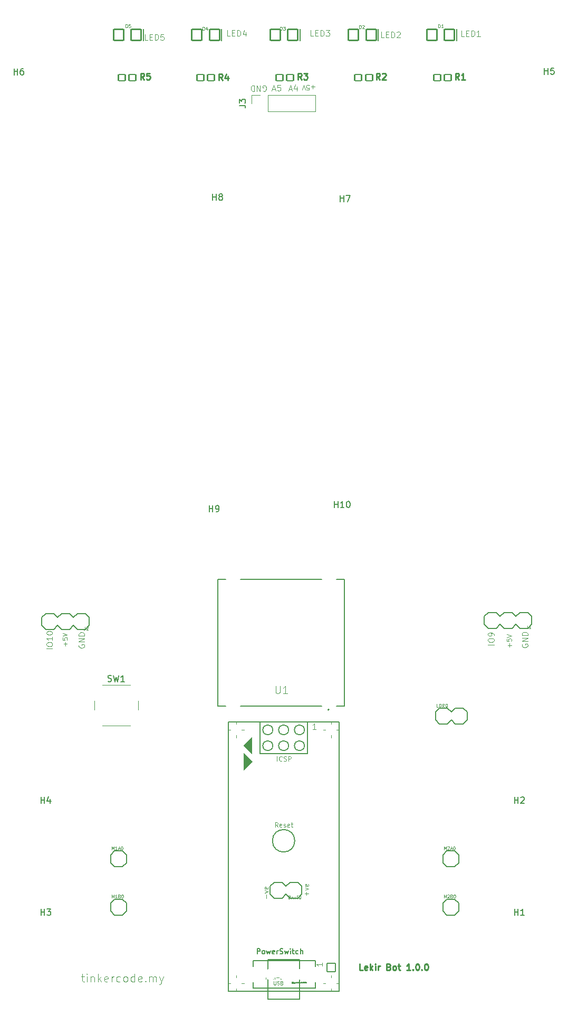
<source format=gbr>
%TF.GenerationSoftware,KiCad,Pcbnew,7.0.7*%
%TF.CreationDate,2024-03-06T07:28:39+08:00*%
%TF.ProjectId,lekirbotv2,6c656b69-7262-46f7-9476-322e6b696361,rev?*%
%TF.SameCoordinates,Original*%
%TF.FileFunction,Legend,Top*%
%TF.FilePolarity,Positive*%
%FSLAX46Y46*%
G04 Gerber Fmt 4.6, Leading zero omitted, Abs format (unit mm)*
G04 Created by KiCad (PCBNEW 7.0.7) date 2024-03-06 07:28:39*
%MOMM*%
%LPD*%
G01*
G04 APERTURE LIST*
G04 Aperture macros list*
%AMRoundRect*
0 Rectangle with rounded corners*
0 $1 Rounding radius*
0 $2 $3 $4 $5 $6 $7 $8 $9 X,Y pos of 4 corners*
0 Add a 4 corners polygon primitive as box body*
4,1,4,$2,$3,$4,$5,$6,$7,$8,$9,$2,$3,0*
0 Add four circle primitives for the rounded corners*
1,1,$1+$1,$2,$3*
1,1,$1+$1,$4,$5*
1,1,$1+$1,$6,$7*
1,1,$1+$1,$8,$9*
0 Add four rect primitives between the rounded corners*
20,1,$1+$1,$2,$3,$4,$5,0*
20,1,$1+$1,$4,$5,$6,$7,0*
20,1,$1+$1,$6,$7,$8,$9,0*
20,1,$1+$1,$8,$9,$2,$3,0*%
%AMFreePoly0*
4,1,25,0.375350,0.844196,0.387473,0.833842,0.833842,0.387473,0.862349,0.331525,0.863600,0.315631,0.863600,-0.315631,0.844196,-0.375350,0.833842,-0.387473,0.387473,-0.833842,0.331525,-0.862349,0.315631,-0.863600,-0.315631,-0.863600,-0.375350,-0.844196,-0.387473,-0.833842,-0.833842,-0.387473,-0.862349,-0.331525,-0.863600,-0.315631,-0.863600,0.315631,-0.844196,0.375350,-0.833842,0.387473,
-0.387473,0.833842,-0.331525,0.862349,-0.315631,0.863600,0.315631,0.863600,0.375350,0.844196,0.375350,0.844196,$1*%
%AMFreePoly1*
4,1,25,0.501602,1.148996,0.513725,1.138642,1.138642,0.513725,1.167149,0.457777,1.168400,0.441883,1.168400,-0.441883,1.148996,-0.501602,1.138642,-0.513725,0.513725,-1.138642,0.457777,-1.167149,0.441883,-1.168400,-0.441883,-1.168400,-0.501602,-1.148996,-0.513725,-1.138642,-1.138642,-0.513725,-1.167149,-0.457777,-1.168400,-0.441883,-1.168400,0.441883,-1.148996,0.501602,-1.138642,0.513725,
-0.513725,1.138642,-0.457777,1.167149,-0.441883,1.168400,0.441883,1.168400,0.501602,1.148996,0.501602,1.148996,$1*%
G04 Aperture macros list end*
%ADD10C,0.081280*%
%ADD11C,0.065024*%
%ADD12C,0.250000*%
%ADD13C,0.113792*%
%ADD14C,0.150000*%
%ADD15C,0.097536*%
%ADD16C,0.121920*%
%ADD17C,0.000508*%
%ADD18C,0.048768*%
%ADD19C,0.182880*%
%ADD20C,0.101600*%
%ADD21C,0.120000*%
%ADD22C,0.203200*%
%ADD23C,0.127000*%
%ADD24C,0.015875*%
%ADD25C,0.200000*%
%ADD26RoundRect,0.101600X-0.550000X-0.500000X0.550000X-0.500000X0.550000X0.500000X-0.550000X0.500000X0*%
%ADD27R,1.700000X1.700000*%
%ADD28O,1.700000X1.700000*%
%ADD29C,3.200000*%
%ADD30C,2.082800*%
%ADD31RoundRect,0.101600X-0.800000X-0.901500X0.800000X-0.901500X0.800000X0.901500X-0.800000X0.901500X0*%
%ADD32C,2.000000*%
%ADD33C,1.778000*%
%ADD34RoundRect,0.101600X0.654000X-0.654000X0.654000X0.654000X-0.654000X0.654000X-0.654000X-0.654000X0*%
%ADD35C,1.511200*%
%ADD36FreePoly0,90.000000*%
%ADD37FreePoly1,90.000000*%
%ADD38C,2.183200*%
G04 APERTURE END LIST*
D10*
X90655914Y-44266318D02*
X91101019Y-44266318D01*
X90566893Y-44533381D02*
X90878467Y-43598661D01*
X90878467Y-43598661D02*
X91190040Y-44533381D01*
X91946719Y-43598661D02*
X91501614Y-43598661D01*
X91501614Y-43598661D02*
X91457103Y-44043766D01*
X91457103Y-44043766D02*
X91501614Y-43999255D01*
X91501614Y-43999255D02*
X91590635Y-43954745D01*
X91590635Y-43954745D02*
X91813187Y-43954745D01*
X91813187Y-43954745D02*
X91902208Y-43999255D01*
X91902208Y-43999255D02*
X91946719Y-44043766D01*
X91946719Y-44043766D02*
X91991229Y-44132787D01*
X91991229Y-44132787D02*
X91991229Y-44355339D01*
X91991229Y-44355339D02*
X91946719Y-44444360D01*
X91946719Y-44444360D02*
X91902208Y-44488871D01*
X91902208Y-44488871D02*
X91813187Y-44533381D01*
X91813187Y-44533381D02*
X91590635Y-44533381D01*
X91590635Y-44533381D02*
X91501614Y-44488871D01*
X91501614Y-44488871D02*
X91457103Y-44444360D01*
D11*
X57431038Y-133501631D02*
X57431038Y-132931897D01*
X57715905Y-133216764D02*
X57146171Y-133216764D01*
X56968129Y-132219729D02*
X56968129Y-132575813D01*
X56968129Y-132575813D02*
X57324213Y-132611421D01*
X57324213Y-132611421D02*
X57288604Y-132575813D01*
X57288604Y-132575813D02*
X57252996Y-132504596D01*
X57252996Y-132504596D02*
X57252996Y-132326554D01*
X57252996Y-132326554D02*
X57288604Y-132255337D01*
X57288604Y-132255337D02*
X57324213Y-132219729D01*
X57324213Y-132219729D02*
X57395429Y-132184120D01*
X57395429Y-132184120D02*
X57573471Y-132184120D01*
X57573471Y-132184120D02*
X57644688Y-132219729D01*
X57644688Y-132219729D02*
X57680297Y-132255337D01*
X57680297Y-132255337D02*
X57715905Y-132326554D01*
X57715905Y-132326554D02*
X57715905Y-132504596D01*
X57715905Y-132504596D02*
X57680297Y-132575813D01*
X57680297Y-132575813D02*
X57644688Y-132611421D01*
X56968129Y-131970470D02*
X57715905Y-131721211D01*
X57715905Y-131721211D02*
X56968129Y-131471952D01*
D12*
X105171158Y-185520750D02*
X104694968Y-185520750D01*
X104694968Y-185520750D02*
X104694968Y-184520750D01*
X105885444Y-185473131D02*
X105790206Y-185520750D01*
X105790206Y-185520750D02*
X105599730Y-185520750D01*
X105599730Y-185520750D02*
X105504492Y-185473131D01*
X105504492Y-185473131D02*
X105456873Y-185377892D01*
X105456873Y-185377892D02*
X105456873Y-184996940D01*
X105456873Y-184996940D02*
X105504492Y-184901702D01*
X105504492Y-184901702D02*
X105599730Y-184854083D01*
X105599730Y-184854083D02*
X105790206Y-184854083D01*
X105790206Y-184854083D02*
X105885444Y-184901702D01*
X105885444Y-184901702D02*
X105933063Y-184996940D01*
X105933063Y-184996940D02*
X105933063Y-185092178D01*
X105933063Y-185092178D02*
X105456873Y-185187416D01*
X106361635Y-185520750D02*
X106361635Y-184520750D01*
X106456873Y-185139797D02*
X106742587Y-185520750D01*
X106742587Y-184854083D02*
X106361635Y-185235035D01*
X107171159Y-185520750D02*
X107171159Y-184854083D01*
X107171159Y-184520750D02*
X107123540Y-184568369D01*
X107123540Y-184568369D02*
X107171159Y-184615988D01*
X107171159Y-184615988D02*
X107218778Y-184568369D01*
X107218778Y-184568369D02*
X107171159Y-184520750D01*
X107171159Y-184520750D02*
X107171159Y-184615988D01*
X107647349Y-185520750D02*
X107647349Y-184854083D01*
X107647349Y-185044559D02*
X107694968Y-184949321D01*
X107694968Y-184949321D02*
X107742587Y-184901702D01*
X107742587Y-184901702D02*
X107837825Y-184854083D01*
X107837825Y-184854083D02*
X107933063Y-184854083D01*
X109361635Y-184996940D02*
X109504492Y-185044559D01*
X109504492Y-185044559D02*
X109552111Y-185092178D01*
X109552111Y-185092178D02*
X109599730Y-185187416D01*
X109599730Y-185187416D02*
X109599730Y-185330273D01*
X109599730Y-185330273D02*
X109552111Y-185425511D01*
X109552111Y-185425511D02*
X109504492Y-185473131D01*
X109504492Y-185473131D02*
X109409254Y-185520750D01*
X109409254Y-185520750D02*
X109028302Y-185520750D01*
X109028302Y-185520750D02*
X109028302Y-184520750D01*
X109028302Y-184520750D02*
X109361635Y-184520750D01*
X109361635Y-184520750D02*
X109456873Y-184568369D01*
X109456873Y-184568369D02*
X109504492Y-184615988D01*
X109504492Y-184615988D02*
X109552111Y-184711226D01*
X109552111Y-184711226D02*
X109552111Y-184806464D01*
X109552111Y-184806464D02*
X109504492Y-184901702D01*
X109504492Y-184901702D02*
X109456873Y-184949321D01*
X109456873Y-184949321D02*
X109361635Y-184996940D01*
X109361635Y-184996940D02*
X109028302Y-184996940D01*
X110171159Y-185520750D02*
X110075921Y-185473131D01*
X110075921Y-185473131D02*
X110028302Y-185425511D01*
X110028302Y-185425511D02*
X109980683Y-185330273D01*
X109980683Y-185330273D02*
X109980683Y-185044559D01*
X109980683Y-185044559D02*
X110028302Y-184949321D01*
X110028302Y-184949321D02*
X110075921Y-184901702D01*
X110075921Y-184901702D02*
X110171159Y-184854083D01*
X110171159Y-184854083D02*
X110314016Y-184854083D01*
X110314016Y-184854083D02*
X110409254Y-184901702D01*
X110409254Y-184901702D02*
X110456873Y-184949321D01*
X110456873Y-184949321D02*
X110504492Y-185044559D01*
X110504492Y-185044559D02*
X110504492Y-185330273D01*
X110504492Y-185330273D02*
X110456873Y-185425511D01*
X110456873Y-185425511D02*
X110409254Y-185473131D01*
X110409254Y-185473131D02*
X110314016Y-185520750D01*
X110314016Y-185520750D02*
X110171159Y-185520750D01*
X110790207Y-184854083D02*
X111171159Y-184854083D01*
X110933064Y-184520750D02*
X110933064Y-185377892D01*
X110933064Y-185377892D02*
X110980683Y-185473131D01*
X110980683Y-185473131D02*
X111075921Y-185520750D01*
X111075921Y-185520750D02*
X111171159Y-185520750D01*
X112790207Y-185520750D02*
X112218779Y-185520750D01*
X112504493Y-185520750D02*
X112504493Y-184520750D01*
X112504493Y-184520750D02*
X112409255Y-184663607D01*
X112409255Y-184663607D02*
X112314017Y-184758845D01*
X112314017Y-184758845D02*
X112218779Y-184806464D01*
X113218779Y-185425511D02*
X113266398Y-185473131D01*
X113266398Y-185473131D02*
X113218779Y-185520750D01*
X113218779Y-185520750D02*
X113171160Y-185473131D01*
X113171160Y-185473131D02*
X113218779Y-185425511D01*
X113218779Y-185425511D02*
X113218779Y-185520750D01*
X113885445Y-184520750D02*
X113980683Y-184520750D01*
X113980683Y-184520750D02*
X114075921Y-184568369D01*
X114075921Y-184568369D02*
X114123540Y-184615988D01*
X114123540Y-184615988D02*
X114171159Y-184711226D01*
X114171159Y-184711226D02*
X114218778Y-184901702D01*
X114218778Y-184901702D02*
X114218778Y-185139797D01*
X114218778Y-185139797D02*
X114171159Y-185330273D01*
X114171159Y-185330273D02*
X114123540Y-185425511D01*
X114123540Y-185425511D02*
X114075921Y-185473131D01*
X114075921Y-185473131D02*
X113980683Y-185520750D01*
X113980683Y-185520750D02*
X113885445Y-185520750D01*
X113885445Y-185520750D02*
X113790207Y-185473131D01*
X113790207Y-185473131D02*
X113742588Y-185425511D01*
X113742588Y-185425511D02*
X113694969Y-185330273D01*
X113694969Y-185330273D02*
X113647350Y-185139797D01*
X113647350Y-185139797D02*
X113647350Y-184901702D01*
X113647350Y-184901702D02*
X113694969Y-184711226D01*
X113694969Y-184711226D02*
X113742588Y-184615988D01*
X113742588Y-184615988D02*
X113790207Y-184568369D01*
X113790207Y-184568369D02*
X113885445Y-184520750D01*
X114647350Y-185425511D02*
X114694969Y-185473131D01*
X114694969Y-185473131D02*
X114647350Y-185520750D01*
X114647350Y-185520750D02*
X114599731Y-185473131D01*
X114599731Y-185473131D02*
X114647350Y-185425511D01*
X114647350Y-185425511D02*
X114647350Y-185520750D01*
X115314016Y-184520750D02*
X115409254Y-184520750D01*
X115409254Y-184520750D02*
X115504492Y-184568369D01*
X115504492Y-184568369D02*
X115552111Y-184615988D01*
X115552111Y-184615988D02*
X115599730Y-184711226D01*
X115599730Y-184711226D02*
X115647349Y-184901702D01*
X115647349Y-184901702D02*
X115647349Y-185139797D01*
X115647349Y-185139797D02*
X115599730Y-185330273D01*
X115599730Y-185330273D02*
X115552111Y-185425511D01*
X115552111Y-185425511D02*
X115504492Y-185473131D01*
X115504492Y-185473131D02*
X115409254Y-185520750D01*
X115409254Y-185520750D02*
X115314016Y-185520750D01*
X115314016Y-185520750D02*
X115218778Y-185473131D01*
X115218778Y-185473131D02*
X115171159Y-185425511D01*
X115171159Y-185425511D02*
X115123540Y-185330273D01*
X115123540Y-185330273D02*
X115075921Y-185139797D01*
X115075921Y-185139797D02*
X115075921Y-184901702D01*
X115075921Y-184901702D02*
X115123540Y-184711226D01*
X115123540Y-184711226D02*
X115171159Y-184615988D01*
X115171159Y-184615988D02*
X115218778Y-184568369D01*
X115218778Y-184568369D02*
X115314016Y-184520750D01*
D11*
X128728838Y-133704831D02*
X128728838Y-133135097D01*
X129013705Y-133419964D02*
X128443971Y-133419964D01*
X128265929Y-132422929D02*
X128265929Y-132779013D01*
X128265929Y-132779013D02*
X128622013Y-132814621D01*
X128622013Y-132814621D02*
X128586404Y-132779013D01*
X128586404Y-132779013D02*
X128550796Y-132707796D01*
X128550796Y-132707796D02*
X128550796Y-132529754D01*
X128550796Y-132529754D02*
X128586404Y-132458537D01*
X128586404Y-132458537D02*
X128622013Y-132422929D01*
X128622013Y-132422929D02*
X128693229Y-132387320D01*
X128693229Y-132387320D02*
X128871271Y-132387320D01*
X128871271Y-132387320D02*
X128942488Y-132422929D01*
X128942488Y-132422929D02*
X128978097Y-132458537D01*
X128978097Y-132458537D02*
X129013705Y-132529754D01*
X129013705Y-132529754D02*
X129013705Y-132707796D01*
X129013705Y-132707796D02*
X128978097Y-132779013D01*
X128978097Y-132779013D02*
X128942488Y-132814621D01*
X128265929Y-132173670D02*
X129013705Y-131924411D01*
X129013705Y-131924411D02*
X128265929Y-131675152D01*
D10*
X108591677Y-36025803D02*
X108146572Y-36025803D01*
X108146572Y-36025803D02*
X108146572Y-35091083D01*
X108903250Y-35536188D02*
X109214823Y-35536188D01*
X109348355Y-36025803D02*
X108903250Y-36025803D01*
X108903250Y-36025803D02*
X108903250Y-35091083D01*
X108903250Y-35091083D02*
X109348355Y-35091083D01*
X109748949Y-36025803D02*
X109748949Y-35091083D01*
X109748949Y-35091083D02*
X109971501Y-35091083D01*
X109971501Y-35091083D02*
X110105033Y-35135593D01*
X110105033Y-35135593D02*
X110194054Y-35224614D01*
X110194054Y-35224614D02*
X110238564Y-35313635D01*
X110238564Y-35313635D02*
X110283075Y-35491677D01*
X110283075Y-35491677D02*
X110283075Y-35625209D01*
X110283075Y-35625209D02*
X110238564Y-35803251D01*
X110238564Y-35803251D02*
X110194054Y-35892272D01*
X110194054Y-35892272D02*
X110105033Y-35981293D01*
X110105033Y-35981293D02*
X109971501Y-36025803D01*
X109971501Y-36025803D02*
X109748949Y-36025803D01*
X110639158Y-35180104D02*
X110683669Y-35135593D01*
X110683669Y-35135593D02*
X110772690Y-35091083D01*
X110772690Y-35091083D02*
X110995242Y-35091083D01*
X110995242Y-35091083D02*
X111084263Y-35135593D01*
X111084263Y-35135593D02*
X111128774Y-35180104D01*
X111128774Y-35180104D02*
X111173284Y-35269125D01*
X111173284Y-35269125D02*
X111173284Y-35358146D01*
X111173284Y-35358146D02*
X111128774Y-35491677D01*
X111128774Y-35491677D02*
X110594648Y-36025803D01*
X110594648Y-36025803D02*
X111173284Y-36025803D01*
D11*
X97442580Y-43914161D02*
X96872846Y-43914161D01*
X97157713Y-43629294D02*
X97157713Y-44199028D01*
X96160678Y-44377070D02*
X96516762Y-44377070D01*
X96516762Y-44377070D02*
X96552370Y-44020986D01*
X96552370Y-44020986D02*
X96516762Y-44056595D01*
X96516762Y-44056595D02*
X96445545Y-44092203D01*
X96445545Y-44092203D02*
X96267503Y-44092203D01*
X96267503Y-44092203D02*
X96196286Y-44056595D01*
X96196286Y-44056595D02*
X96160678Y-44020986D01*
X96160678Y-44020986D02*
X96125069Y-43949770D01*
X96125069Y-43949770D02*
X96125069Y-43771728D01*
X96125069Y-43771728D02*
X96160678Y-43700511D01*
X96160678Y-43700511D02*
X96196286Y-43664903D01*
X96196286Y-43664903D02*
X96267503Y-43629294D01*
X96267503Y-43629294D02*
X96445545Y-43629294D01*
X96445545Y-43629294D02*
X96516762Y-43664903D01*
X96516762Y-43664903D02*
X96552370Y-43700511D01*
X95911419Y-44377070D02*
X95662160Y-43629294D01*
X95662160Y-43629294D02*
X95412901Y-44377070D01*
X96140638Y-173532031D02*
X96140638Y-172962297D01*
X96425505Y-173247164D02*
X95855771Y-173247164D01*
X95926988Y-172677429D02*
X96425505Y-172499387D01*
X96425505Y-172499387D02*
X95926988Y-172321346D01*
X96389897Y-171751612D02*
X96425505Y-171822828D01*
X96425505Y-171822828D02*
X96425505Y-171965262D01*
X96425505Y-171965262D02*
X96389897Y-172036479D01*
X96389897Y-172036479D02*
X96318680Y-172072087D01*
X96318680Y-172072087D02*
X96033813Y-172072087D01*
X96033813Y-172072087D02*
X95962596Y-172036479D01*
X95962596Y-172036479D02*
X95926988Y-171965262D01*
X95926988Y-171965262D02*
X95926988Y-171822828D01*
X95926988Y-171822828D02*
X95962596Y-171751612D01*
X95962596Y-171751612D02*
X96033813Y-171716003D01*
X96033813Y-171716003D02*
X96105029Y-171716003D01*
X96105029Y-171716003D02*
X96176246Y-172072087D01*
D10*
X59595971Y-133337810D02*
X59551461Y-133426831D01*
X59551461Y-133426831D02*
X59551461Y-133560362D01*
X59551461Y-133560362D02*
X59595971Y-133693894D01*
X59595971Y-133693894D02*
X59684992Y-133782915D01*
X59684992Y-133782915D02*
X59774013Y-133827425D01*
X59774013Y-133827425D02*
X59952055Y-133871936D01*
X59952055Y-133871936D02*
X60085587Y-133871936D01*
X60085587Y-133871936D02*
X60263629Y-133827425D01*
X60263629Y-133827425D02*
X60352650Y-133782915D01*
X60352650Y-133782915D02*
X60441671Y-133693894D01*
X60441671Y-133693894D02*
X60486181Y-133560362D01*
X60486181Y-133560362D02*
X60486181Y-133471341D01*
X60486181Y-133471341D02*
X60441671Y-133337810D01*
X60441671Y-133337810D02*
X60397160Y-133293299D01*
X60397160Y-133293299D02*
X60085587Y-133293299D01*
X60085587Y-133293299D02*
X60085587Y-133471341D01*
X60486181Y-132892705D02*
X59551461Y-132892705D01*
X59551461Y-132892705D02*
X60486181Y-132358579D01*
X60486181Y-132358579D02*
X59551461Y-132358579D01*
X60486181Y-131913475D02*
X59551461Y-131913475D01*
X59551461Y-131913475D02*
X59551461Y-131690923D01*
X59551461Y-131690923D02*
X59595971Y-131557391D01*
X59595971Y-131557391D02*
X59684992Y-131468370D01*
X59684992Y-131468370D02*
X59774013Y-131423860D01*
X59774013Y-131423860D02*
X59952055Y-131379349D01*
X59952055Y-131379349D02*
X60085587Y-131379349D01*
X60085587Y-131379349D02*
X60263629Y-131423860D01*
X60263629Y-131423860D02*
X60352650Y-131468370D01*
X60352650Y-131468370D02*
X60441671Y-131557391D01*
X60441671Y-131557391D02*
X60486181Y-131690923D01*
X60486181Y-131690923D02*
X60486181Y-131913475D01*
D13*
X59940692Y-186531979D02*
X60439209Y-186531979D01*
X60127636Y-186095776D02*
X60127636Y-187217440D01*
X60127636Y-187217440D02*
X60189951Y-187342070D01*
X60189951Y-187342070D02*
X60314580Y-187404384D01*
X60314580Y-187404384D02*
X60439209Y-187404384D01*
X60875412Y-187404384D02*
X60875412Y-186531979D01*
X60875412Y-186095776D02*
X60813097Y-186158091D01*
X60813097Y-186158091D02*
X60875412Y-186220406D01*
X60875412Y-186220406D02*
X60937727Y-186158091D01*
X60937727Y-186158091D02*
X60875412Y-186095776D01*
X60875412Y-186095776D02*
X60875412Y-186220406D01*
X61498559Y-186531979D02*
X61498559Y-187404384D01*
X61498559Y-186656608D02*
X61560874Y-186594294D01*
X61560874Y-186594294D02*
X61685503Y-186531979D01*
X61685503Y-186531979D02*
X61872447Y-186531979D01*
X61872447Y-186531979D02*
X61997076Y-186594294D01*
X61997076Y-186594294D02*
X62059391Y-186718923D01*
X62059391Y-186718923D02*
X62059391Y-187404384D01*
X62682538Y-187404384D02*
X62682538Y-186095776D01*
X62807167Y-186905867D02*
X63181055Y-187404384D01*
X63181055Y-186531979D02*
X62682538Y-187030496D01*
X64240404Y-187342070D02*
X64115775Y-187404384D01*
X64115775Y-187404384D02*
X63866516Y-187404384D01*
X63866516Y-187404384D02*
X63741887Y-187342070D01*
X63741887Y-187342070D02*
X63679572Y-187217440D01*
X63679572Y-187217440D02*
X63679572Y-186718923D01*
X63679572Y-186718923D02*
X63741887Y-186594294D01*
X63741887Y-186594294D02*
X63866516Y-186531979D01*
X63866516Y-186531979D02*
X64115775Y-186531979D01*
X64115775Y-186531979D02*
X64240404Y-186594294D01*
X64240404Y-186594294D02*
X64302719Y-186718923D01*
X64302719Y-186718923D02*
X64302719Y-186843552D01*
X64302719Y-186843552D02*
X63679572Y-186968182D01*
X64863551Y-187404384D02*
X64863551Y-186531979D01*
X64863551Y-186781238D02*
X64925866Y-186656608D01*
X64925866Y-186656608D02*
X64988180Y-186594294D01*
X64988180Y-186594294D02*
X65112810Y-186531979D01*
X65112810Y-186531979D02*
X65237439Y-186531979D01*
X66234474Y-187342070D02*
X66109845Y-187404384D01*
X66109845Y-187404384D02*
X65860586Y-187404384D01*
X65860586Y-187404384D02*
X65735957Y-187342070D01*
X65735957Y-187342070D02*
X65673642Y-187279755D01*
X65673642Y-187279755D02*
X65611327Y-187155126D01*
X65611327Y-187155126D02*
X65611327Y-186781238D01*
X65611327Y-186781238D02*
X65673642Y-186656608D01*
X65673642Y-186656608D02*
X65735957Y-186594294D01*
X65735957Y-186594294D02*
X65860586Y-186531979D01*
X65860586Y-186531979D02*
X66109845Y-186531979D01*
X66109845Y-186531979D02*
X66234474Y-186594294D01*
X66982250Y-187404384D02*
X66857621Y-187342070D01*
X66857621Y-187342070D02*
X66795306Y-187279755D01*
X66795306Y-187279755D02*
X66732991Y-187155126D01*
X66732991Y-187155126D02*
X66732991Y-186781238D01*
X66732991Y-186781238D02*
X66795306Y-186656608D01*
X66795306Y-186656608D02*
X66857621Y-186594294D01*
X66857621Y-186594294D02*
X66982250Y-186531979D01*
X66982250Y-186531979D02*
X67169194Y-186531979D01*
X67169194Y-186531979D02*
X67293823Y-186594294D01*
X67293823Y-186594294D02*
X67356138Y-186656608D01*
X67356138Y-186656608D02*
X67418453Y-186781238D01*
X67418453Y-186781238D02*
X67418453Y-187155126D01*
X67418453Y-187155126D02*
X67356138Y-187279755D01*
X67356138Y-187279755D02*
X67293823Y-187342070D01*
X67293823Y-187342070D02*
X67169194Y-187404384D01*
X67169194Y-187404384D02*
X66982250Y-187404384D01*
X68540117Y-187404384D02*
X68540117Y-186095776D01*
X68540117Y-187342070D02*
X68415488Y-187404384D01*
X68415488Y-187404384D02*
X68166229Y-187404384D01*
X68166229Y-187404384D02*
X68041600Y-187342070D01*
X68041600Y-187342070D02*
X67979285Y-187279755D01*
X67979285Y-187279755D02*
X67916970Y-187155126D01*
X67916970Y-187155126D02*
X67916970Y-186781238D01*
X67916970Y-186781238D02*
X67979285Y-186656608D01*
X67979285Y-186656608D02*
X68041600Y-186594294D01*
X68041600Y-186594294D02*
X68166229Y-186531979D01*
X68166229Y-186531979D02*
X68415488Y-186531979D01*
X68415488Y-186531979D02*
X68540117Y-186594294D01*
X69661781Y-187342070D02*
X69537152Y-187404384D01*
X69537152Y-187404384D02*
X69287893Y-187404384D01*
X69287893Y-187404384D02*
X69163264Y-187342070D01*
X69163264Y-187342070D02*
X69100949Y-187217440D01*
X69100949Y-187217440D02*
X69100949Y-186718923D01*
X69100949Y-186718923D02*
X69163264Y-186594294D01*
X69163264Y-186594294D02*
X69287893Y-186531979D01*
X69287893Y-186531979D02*
X69537152Y-186531979D01*
X69537152Y-186531979D02*
X69661781Y-186594294D01*
X69661781Y-186594294D02*
X69724096Y-186718923D01*
X69724096Y-186718923D02*
X69724096Y-186843552D01*
X69724096Y-186843552D02*
X69100949Y-186968182D01*
X70284928Y-187279755D02*
X70347243Y-187342070D01*
X70347243Y-187342070D02*
X70284928Y-187404384D01*
X70284928Y-187404384D02*
X70222613Y-187342070D01*
X70222613Y-187342070D02*
X70284928Y-187279755D01*
X70284928Y-187279755D02*
X70284928Y-187404384D01*
X70908075Y-187404384D02*
X70908075Y-186531979D01*
X70908075Y-186656608D02*
X70970390Y-186594294D01*
X70970390Y-186594294D02*
X71095019Y-186531979D01*
X71095019Y-186531979D02*
X71281963Y-186531979D01*
X71281963Y-186531979D02*
X71406592Y-186594294D01*
X71406592Y-186594294D02*
X71468907Y-186718923D01*
X71468907Y-186718923D02*
X71468907Y-187404384D01*
X71468907Y-186718923D02*
X71531222Y-186594294D01*
X71531222Y-186594294D02*
X71655851Y-186531979D01*
X71655851Y-186531979D02*
X71842795Y-186531979D01*
X71842795Y-186531979D02*
X71967424Y-186594294D01*
X71967424Y-186594294D02*
X72029739Y-186718923D01*
X72029739Y-186718923D02*
X72029739Y-187404384D01*
X72528257Y-186531979D02*
X72839830Y-187404384D01*
X73151403Y-186531979D02*
X72839830Y-187404384D01*
X72839830Y-187404384D02*
X72715201Y-187715958D01*
X72715201Y-187715958D02*
X72652886Y-187778272D01*
X72652886Y-187778272D02*
X72528257Y-187840587D01*
D11*
X89649535Y-173976090D02*
X89649535Y-173406356D01*
X89435885Y-173121488D02*
X89934402Y-172943446D01*
X89934402Y-172943446D02*
X89435885Y-172765405D01*
X89898794Y-172195671D02*
X89934402Y-172266887D01*
X89934402Y-172266887D02*
X89934402Y-172409321D01*
X89934402Y-172409321D02*
X89898794Y-172480538D01*
X89898794Y-172480538D02*
X89827577Y-172516146D01*
X89827577Y-172516146D02*
X89542710Y-172516146D01*
X89542710Y-172516146D02*
X89471493Y-172480538D01*
X89471493Y-172480538D02*
X89435885Y-172409321D01*
X89435885Y-172409321D02*
X89435885Y-172266887D01*
X89435885Y-172266887D02*
X89471493Y-172195671D01*
X89471493Y-172195671D02*
X89542710Y-172160062D01*
X89542710Y-172160062D02*
X89613926Y-172160062D01*
X89613926Y-172160062D02*
X89685143Y-172516146D01*
D10*
X93322914Y-44266318D02*
X93768019Y-44266318D01*
X93233893Y-44533381D02*
X93545467Y-43598661D01*
X93545467Y-43598661D02*
X93857040Y-44533381D01*
X94569208Y-43910234D02*
X94569208Y-44533381D01*
X94346656Y-43554151D02*
X94124103Y-44221808D01*
X94124103Y-44221808D02*
X94702740Y-44221808D01*
X130766771Y-133261610D02*
X130722261Y-133350631D01*
X130722261Y-133350631D02*
X130722261Y-133484162D01*
X130722261Y-133484162D02*
X130766771Y-133617694D01*
X130766771Y-133617694D02*
X130855792Y-133706715D01*
X130855792Y-133706715D02*
X130944813Y-133751225D01*
X130944813Y-133751225D02*
X131122855Y-133795736D01*
X131122855Y-133795736D02*
X131256387Y-133795736D01*
X131256387Y-133795736D02*
X131434429Y-133751225D01*
X131434429Y-133751225D02*
X131523450Y-133706715D01*
X131523450Y-133706715D02*
X131612471Y-133617694D01*
X131612471Y-133617694D02*
X131656981Y-133484162D01*
X131656981Y-133484162D02*
X131656981Y-133395141D01*
X131656981Y-133395141D02*
X131612471Y-133261610D01*
X131612471Y-133261610D02*
X131567960Y-133217099D01*
X131567960Y-133217099D02*
X131256387Y-133217099D01*
X131256387Y-133217099D02*
X131256387Y-133395141D01*
X131656981Y-132816505D02*
X130722261Y-132816505D01*
X130722261Y-132816505D02*
X131656981Y-132282379D01*
X131656981Y-132282379D02*
X130722261Y-132282379D01*
X131656981Y-131837275D02*
X130722261Y-131837275D01*
X130722261Y-131837275D02*
X130722261Y-131614723D01*
X130722261Y-131614723D02*
X130766771Y-131481191D01*
X130766771Y-131481191D02*
X130855792Y-131392170D01*
X130855792Y-131392170D02*
X130944813Y-131347660D01*
X130944813Y-131347660D02*
X131122855Y-131303149D01*
X131122855Y-131303149D02*
X131256387Y-131303149D01*
X131256387Y-131303149D02*
X131434429Y-131347660D01*
X131434429Y-131347660D02*
X131523450Y-131392170D01*
X131523450Y-131392170D02*
X131612471Y-131481191D01*
X131612471Y-131481191D02*
X131656981Y-131614723D01*
X131656981Y-131614723D02*
X131656981Y-131837275D01*
X83881130Y-35771381D02*
X83436025Y-35771381D01*
X83436025Y-35771381D02*
X83436025Y-34836661D01*
X84192703Y-35281766D02*
X84504276Y-35281766D01*
X84637808Y-35771381D02*
X84192703Y-35771381D01*
X84192703Y-35771381D02*
X84192703Y-34836661D01*
X84192703Y-34836661D02*
X84637808Y-34836661D01*
X85038402Y-35771381D02*
X85038402Y-34836661D01*
X85038402Y-34836661D02*
X85260954Y-34836661D01*
X85260954Y-34836661D02*
X85394486Y-34881171D01*
X85394486Y-34881171D02*
X85483507Y-34970192D01*
X85483507Y-34970192D02*
X85528017Y-35059213D01*
X85528017Y-35059213D02*
X85572528Y-35237255D01*
X85572528Y-35237255D02*
X85572528Y-35370787D01*
X85572528Y-35370787D02*
X85528017Y-35548829D01*
X85528017Y-35548829D02*
X85483507Y-35637850D01*
X85483507Y-35637850D02*
X85394486Y-35726871D01*
X85394486Y-35726871D02*
X85260954Y-35771381D01*
X85260954Y-35771381D02*
X85038402Y-35771381D01*
X86373716Y-35148234D02*
X86373716Y-35771381D01*
X86151164Y-34792151D02*
X85928611Y-35459808D01*
X85928611Y-35459808D02*
X86507248Y-35459808D01*
X126221381Y-133344825D02*
X125286661Y-133344825D01*
X125286661Y-132721678D02*
X125286661Y-132543636D01*
X125286661Y-132543636D02*
X125331171Y-132454615D01*
X125331171Y-132454615D02*
X125420192Y-132365594D01*
X125420192Y-132365594D02*
X125598234Y-132321084D01*
X125598234Y-132321084D02*
X125909808Y-132321084D01*
X125909808Y-132321084D02*
X126087850Y-132365594D01*
X126087850Y-132365594D02*
X126176871Y-132454615D01*
X126176871Y-132454615D02*
X126221381Y-132543636D01*
X126221381Y-132543636D02*
X126221381Y-132721678D01*
X126221381Y-132721678D02*
X126176871Y-132810699D01*
X126176871Y-132810699D02*
X126087850Y-132899720D01*
X126087850Y-132899720D02*
X125909808Y-132944231D01*
X125909808Y-132944231D02*
X125598234Y-132944231D01*
X125598234Y-132944231D02*
X125420192Y-132899720D01*
X125420192Y-132899720D02*
X125331171Y-132810699D01*
X125331171Y-132810699D02*
X125286661Y-132721678D01*
X126221381Y-131875980D02*
X126221381Y-131697938D01*
X126221381Y-131697938D02*
X126176871Y-131608917D01*
X126176871Y-131608917D02*
X126132360Y-131564406D01*
X126132360Y-131564406D02*
X125998829Y-131475385D01*
X125998829Y-131475385D02*
X125820787Y-131430875D01*
X125820787Y-131430875D02*
X125464703Y-131430875D01*
X125464703Y-131430875D02*
X125375682Y-131475385D01*
X125375682Y-131475385D02*
X125331171Y-131519896D01*
X125331171Y-131519896D02*
X125286661Y-131608917D01*
X125286661Y-131608917D02*
X125286661Y-131786959D01*
X125286661Y-131786959D02*
X125331171Y-131875980D01*
X125331171Y-131875980D02*
X125375682Y-131920490D01*
X125375682Y-131920490D02*
X125464703Y-131965001D01*
X125464703Y-131965001D02*
X125687255Y-131965001D01*
X125687255Y-131965001D02*
X125776276Y-131920490D01*
X125776276Y-131920490D02*
X125820787Y-131875980D01*
X125820787Y-131875980D02*
X125865297Y-131786959D01*
X125865297Y-131786959D02*
X125865297Y-131608917D01*
X125865297Y-131608917D02*
X125820787Y-131519896D01*
X125820787Y-131519896D02*
X125776276Y-131475385D01*
X125776276Y-131475385D02*
X125687255Y-131430875D01*
X70647730Y-36418081D02*
X70202625Y-36418081D01*
X70202625Y-36418081D02*
X70202625Y-35483361D01*
X70959303Y-35928466D02*
X71270876Y-35928466D01*
X71404408Y-36418081D02*
X70959303Y-36418081D01*
X70959303Y-36418081D02*
X70959303Y-35483361D01*
X70959303Y-35483361D02*
X71404408Y-35483361D01*
X71805002Y-36418081D02*
X71805002Y-35483361D01*
X71805002Y-35483361D02*
X72027554Y-35483361D01*
X72027554Y-35483361D02*
X72161086Y-35527871D01*
X72161086Y-35527871D02*
X72250107Y-35616892D01*
X72250107Y-35616892D02*
X72294617Y-35705913D01*
X72294617Y-35705913D02*
X72339128Y-35883955D01*
X72339128Y-35883955D02*
X72339128Y-36017487D01*
X72339128Y-36017487D02*
X72294617Y-36195529D01*
X72294617Y-36195529D02*
X72250107Y-36284550D01*
X72250107Y-36284550D02*
X72161086Y-36373571D01*
X72161086Y-36373571D02*
X72027554Y-36418081D01*
X72027554Y-36418081D02*
X71805002Y-36418081D01*
X73184827Y-35483361D02*
X72739722Y-35483361D01*
X72739722Y-35483361D02*
X72695211Y-35928466D01*
X72695211Y-35928466D02*
X72739722Y-35883955D01*
X72739722Y-35883955D02*
X72828743Y-35839445D01*
X72828743Y-35839445D02*
X73051295Y-35839445D01*
X73051295Y-35839445D02*
X73140316Y-35883955D01*
X73140316Y-35883955D02*
X73184827Y-35928466D01*
X73184827Y-35928466D02*
X73229337Y-36017487D01*
X73229337Y-36017487D02*
X73229337Y-36240039D01*
X73229337Y-36240039D02*
X73184827Y-36329060D01*
X73184827Y-36329060D02*
X73140316Y-36373571D01*
X73140316Y-36373571D02*
X73051295Y-36418081D01*
X73051295Y-36418081D02*
X72828743Y-36418081D01*
X72828743Y-36418081D02*
X72739722Y-36373571D01*
X72739722Y-36373571D02*
X72695211Y-36329060D01*
X89150759Y-44568628D02*
X89239780Y-44613138D01*
X89239780Y-44613138D02*
X89373311Y-44613138D01*
X89373311Y-44613138D02*
X89506843Y-44568628D01*
X89506843Y-44568628D02*
X89595864Y-44479607D01*
X89595864Y-44479607D02*
X89640374Y-44390586D01*
X89640374Y-44390586D02*
X89684885Y-44212544D01*
X89684885Y-44212544D02*
X89684885Y-44079012D01*
X89684885Y-44079012D02*
X89640374Y-43900970D01*
X89640374Y-43900970D02*
X89595864Y-43811949D01*
X89595864Y-43811949D02*
X89506843Y-43722929D01*
X89506843Y-43722929D02*
X89373311Y-43678418D01*
X89373311Y-43678418D02*
X89284290Y-43678418D01*
X89284290Y-43678418D02*
X89150759Y-43722929D01*
X89150759Y-43722929D02*
X89106248Y-43767439D01*
X89106248Y-43767439D02*
X89106248Y-44079012D01*
X89106248Y-44079012D02*
X89284290Y-44079012D01*
X88705654Y-43678418D02*
X88705654Y-44613138D01*
X88705654Y-44613138D02*
X88171528Y-43678418D01*
X88171528Y-43678418D02*
X88171528Y-44613138D01*
X87726424Y-43678418D02*
X87726424Y-44613138D01*
X87726424Y-44613138D02*
X87503872Y-44613138D01*
X87503872Y-44613138D02*
X87370340Y-44568628D01*
X87370340Y-44568628D02*
X87281319Y-44479607D01*
X87281319Y-44479607D02*
X87236809Y-44390586D01*
X87236809Y-44390586D02*
X87192298Y-44212544D01*
X87192298Y-44212544D02*
X87192298Y-44079012D01*
X87192298Y-44079012D02*
X87236809Y-43900970D01*
X87236809Y-43900970D02*
X87281319Y-43811949D01*
X87281319Y-43811949D02*
X87370340Y-43722929D01*
X87370340Y-43722929D02*
X87503872Y-43678418D01*
X87503872Y-43678418D02*
X87726424Y-43678418D01*
X97241530Y-35770381D02*
X96796425Y-35770381D01*
X96796425Y-35770381D02*
X96796425Y-34835661D01*
X97553103Y-35280766D02*
X97864676Y-35280766D01*
X97998208Y-35770381D02*
X97553103Y-35770381D01*
X97553103Y-35770381D02*
X97553103Y-34835661D01*
X97553103Y-34835661D02*
X97998208Y-34835661D01*
X98398802Y-35770381D02*
X98398802Y-34835661D01*
X98398802Y-34835661D02*
X98621354Y-34835661D01*
X98621354Y-34835661D02*
X98754886Y-34880171D01*
X98754886Y-34880171D02*
X98843907Y-34969192D01*
X98843907Y-34969192D02*
X98888417Y-35058213D01*
X98888417Y-35058213D02*
X98932928Y-35236255D01*
X98932928Y-35236255D02*
X98932928Y-35369787D01*
X98932928Y-35369787D02*
X98888417Y-35547829D01*
X98888417Y-35547829D02*
X98843907Y-35636850D01*
X98843907Y-35636850D02*
X98754886Y-35725871D01*
X98754886Y-35725871D02*
X98621354Y-35770381D01*
X98621354Y-35770381D02*
X98398802Y-35770381D01*
X99244501Y-34835661D02*
X99823137Y-34835661D01*
X99823137Y-34835661D02*
X99511564Y-35191745D01*
X99511564Y-35191745D02*
X99645095Y-35191745D01*
X99645095Y-35191745D02*
X99734116Y-35236255D01*
X99734116Y-35236255D02*
X99778627Y-35280766D01*
X99778627Y-35280766D02*
X99823137Y-35369787D01*
X99823137Y-35369787D02*
X99823137Y-35592339D01*
X99823137Y-35592339D02*
X99778627Y-35681360D01*
X99778627Y-35681360D02*
X99734116Y-35725871D01*
X99734116Y-35725871D02*
X99645095Y-35770381D01*
X99645095Y-35770381D02*
X99378032Y-35770381D01*
X99378032Y-35770381D02*
X99289011Y-35725871D01*
X99289011Y-35725871D02*
X99244501Y-35681360D01*
X121444077Y-35797203D02*
X120998972Y-35797203D01*
X120998972Y-35797203D02*
X120998972Y-34862483D01*
X121755650Y-35307588D02*
X122067223Y-35307588D01*
X122200755Y-35797203D02*
X121755650Y-35797203D01*
X121755650Y-35797203D02*
X121755650Y-34862483D01*
X121755650Y-34862483D02*
X122200755Y-34862483D01*
X122601349Y-35797203D02*
X122601349Y-34862483D01*
X122601349Y-34862483D02*
X122823901Y-34862483D01*
X122823901Y-34862483D02*
X122957433Y-34906993D01*
X122957433Y-34906993D02*
X123046454Y-34996014D01*
X123046454Y-34996014D02*
X123090964Y-35085035D01*
X123090964Y-35085035D02*
X123135475Y-35263077D01*
X123135475Y-35263077D02*
X123135475Y-35396609D01*
X123135475Y-35396609D02*
X123090964Y-35574651D01*
X123090964Y-35574651D02*
X123046454Y-35663672D01*
X123046454Y-35663672D02*
X122957433Y-35752693D01*
X122957433Y-35752693D02*
X122823901Y-35797203D01*
X122823901Y-35797203D02*
X122601349Y-35797203D01*
X124025684Y-35797203D02*
X123491558Y-35797203D01*
X123758621Y-35797203D02*
X123758621Y-34862483D01*
X123758621Y-34862483D02*
X123669600Y-34996014D01*
X123669600Y-34996014D02*
X123580579Y-35085035D01*
X123580579Y-35085035D02*
X123491558Y-35129546D01*
X55329981Y-134005225D02*
X54395261Y-134005225D01*
X54395261Y-133382078D02*
X54395261Y-133204036D01*
X54395261Y-133204036D02*
X54439771Y-133115015D01*
X54439771Y-133115015D02*
X54528792Y-133025994D01*
X54528792Y-133025994D02*
X54706834Y-132981484D01*
X54706834Y-132981484D02*
X55018408Y-132981484D01*
X55018408Y-132981484D02*
X55196450Y-133025994D01*
X55196450Y-133025994D02*
X55285471Y-133115015D01*
X55285471Y-133115015D02*
X55329981Y-133204036D01*
X55329981Y-133204036D02*
X55329981Y-133382078D01*
X55329981Y-133382078D02*
X55285471Y-133471099D01*
X55285471Y-133471099D02*
X55196450Y-133560120D01*
X55196450Y-133560120D02*
X55018408Y-133604631D01*
X55018408Y-133604631D02*
X54706834Y-133604631D01*
X54706834Y-133604631D02*
X54528792Y-133560120D01*
X54528792Y-133560120D02*
X54439771Y-133471099D01*
X54439771Y-133471099D02*
X54395261Y-133382078D01*
X55329981Y-132091275D02*
X55329981Y-132625401D01*
X55329981Y-132358338D02*
X54395261Y-132358338D01*
X54395261Y-132358338D02*
X54528792Y-132447359D01*
X54528792Y-132447359D02*
X54617813Y-132536380D01*
X54617813Y-132536380D02*
X54662324Y-132625401D01*
X54395261Y-131512638D02*
X54395261Y-131423617D01*
X54395261Y-131423617D02*
X54439771Y-131334596D01*
X54439771Y-131334596D02*
X54484282Y-131290086D01*
X54484282Y-131290086D02*
X54573303Y-131245575D01*
X54573303Y-131245575D02*
X54751345Y-131201065D01*
X54751345Y-131201065D02*
X54973897Y-131201065D01*
X54973897Y-131201065D02*
X55151939Y-131245575D01*
X55151939Y-131245575D02*
X55240960Y-131290086D01*
X55240960Y-131290086D02*
X55285471Y-131334596D01*
X55285471Y-131334596D02*
X55329981Y-131423617D01*
X55329981Y-131423617D02*
X55329981Y-131512638D01*
X55329981Y-131512638D02*
X55285471Y-131601659D01*
X55285471Y-131601659D02*
X55240960Y-131646170D01*
X55240960Y-131646170D02*
X55151939Y-131690680D01*
X55151939Y-131690680D02*
X54973897Y-131735191D01*
X54973897Y-131735191D02*
X54751345Y-131735191D01*
X54751345Y-131735191D02*
X54573303Y-131690680D01*
X54573303Y-131690680D02*
X54484282Y-131646170D01*
X54484282Y-131646170D02*
X54439771Y-131601659D01*
X54439771Y-131601659D02*
X54395261Y-131512638D01*
D12*
X120610733Y-42738619D02*
X120277400Y-42262428D01*
X120039305Y-42738619D02*
X120039305Y-41738619D01*
X120039305Y-41738619D02*
X120420257Y-41738619D01*
X120420257Y-41738619D02*
X120515495Y-41786238D01*
X120515495Y-41786238D02*
X120563114Y-41833857D01*
X120563114Y-41833857D02*
X120610733Y-41929095D01*
X120610733Y-41929095D02*
X120610733Y-42071952D01*
X120610733Y-42071952D02*
X120563114Y-42167190D01*
X120563114Y-42167190D02*
X120515495Y-42214809D01*
X120515495Y-42214809D02*
X120420257Y-42262428D01*
X120420257Y-42262428D02*
X120039305Y-42262428D01*
X121563114Y-42738619D02*
X120991686Y-42738619D01*
X121277400Y-42738619D02*
X121277400Y-41738619D01*
X121277400Y-41738619D02*
X121182162Y-41881476D01*
X121182162Y-41881476D02*
X121086924Y-41976714D01*
X121086924Y-41976714D02*
X120991686Y-42024333D01*
X107910733Y-42738619D02*
X107577400Y-42262428D01*
X107339305Y-42738619D02*
X107339305Y-41738619D01*
X107339305Y-41738619D02*
X107720257Y-41738619D01*
X107720257Y-41738619D02*
X107815495Y-41786238D01*
X107815495Y-41786238D02*
X107863114Y-41833857D01*
X107863114Y-41833857D02*
X107910733Y-41929095D01*
X107910733Y-41929095D02*
X107910733Y-42071952D01*
X107910733Y-42071952D02*
X107863114Y-42167190D01*
X107863114Y-42167190D02*
X107815495Y-42214809D01*
X107815495Y-42214809D02*
X107720257Y-42262428D01*
X107720257Y-42262428D02*
X107339305Y-42262428D01*
X108291686Y-41833857D02*
X108339305Y-41786238D01*
X108339305Y-41786238D02*
X108434543Y-41738619D01*
X108434543Y-41738619D02*
X108672638Y-41738619D01*
X108672638Y-41738619D02*
X108767876Y-41786238D01*
X108767876Y-41786238D02*
X108815495Y-41833857D01*
X108815495Y-41833857D02*
X108863114Y-41929095D01*
X108863114Y-41929095D02*
X108863114Y-42024333D01*
X108863114Y-42024333D02*
X108815495Y-42167190D01*
X108815495Y-42167190D02*
X108244067Y-42738619D01*
X108244067Y-42738619D02*
X108863114Y-42738619D01*
D14*
X85331219Y-46890333D02*
X86045504Y-46890333D01*
X86045504Y-46890333D02*
X86188361Y-46937952D01*
X86188361Y-46937952D02*
X86283600Y-47033190D01*
X86283600Y-47033190D02*
X86331219Y-47176047D01*
X86331219Y-47176047D02*
X86331219Y-47271285D01*
X85331219Y-46509380D02*
X85331219Y-45890333D01*
X85331219Y-45890333D02*
X85712171Y-46223666D01*
X85712171Y-46223666D02*
X85712171Y-46080809D01*
X85712171Y-46080809D02*
X85759790Y-45985571D01*
X85759790Y-45985571D02*
X85807409Y-45937952D01*
X85807409Y-45937952D02*
X85902647Y-45890333D01*
X85902647Y-45890333D02*
X86140742Y-45890333D01*
X86140742Y-45890333D02*
X86235980Y-45937952D01*
X86235980Y-45937952D02*
X86283600Y-45985571D01*
X86283600Y-45985571D02*
X86331219Y-46080809D01*
X86331219Y-46080809D02*
X86331219Y-46366523D01*
X86331219Y-46366523D02*
X86283600Y-46461761D01*
X86283600Y-46461761D02*
X86235980Y-46509380D01*
X53505195Y-176708270D02*
X53505195Y-175708270D01*
X53505195Y-176184460D02*
X54076623Y-176184460D01*
X54076623Y-176708270D02*
X54076623Y-175708270D01*
X54457576Y-175708270D02*
X55076623Y-175708270D01*
X55076623Y-175708270D02*
X54743290Y-176089222D01*
X54743290Y-176089222D02*
X54886147Y-176089222D01*
X54886147Y-176089222D02*
X54981385Y-176136841D01*
X54981385Y-176136841D02*
X55029004Y-176184460D01*
X55029004Y-176184460D02*
X55076623Y-176279698D01*
X55076623Y-176279698D02*
X55076623Y-176517793D01*
X55076623Y-176517793D02*
X55029004Y-176613031D01*
X55029004Y-176613031D02*
X54981385Y-176660651D01*
X54981385Y-176660651D02*
X54886147Y-176708270D01*
X54886147Y-176708270D02*
X54600433Y-176708270D01*
X54600433Y-176708270D02*
X54505195Y-176660651D01*
X54505195Y-176660651D02*
X54457576Y-176613031D01*
D15*
X131609832Y-130272449D02*
X131609832Y-130638209D01*
X131609832Y-130638209D02*
X131585448Y-130711361D01*
X131585448Y-130711361D02*
X131536680Y-130760129D01*
X131536680Y-130760129D02*
X131463528Y-130784513D01*
X131463528Y-130784513D02*
X131414760Y-130784513D01*
X132121896Y-130784513D02*
X131829288Y-130784513D01*
X131975592Y-130784513D02*
X131975592Y-130272449D01*
X131975592Y-130272449D02*
X131926824Y-130345601D01*
X131926824Y-130345601D02*
X131878056Y-130394369D01*
X131878056Y-130394369D02*
X131829288Y-130418753D01*
X104626048Y-34552262D02*
X104626048Y-34040198D01*
X104626048Y-34040198D02*
X104747968Y-34040198D01*
X104747968Y-34040198D02*
X104821120Y-34064582D01*
X104821120Y-34064582D02*
X104869888Y-34113350D01*
X104869888Y-34113350D02*
X104894272Y-34162118D01*
X104894272Y-34162118D02*
X104918656Y-34259654D01*
X104918656Y-34259654D02*
X104918656Y-34332806D01*
X104918656Y-34332806D02*
X104894272Y-34430342D01*
X104894272Y-34430342D02*
X104869888Y-34479110D01*
X104869888Y-34479110D02*
X104821120Y-34527878D01*
X104821120Y-34527878D02*
X104747968Y-34552262D01*
X104747968Y-34552262D02*
X104626048Y-34552262D01*
X105113728Y-34088966D02*
X105138112Y-34064582D01*
X105138112Y-34064582D02*
X105186880Y-34040198D01*
X105186880Y-34040198D02*
X105308800Y-34040198D01*
X105308800Y-34040198D02*
X105357568Y-34064582D01*
X105357568Y-34064582D02*
X105381952Y-34088966D01*
X105381952Y-34088966D02*
X105406336Y-34137734D01*
X105406336Y-34137734D02*
X105406336Y-34186502D01*
X105406336Y-34186502D02*
X105381952Y-34259654D01*
X105381952Y-34259654D02*
X105089344Y-34552262D01*
X105089344Y-34552262D02*
X105406336Y-34552262D01*
X64854488Y-166199813D02*
X64854488Y-165687749D01*
X64854488Y-165687749D02*
X65025176Y-166053509D01*
X65025176Y-166053509D02*
X65195864Y-165687749D01*
X65195864Y-165687749D02*
X65195864Y-166199813D01*
X65707928Y-166199813D02*
X65415320Y-166199813D01*
X65561624Y-166199813D02*
X65561624Y-165687749D01*
X65561624Y-165687749D02*
X65512856Y-165760901D01*
X65512856Y-165760901D02*
X65464088Y-165809669D01*
X65464088Y-165809669D02*
X65415320Y-165834053D01*
X65903000Y-166053509D02*
X66146840Y-166053509D01*
X65854232Y-166199813D02*
X66024920Y-165687749D01*
X66024920Y-165687749D02*
X66195608Y-166199813D01*
X66463832Y-165687749D02*
X66512600Y-165687749D01*
X66512600Y-165687749D02*
X66561368Y-165712133D01*
X66561368Y-165712133D02*
X66585752Y-165736517D01*
X66585752Y-165736517D02*
X66610136Y-165785285D01*
X66610136Y-165785285D02*
X66634520Y-165882821D01*
X66634520Y-165882821D02*
X66634520Y-166004741D01*
X66634520Y-166004741D02*
X66610136Y-166102277D01*
X66610136Y-166102277D02*
X66585752Y-166151045D01*
X66585752Y-166151045D02*
X66561368Y-166175429D01*
X66561368Y-166175429D02*
X66512600Y-166199813D01*
X66512600Y-166199813D02*
X66463832Y-166199813D01*
X66463832Y-166199813D02*
X66415064Y-166175429D01*
X66415064Y-166175429D02*
X66390680Y-166151045D01*
X66390680Y-166151045D02*
X66366296Y-166102277D01*
X66366296Y-166102277D02*
X66341912Y-166004741D01*
X66341912Y-166004741D02*
X66341912Y-165882821D01*
X66341912Y-165882821D02*
X66366296Y-165785285D01*
X66366296Y-165785285D02*
X66390680Y-165736517D01*
X66390680Y-165736517D02*
X66415064Y-165712133D01*
X66415064Y-165712133D02*
X66463832Y-165687749D01*
X60591432Y-130450249D02*
X60591432Y-130816009D01*
X60591432Y-130816009D02*
X60567048Y-130889161D01*
X60567048Y-130889161D02*
X60518280Y-130937929D01*
X60518280Y-130937929D02*
X60445128Y-130962313D01*
X60445128Y-130962313D02*
X60396360Y-130962313D01*
X60810888Y-130499017D02*
X60835272Y-130474633D01*
X60835272Y-130474633D02*
X60884040Y-130450249D01*
X60884040Y-130450249D02*
X61005960Y-130450249D01*
X61005960Y-130450249D02*
X61054728Y-130474633D01*
X61054728Y-130474633D02*
X61079112Y-130499017D01*
X61079112Y-130499017D02*
X61103496Y-130547785D01*
X61103496Y-130547785D02*
X61103496Y-130596553D01*
X61103496Y-130596553D02*
X61079112Y-130669705D01*
X61079112Y-130669705D02*
X60786504Y-130962313D01*
X60786504Y-130962313D02*
X61103496Y-130962313D01*
D14*
X53505195Y-158750470D02*
X53505195Y-157750470D01*
X53505195Y-158226660D02*
X54076623Y-158226660D01*
X54076623Y-158750470D02*
X54076623Y-157750470D01*
X54981385Y-158083803D02*
X54981385Y-158750470D01*
X54743290Y-157702851D02*
X54505195Y-158417136D01*
X54505195Y-158417136D02*
X55124242Y-158417136D01*
D16*
X117318646Y-34398636D02*
X117318646Y-33910956D01*
X117318646Y-33910956D02*
X117434760Y-33910956D01*
X117434760Y-33910956D02*
X117504429Y-33934179D01*
X117504429Y-33934179D02*
X117550874Y-33980625D01*
X117550874Y-33980625D02*
X117574097Y-34027071D01*
X117574097Y-34027071D02*
X117597320Y-34119962D01*
X117597320Y-34119962D02*
X117597320Y-34189631D01*
X117597320Y-34189631D02*
X117574097Y-34282522D01*
X117574097Y-34282522D02*
X117550874Y-34328968D01*
X117550874Y-34328968D02*
X117504429Y-34375414D01*
X117504429Y-34375414D02*
X117434760Y-34398636D01*
X117434760Y-34398636D02*
X117318646Y-34398636D01*
X118061777Y-34398636D02*
X117783103Y-34398636D01*
X117922440Y-34398636D02*
X117922440Y-33910956D01*
X117922440Y-33910956D02*
X117875994Y-33980625D01*
X117875994Y-33980625D02*
X117829549Y-34027071D01*
X117829549Y-34027071D02*
X117783103Y-34050294D01*
D14*
X64251067Y-139212051D02*
X64393924Y-139259670D01*
X64393924Y-139259670D02*
X64632019Y-139259670D01*
X64632019Y-139259670D02*
X64727257Y-139212051D01*
X64727257Y-139212051D02*
X64774876Y-139164431D01*
X64774876Y-139164431D02*
X64822495Y-139069193D01*
X64822495Y-139069193D02*
X64822495Y-138973955D01*
X64822495Y-138973955D02*
X64774876Y-138878717D01*
X64774876Y-138878717D02*
X64727257Y-138831098D01*
X64727257Y-138831098D02*
X64632019Y-138783479D01*
X64632019Y-138783479D02*
X64441543Y-138735860D01*
X64441543Y-138735860D02*
X64346305Y-138688241D01*
X64346305Y-138688241D02*
X64298686Y-138640622D01*
X64298686Y-138640622D02*
X64251067Y-138545384D01*
X64251067Y-138545384D02*
X64251067Y-138450146D01*
X64251067Y-138450146D02*
X64298686Y-138354908D01*
X64298686Y-138354908D02*
X64346305Y-138307289D01*
X64346305Y-138307289D02*
X64441543Y-138259670D01*
X64441543Y-138259670D02*
X64679638Y-138259670D01*
X64679638Y-138259670D02*
X64822495Y-138307289D01*
X65155829Y-138259670D02*
X65393924Y-139259670D01*
X65393924Y-139259670D02*
X65584400Y-138545384D01*
X65584400Y-138545384D02*
X65774876Y-139259670D01*
X65774876Y-139259670D02*
X66012972Y-138259670D01*
X66917733Y-139259670D02*
X66346305Y-139259670D01*
X66632019Y-139259670D02*
X66632019Y-138259670D01*
X66632019Y-138259670D02*
X66536781Y-138402527D01*
X66536781Y-138402527D02*
X66441543Y-138497765D01*
X66441543Y-138497765D02*
X66346305Y-138545384D01*
D15*
X79480048Y-34806262D02*
X79480048Y-34294198D01*
X79480048Y-34294198D02*
X79601968Y-34294198D01*
X79601968Y-34294198D02*
X79675120Y-34318582D01*
X79675120Y-34318582D02*
X79723888Y-34367350D01*
X79723888Y-34367350D02*
X79748272Y-34416118D01*
X79748272Y-34416118D02*
X79772656Y-34513654D01*
X79772656Y-34513654D02*
X79772656Y-34586806D01*
X79772656Y-34586806D02*
X79748272Y-34684342D01*
X79748272Y-34684342D02*
X79723888Y-34733110D01*
X79723888Y-34733110D02*
X79675120Y-34781878D01*
X79675120Y-34781878D02*
X79601968Y-34806262D01*
X79601968Y-34806262D02*
X79480048Y-34806262D01*
X80211568Y-34464886D02*
X80211568Y-34806262D01*
X80089648Y-34269814D02*
X79967728Y-34635574D01*
X79967728Y-34635574D02*
X80284720Y-34635574D01*
D14*
X134315695Y-41897419D02*
X134315695Y-40897419D01*
X134315695Y-41373609D02*
X134887123Y-41373609D01*
X134887123Y-41897419D02*
X134887123Y-40897419D01*
X135839504Y-40897419D02*
X135363314Y-40897419D01*
X135363314Y-40897419D02*
X135315695Y-41373609D01*
X135315695Y-41373609D02*
X135363314Y-41325990D01*
X135363314Y-41325990D02*
X135458552Y-41278371D01*
X135458552Y-41278371D02*
X135696647Y-41278371D01*
X135696647Y-41278371D02*
X135791885Y-41325990D01*
X135791885Y-41325990D02*
X135839504Y-41373609D01*
X135839504Y-41373609D02*
X135887123Y-41468847D01*
X135887123Y-41468847D02*
X135887123Y-41706942D01*
X135887123Y-41706942D02*
X135839504Y-41802180D01*
X135839504Y-41802180D02*
X135791885Y-41849800D01*
X135791885Y-41849800D02*
X135696647Y-41897419D01*
X135696647Y-41897419D02*
X135458552Y-41897419D01*
X135458552Y-41897419D02*
X135363314Y-41849800D01*
X135363314Y-41849800D02*
X135315695Y-41802180D01*
D15*
X117270328Y-143332113D02*
X117026488Y-143332113D01*
X117026488Y-143332113D02*
X117026488Y-142820049D01*
X117441016Y-143332113D02*
X117441016Y-142820049D01*
X117441016Y-142820049D02*
X117562936Y-142820049D01*
X117562936Y-142820049D02*
X117636088Y-142844433D01*
X117636088Y-142844433D02*
X117684856Y-142893201D01*
X117684856Y-142893201D02*
X117709240Y-142941969D01*
X117709240Y-142941969D02*
X117733624Y-143039505D01*
X117733624Y-143039505D02*
X117733624Y-143112657D01*
X117733624Y-143112657D02*
X117709240Y-143210193D01*
X117709240Y-143210193D02*
X117684856Y-143258961D01*
X117684856Y-143258961D02*
X117636088Y-143307729D01*
X117636088Y-143307729D02*
X117562936Y-143332113D01*
X117562936Y-143332113D02*
X117441016Y-143332113D01*
X118245688Y-143332113D02*
X118075000Y-143088273D01*
X117953080Y-143332113D02*
X117953080Y-142820049D01*
X117953080Y-142820049D02*
X118148152Y-142820049D01*
X118148152Y-142820049D02*
X118196920Y-142844433D01*
X118196920Y-142844433D02*
X118221304Y-142868817D01*
X118221304Y-142868817D02*
X118245688Y-142917585D01*
X118245688Y-142917585D02*
X118245688Y-142990737D01*
X118245688Y-142990737D02*
X118221304Y-143039505D01*
X118221304Y-143039505D02*
X118196920Y-143063889D01*
X118196920Y-143063889D02*
X118148152Y-143088273D01*
X118148152Y-143088273D02*
X117953080Y-143088273D01*
X118562680Y-142820049D02*
X118611448Y-142820049D01*
X118611448Y-142820049D02*
X118660216Y-142844433D01*
X118660216Y-142844433D02*
X118684600Y-142868817D01*
X118684600Y-142868817D02*
X118708984Y-142917585D01*
X118708984Y-142917585D02*
X118733368Y-143015121D01*
X118733368Y-143015121D02*
X118733368Y-143137041D01*
X118733368Y-143137041D02*
X118708984Y-143234577D01*
X118708984Y-143234577D02*
X118684600Y-143283345D01*
X118684600Y-143283345D02*
X118660216Y-143307729D01*
X118660216Y-143307729D02*
X118611448Y-143332113D01*
X118611448Y-143332113D02*
X118562680Y-143332113D01*
X118562680Y-143332113D02*
X118513912Y-143307729D01*
X118513912Y-143307729D02*
X118489528Y-143283345D01*
X118489528Y-143283345D02*
X118465144Y-143234577D01*
X118465144Y-143234577D02*
X118440760Y-143137041D01*
X118440760Y-143137041D02*
X118440760Y-143015121D01*
X118440760Y-143015121D02*
X118465144Y-142917585D01*
X118465144Y-142917585D02*
X118489528Y-142868817D01*
X118489528Y-142868817D02*
X118513912Y-142844433D01*
X118513912Y-142844433D02*
X118562680Y-142820049D01*
X93386905Y-173797896D02*
X93460057Y-173822280D01*
X93460057Y-173822280D02*
X93484441Y-173846664D01*
X93484441Y-173846664D02*
X93508825Y-173895432D01*
X93508825Y-173895432D02*
X93508825Y-173968584D01*
X93508825Y-173968584D02*
X93484441Y-174017352D01*
X93484441Y-174017352D02*
X93460057Y-174041736D01*
X93460057Y-174041736D02*
X93411289Y-174066120D01*
X93411289Y-174066120D02*
X93216217Y-174066120D01*
X93216217Y-174066120D02*
X93216217Y-173554056D01*
X93216217Y-173554056D02*
X93386905Y-173554056D01*
X93386905Y-173554056D02*
X93435673Y-173578440D01*
X93435673Y-173578440D02*
X93460057Y-173602824D01*
X93460057Y-173602824D02*
X93484441Y-173651592D01*
X93484441Y-173651592D02*
X93484441Y-173700360D01*
X93484441Y-173700360D02*
X93460057Y-173749128D01*
X93460057Y-173749128D02*
X93435673Y-173773512D01*
X93435673Y-173773512D02*
X93386905Y-173797896D01*
X93386905Y-173797896D02*
X93216217Y-173797896D01*
X93703897Y-173919816D02*
X93947737Y-173919816D01*
X93655129Y-174066120D02*
X93825817Y-173554056D01*
X93825817Y-173554056D02*
X93996505Y-174066120D01*
X94094041Y-173554056D02*
X94386649Y-173554056D01*
X94240345Y-174066120D02*
X94240345Y-173554056D01*
X94484185Y-173554056D02*
X94776793Y-173554056D01*
X94630489Y-174066120D02*
X94630489Y-173554056D01*
X95045017Y-173554056D02*
X95093785Y-173554056D01*
X95093785Y-173554056D02*
X95142553Y-173578440D01*
X95142553Y-173578440D02*
X95166937Y-173602824D01*
X95166937Y-173602824D02*
X95191321Y-173651592D01*
X95191321Y-173651592D02*
X95215705Y-173749128D01*
X95215705Y-173749128D02*
X95215705Y-173871048D01*
X95215705Y-173871048D02*
X95191321Y-173968584D01*
X95191321Y-173968584D02*
X95166937Y-174017352D01*
X95166937Y-174017352D02*
X95142553Y-174041736D01*
X95142553Y-174041736D02*
X95093785Y-174066120D01*
X95093785Y-174066120D02*
X95045017Y-174066120D01*
X95045017Y-174066120D02*
X94996249Y-174041736D01*
X94996249Y-174041736D02*
X94971865Y-174017352D01*
X94971865Y-174017352D02*
X94947481Y-173968584D01*
X94947481Y-173968584D02*
X94923097Y-173871048D01*
X94923097Y-173871048D02*
X94923097Y-173749128D01*
X94923097Y-173749128D02*
X94947481Y-173651592D01*
X94947481Y-173651592D02*
X94971865Y-173602824D01*
X94971865Y-173602824D02*
X94996249Y-173578440D01*
X94996249Y-173578440D02*
X95045017Y-173554056D01*
X91926048Y-34806262D02*
X91926048Y-34294198D01*
X91926048Y-34294198D02*
X92047968Y-34294198D01*
X92047968Y-34294198D02*
X92121120Y-34318582D01*
X92121120Y-34318582D02*
X92169888Y-34367350D01*
X92169888Y-34367350D02*
X92194272Y-34416118D01*
X92194272Y-34416118D02*
X92218656Y-34513654D01*
X92218656Y-34513654D02*
X92218656Y-34586806D01*
X92218656Y-34586806D02*
X92194272Y-34684342D01*
X92194272Y-34684342D02*
X92169888Y-34733110D01*
X92169888Y-34733110D02*
X92121120Y-34781878D01*
X92121120Y-34781878D02*
X92047968Y-34806262D01*
X92047968Y-34806262D02*
X91926048Y-34806262D01*
X92389344Y-34294198D02*
X92706336Y-34294198D01*
X92706336Y-34294198D02*
X92535648Y-34489270D01*
X92535648Y-34489270D02*
X92608800Y-34489270D01*
X92608800Y-34489270D02*
X92657568Y-34513654D01*
X92657568Y-34513654D02*
X92681952Y-34538038D01*
X92681952Y-34538038D02*
X92706336Y-34586806D01*
X92706336Y-34586806D02*
X92706336Y-34708726D01*
X92706336Y-34708726D02*
X92681952Y-34757494D01*
X92681952Y-34757494D02*
X92657568Y-34781878D01*
X92657568Y-34781878D02*
X92608800Y-34806262D01*
X92608800Y-34806262D02*
X92462496Y-34806262D01*
X92462496Y-34806262D02*
X92413728Y-34781878D01*
X92413728Y-34781878D02*
X92389344Y-34757494D01*
D12*
X70064733Y-42738619D02*
X69731400Y-42262428D01*
X69493305Y-42738619D02*
X69493305Y-41738619D01*
X69493305Y-41738619D02*
X69874257Y-41738619D01*
X69874257Y-41738619D02*
X69969495Y-41786238D01*
X69969495Y-41786238D02*
X70017114Y-41833857D01*
X70017114Y-41833857D02*
X70064733Y-41929095D01*
X70064733Y-41929095D02*
X70064733Y-42071952D01*
X70064733Y-42071952D02*
X70017114Y-42167190D01*
X70017114Y-42167190D02*
X69969495Y-42214809D01*
X69969495Y-42214809D02*
X69874257Y-42262428D01*
X69874257Y-42262428D02*
X69493305Y-42262428D01*
X70969495Y-41738619D02*
X70493305Y-41738619D01*
X70493305Y-41738619D02*
X70445686Y-42214809D01*
X70445686Y-42214809D02*
X70493305Y-42167190D01*
X70493305Y-42167190D02*
X70588543Y-42119571D01*
X70588543Y-42119571D02*
X70826638Y-42119571D01*
X70826638Y-42119571D02*
X70921876Y-42167190D01*
X70921876Y-42167190D02*
X70969495Y-42214809D01*
X70969495Y-42214809D02*
X71017114Y-42310047D01*
X71017114Y-42310047D02*
X71017114Y-42548142D01*
X71017114Y-42548142D02*
X70969495Y-42643380D01*
X70969495Y-42643380D02*
X70921876Y-42691000D01*
X70921876Y-42691000D02*
X70826638Y-42738619D01*
X70826638Y-42738619D02*
X70588543Y-42738619D01*
X70588543Y-42738619D02*
X70493305Y-42691000D01*
X70493305Y-42691000D02*
X70445686Y-42643380D01*
D17*
X93731523Y-187428437D02*
X93760262Y-187428437D01*
X93745892Y-187478729D02*
X93745892Y-187428437D01*
X93777026Y-187478729D02*
X93777026Y-187428437D01*
X93798580Y-187478729D02*
X93798580Y-187452386D01*
X93798580Y-187452386D02*
X93796185Y-187447596D01*
X93796185Y-187447596D02*
X93791395Y-187445201D01*
X93791395Y-187445201D02*
X93784210Y-187445201D01*
X93784210Y-187445201D02*
X93779421Y-187447596D01*
X93779421Y-187447596D02*
X93777026Y-187449991D01*
X93822528Y-187478729D02*
X93822528Y-187445201D01*
X93822528Y-187428437D02*
X93820133Y-187430832D01*
X93820133Y-187430832D02*
X93822528Y-187433227D01*
X93822528Y-187433227D02*
X93824923Y-187430832D01*
X93824923Y-187430832D02*
X93822528Y-187428437D01*
X93822528Y-187428437D02*
X93822528Y-187433227D01*
X93844082Y-187476335D02*
X93848872Y-187478729D01*
X93848872Y-187478729D02*
X93858451Y-187478729D01*
X93858451Y-187478729D02*
X93863241Y-187476335D01*
X93863241Y-187476335D02*
X93865636Y-187471545D01*
X93865636Y-187471545D02*
X93865636Y-187469150D01*
X93865636Y-187469150D02*
X93863241Y-187464360D01*
X93863241Y-187464360D02*
X93858451Y-187461965D01*
X93858451Y-187461965D02*
X93851267Y-187461965D01*
X93851267Y-187461965D02*
X93846477Y-187459571D01*
X93846477Y-187459571D02*
X93844082Y-187454781D01*
X93844082Y-187454781D02*
X93844082Y-187452386D01*
X93844082Y-187452386D02*
X93846477Y-187447596D01*
X93846477Y-187447596D02*
X93851267Y-187445201D01*
X93851267Y-187445201D02*
X93858451Y-187445201D01*
X93858451Y-187445201D02*
X93863241Y-187447596D01*
X93932692Y-187478729D02*
X93927903Y-187476335D01*
X93927903Y-187476335D02*
X93925508Y-187471545D01*
X93925508Y-187471545D02*
X93925508Y-187428437D01*
X93951851Y-187478729D02*
X93951851Y-187445201D01*
X93951851Y-187428437D02*
X93949456Y-187430832D01*
X93949456Y-187430832D02*
X93951851Y-187433227D01*
X93951851Y-187433227D02*
X93954246Y-187430832D01*
X93954246Y-187430832D02*
X93951851Y-187428437D01*
X93951851Y-187428437D02*
X93951851Y-187433227D01*
X93975800Y-187478729D02*
X93975800Y-187428437D01*
X93975800Y-187447596D02*
X93980590Y-187445201D01*
X93980590Y-187445201D02*
X93990169Y-187445201D01*
X93990169Y-187445201D02*
X93994959Y-187447596D01*
X93994959Y-187447596D02*
X93997354Y-187449991D01*
X93997354Y-187449991D02*
X93999748Y-187454781D01*
X93999748Y-187454781D02*
X93999748Y-187469150D01*
X93999748Y-187469150D02*
X93997354Y-187473940D01*
X93997354Y-187473940D02*
X93994959Y-187476335D01*
X93994959Y-187476335D02*
X93990169Y-187478729D01*
X93990169Y-187478729D02*
X93980590Y-187478729D01*
X93980590Y-187478729D02*
X93975800Y-187476335D01*
X94021302Y-187478729D02*
X94021302Y-187445201D01*
X94021302Y-187454781D02*
X94023697Y-187449991D01*
X94023697Y-187449991D02*
X94026092Y-187447596D01*
X94026092Y-187447596D02*
X94030881Y-187445201D01*
X94030881Y-187445201D02*
X94035671Y-187445201D01*
X94073989Y-187478729D02*
X94073989Y-187452386D01*
X94073989Y-187452386D02*
X94071594Y-187447596D01*
X94071594Y-187447596D02*
X94066804Y-187445201D01*
X94066804Y-187445201D02*
X94057225Y-187445201D01*
X94057225Y-187445201D02*
X94052435Y-187447596D01*
X94073989Y-187476335D02*
X94069199Y-187478729D01*
X94069199Y-187478729D02*
X94057225Y-187478729D01*
X94057225Y-187478729D02*
X94052435Y-187476335D01*
X94052435Y-187476335D02*
X94050040Y-187471545D01*
X94050040Y-187471545D02*
X94050040Y-187466755D01*
X94050040Y-187466755D02*
X94052435Y-187461965D01*
X94052435Y-187461965D02*
X94057225Y-187459571D01*
X94057225Y-187459571D02*
X94069199Y-187459571D01*
X94069199Y-187459571D02*
X94073989Y-187457176D01*
X94097937Y-187478729D02*
X94097937Y-187445201D01*
X94097937Y-187454781D02*
X94100332Y-187449991D01*
X94100332Y-187449991D02*
X94102727Y-187447596D01*
X94102727Y-187447596D02*
X94107516Y-187445201D01*
X94107516Y-187445201D02*
X94112306Y-187445201D01*
X94124280Y-187445201D02*
X94136254Y-187478729D01*
X94148229Y-187445201D02*
X94136254Y-187478729D01*
X94136254Y-187478729D02*
X94131465Y-187490704D01*
X94131465Y-187490704D02*
X94129070Y-187493099D01*
X94129070Y-187493099D02*
X94124280Y-187495493D01*
X94200916Y-187445201D02*
X94210496Y-187478729D01*
X94210496Y-187478729D02*
X94220075Y-187454781D01*
X94220075Y-187454781D02*
X94229654Y-187478729D01*
X94229654Y-187478729D02*
X94239234Y-187445201D01*
X94279947Y-187478729D02*
X94279947Y-187452386D01*
X94279947Y-187452386D02*
X94277552Y-187447596D01*
X94277552Y-187447596D02*
X94272762Y-187445201D01*
X94272762Y-187445201D02*
X94263183Y-187445201D01*
X94263183Y-187445201D02*
X94258393Y-187447596D01*
X94279947Y-187476335D02*
X94275157Y-187478729D01*
X94275157Y-187478729D02*
X94263183Y-187478729D01*
X94263183Y-187478729D02*
X94258393Y-187476335D01*
X94258393Y-187476335D02*
X94255998Y-187471545D01*
X94255998Y-187471545D02*
X94255998Y-187466755D01*
X94255998Y-187466755D02*
X94258393Y-187461965D01*
X94258393Y-187461965D02*
X94263183Y-187459571D01*
X94263183Y-187459571D02*
X94275157Y-187459571D01*
X94275157Y-187459571D02*
X94279947Y-187457176D01*
X94301500Y-187476335D02*
X94306290Y-187478729D01*
X94306290Y-187478729D02*
X94315869Y-187478729D01*
X94315869Y-187478729D02*
X94320659Y-187476335D01*
X94320659Y-187476335D02*
X94323054Y-187471545D01*
X94323054Y-187471545D02*
X94323054Y-187469150D01*
X94323054Y-187469150D02*
X94320659Y-187464360D01*
X94320659Y-187464360D02*
X94315869Y-187461965D01*
X94315869Y-187461965D02*
X94308685Y-187461965D01*
X94308685Y-187461965D02*
X94303895Y-187459571D01*
X94303895Y-187459571D02*
X94301500Y-187454781D01*
X94301500Y-187454781D02*
X94301500Y-187452386D01*
X94301500Y-187452386D02*
X94303895Y-187447596D01*
X94303895Y-187447596D02*
X94308685Y-187445201D01*
X94308685Y-187445201D02*
X94315869Y-187445201D01*
X94315869Y-187445201D02*
X94320659Y-187447596D01*
X94404480Y-187476335D02*
X94399690Y-187478729D01*
X94399690Y-187478729D02*
X94390110Y-187478729D01*
X94390110Y-187478729D02*
X94385321Y-187476335D01*
X94385321Y-187476335D02*
X94382926Y-187473940D01*
X94382926Y-187473940D02*
X94380531Y-187469150D01*
X94380531Y-187469150D02*
X94380531Y-187454781D01*
X94380531Y-187454781D02*
X94382926Y-187449991D01*
X94382926Y-187449991D02*
X94385321Y-187447596D01*
X94385321Y-187447596D02*
X94390110Y-187445201D01*
X94390110Y-187445201D02*
X94399690Y-187445201D01*
X94399690Y-187445201D02*
X94404480Y-187447596D01*
X94426033Y-187478729D02*
X94426033Y-187445201D01*
X94426033Y-187454781D02*
X94428428Y-187449991D01*
X94428428Y-187449991D02*
X94430823Y-187447596D01*
X94430823Y-187447596D02*
X94435612Y-187445201D01*
X94435612Y-187445201D02*
X94440402Y-187445201D01*
X94476325Y-187476335D02*
X94471535Y-187478729D01*
X94471535Y-187478729D02*
X94461956Y-187478729D01*
X94461956Y-187478729D02*
X94457166Y-187476335D01*
X94457166Y-187476335D02*
X94454771Y-187471545D01*
X94454771Y-187471545D02*
X94454771Y-187452386D01*
X94454771Y-187452386D02*
X94457166Y-187447596D01*
X94457166Y-187447596D02*
X94461956Y-187445201D01*
X94461956Y-187445201D02*
X94471535Y-187445201D01*
X94471535Y-187445201D02*
X94476325Y-187447596D01*
X94476325Y-187447596D02*
X94478720Y-187452386D01*
X94478720Y-187452386D02*
X94478720Y-187457176D01*
X94478720Y-187457176D02*
X94454771Y-187461965D01*
X94521827Y-187478729D02*
X94521827Y-187452386D01*
X94521827Y-187452386D02*
X94519432Y-187447596D01*
X94519432Y-187447596D02*
X94514642Y-187445201D01*
X94514642Y-187445201D02*
X94505063Y-187445201D01*
X94505063Y-187445201D02*
X94500273Y-187447596D01*
X94521827Y-187476335D02*
X94517037Y-187478729D01*
X94517037Y-187478729D02*
X94505063Y-187478729D01*
X94505063Y-187478729D02*
X94500273Y-187476335D01*
X94500273Y-187476335D02*
X94497878Y-187471545D01*
X94497878Y-187471545D02*
X94497878Y-187466755D01*
X94497878Y-187466755D02*
X94500273Y-187461965D01*
X94500273Y-187461965D02*
X94505063Y-187459571D01*
X94505063Y-187459571D02*
X94517037Y-187459571D01*
X94517037Y-187459571D02*
X94521827Y-187457176D01*
X94538590Y-187445201D02*
X94557749Y-187445201D01*
X94545775Y-187428437D02*
X94545775Y-187471545D01*
X94545775Y-187471545D02*
X94548170Y-187476335D01*
X94548170Y-187476335D02*
X94552959Y-187478729D01*
X94552959Y-187478729D02*
X94557749Y-187478729D01*
X94593672Y-187476335D02*
X94588882Y-187478729D01*
X94588882Y-187478729D02*
X94579303Y-187478729D01*
X94579303Y-187478729D02*
X94574513Y-187476335D01*
X94574513Y-187476335D02*
X94572118Y-187471545D01*
X94572118Y-187471545D02*
X94572118Y-187452386D01*
X94572118Y-187452386D02*
X94574513Y-187447596D01*
X94574513Y-187447596D02*
X94579303Y-187445201D01*
X94579303Y-187445201D02*
X94588882Y-187445201D01*
X94588882Y-187445201D02*
X94593672Y-187447596D01*
X94593672Y-187447596D02*
X94596067Y-187452386D01*
X94596067Y-187452386D02*
X94596067Y-187457176D01*
X94596067Y-187457176D02*
X94572118Y-187461965D01*
X94639174Y-187478729D02*
X94639174Y-187428437D01*
X94639174Y-187476335D02*
X94634384Y-187478729D01*
X94634384Y-187478729D02*
X94624804Y-187478729D01*
X94624804Y-187478729D02*
X94620015Y-187476335D01*
X94620015Y-187476335D02*
X94617620Y-187473940D01*
X94617620Y-187473940D02*
X94615225Y-187469150D01*
X94615225Y-187469150D02*
X94615225Y-187454781D01*
X94615225Y-187454781D02*
X94617620Y-187449991D01*
X94617620Y-187449991D02*
X94620015Y-187447596D01*
X94620015Y-187447596D02*
X94624804Y-187445201D01*
X94624804Y-187445201D02*
X94634384Y-187445201D01*
X94634384Y-187445201D02*
X94639174Y-187447596D01*
X94701440Y-187478729D02*
X94701440Y-187428437D01*
X94701440Y-187447596D02*
X94706230Y-187445201D01*
X94706230Y-187445201D02*
X94715809Y-187445201D01*
X94715809Y-187445201D02*
X94720599Y-187447596D01*
X94720599Y-187447596D02*
X94722994Y-187449991D01*
X94722994Y-187449991D02*
X94725388Y-187454781D01*
X94725388Y-187454781D02*
X94725388Y-187469150D01*
X94725388Y-187469150D02*
X94722994Y-187473940D01*
X94722994Y-187473940D02*
X94720599Y-187476335D01*
X94720599Y-187476335D02*
X94715809Y-187478729D01*
X94715809Y-187478729D02*
X94706230Y-187478729D01*
X94706230Y-187478729D02*
X94701440Y-187476335D01*
X94742152Y-187445201D02*
X94754126Y-187478729D01*
X94766101Y-187445201D02*
X94754126Y-187478729D01*
X94754126Y-187478729D02*
X94749337Y-187490704D01*
X94749337Y-187490704D02*
X94746942Y-187493099D01*
X94746942Y-187493099D02*
X94742152Y-187495493D01*
X94823578Y-187452386D02*
X94840342Y-187452386D01*
X94847526Y-187478729D02*
X94823578Y-187478729D01*
X94823578Y-187478729D02*
X94823578Y-187428437D01*
X94823578Y-187428437D02*
X94847526Y-187428437D01*
X94866685Y-187476335D02*
X94871475Y-187478729D01*
X94871475Y-187478729D02*
X94881054Y-187478729D01*
X94881054Y-187478729D02*
X94885844Y-187476335D01*
X94885844Y-187476335D02*
X94888239Y-187471545D01*
X94888239Y-187471545D02*
X94888239Y-187469150D01*
X94888239Y-187469150D02*
X94885844Y-187464360D01*
X94885844Y-187464360D02*
X94881054Y-187461965D01*
X94881054Y-187461965D02*
X94873870Y-187461965D01*
X94873870Y-187461965D02*
X94869080Y-187459571D01*
X94869080Y-187459571D02*
X94866685Y-187454781D01*
X94866685Y-187454781D02*
X94866685Y-187452386D01*
X94866685Y-187452386D02*
X94869080Y-187447596D01*
X94869080Y-187447596D02*
X94873870Y-187445201D01*
X94873870Y-187445201D02*
X94881054Y-187445201D01*
X94881054Y-187445201D02*
X94885844Y-187447596D01*
X94909793Y-187445201D02*
X94909793Y-187495493D01*
X94909793Y-187447596D02*
X94914583Y-187445201D01*
X94914583Y-187445201D02*
X94924162Y-187445201D01*
X94924162Y-187445201D02*
X94928952Y-187447596D01*
X94928952Y-187447596D02*
X94931347Y-187449991D01*
X94931347Y-187449991D02*
X94933741Y-187454781D01*
X94933741Y-187454781D02*
X94933741Y-187469150D01*
X94933741Y-187469150D02*
X94931347Y-187473940D01*
X94931347Y-187473940D02*
X94928952Y-187476335D01*
X94928952Y-187476335D02*
X94924162Y-187478729D01*
X94924162Y-187478729D02*
X94914583Y-187478729D01*
X94914583Y-187478729D02*
X94909793Y-187476335D01*
X94955295Y-187473940D02*
X94957690Y-187476335D01*
X94957690Y-187476335D02*
X94955295Y-187478729D01*
X94955295Y-187478729D02*
X94952900Y-187476335D01*
X94952900Y-187476335D02*
X94955295Y-187473940D01*
X94955295Y-187473940D02*
X94955295Y-187478729D01*
X95017562Y-187478729D02*
X95017562Y-187428437D01*
X95017562Y-187428437D02*
X95034326Y-187464360D01*
X95034326Y-187464360D02*
X95051090Y-187428437D01*
X95051090Y-187428437D02*
X95051090Y-187478729D01*
X95096593Y-187478729D02*
X95096593Y-187452386D01*
X95096593Y-187452386D02*
X95094198Y-187447596D01*
X95094198Y-187447596D02*
X95089408Y-187445201D01*
X95089408Y-187445201D02*
X95079829Y-187445201D01*
X95079829Y-187445201D02*
X95075039Y-187447596D01*
X95096593Y-187476335D02*
X95091803Y-187478729D01*
X95091803Y-187478729D02*
X95079829Y-187478729D01*
X95079829Y-187478729D02*
X95075039Y-187476335D01*
X95075039Y-187476335D02*
X95072644Y-187471545D01*
X95072644Y-187471545D02*
X95072644Y-187466755D01*
X95072644Y-187466755D02*
X95075039Y-187461965D01*
X95075039Y-187461965D02*
X95079829Y-187459571D01*
X95079829Y-187459571D02*
X95091803Y-187459571D01*
X95091803Y-187459571D02*
X95096593Y-187457176D01*
X95120541Y-187478729D02*
X95120541Y-187445201D01*
X95120541Y-187454781D02*
X95122936Y-187449991D01*
X95122936Y-187449991D02*
X95125331Y-187447596D01*
X95125331Y-187447596D02*
X95130120Y-187445201D01*
X95130120Y-187445201D02*
X95134910Y-187445201D01*
X95173228Y-187476335D02*
X95168438Y-187478729D01*
X95168438Y-187478729D02*
X95158858Y-187478729D01*
X95158858Y-187478729D02*
X95154069Y-187476335D01*
X95154069Y-187476335D02*
X95151674Y-187473940D01*
X95151674Y-187473940D02*
X95149279Y-187469150D01*
X95149279Y-187469150D02*
X95149279Y-187454781D01*
X95149279Y-187454781D02*
X95151674Y-187449991D01*
X95151674Y-187449991D02*
X95154069Y-187447596D01*
X95154069Y-187447596D02*
X95158858Y-187445201D01*
X95158858Y-187445201D02*
X95168438Y-187445201D01*
X95168438Y-187445201D02*
X95173228Y-187447596D01*
X95201965Y-187478729D02*
X95197176Y-187476335D01*
X95197176Y-187476335D02*
X95194781Y-187473940D01*
X95194781Y-187473940D02*
X95192386Y-187469150D01*
X95192386Y-187469150D02*
X95192386Y-187454781D01*
X95192386Y-187454781D02*
X95194781Y-187449991D01*
X95194781Y-187449991D02*
X95197176Y-187447596D01*
X95197176Y-187447596D02*
X95201965Y-187445201D01*
X95201965Y-187445201D02*
X95209150Y-187445201D01*
X95209150Y-187445201D02*
X95213940Y-187447596D01*
X95213940Y-187447596D02*
X95216335Y-187449991D01*
X95216335Y-187449991D02*
X95218729Y-187454781D01*
X95218729Y-187454781D02*
X95218729Y-187469150D01*
X95218729Y-187469150D02*
X95216335Y-187473940D01*
X95216335Y-187473940D02*
X95213940Y-187476335D01*
X95213940Y-187476335D02*
X95209150Y-187478729D01*
X95209150Y-187478729D02*
X95201965Y-187478729D01*
X95240283Y-187459571D02*
X95278601Y-187459571D01*
X95326497Y-187478729D02*
X95302549Y-187478729D01*
X95302549Y-187478729D02*
X95302549Y-187428437D01*
X95364816Y-187445201D02*
X95364816Y-187478729D01*
X95343262Y-187445201D02*
X95343262Y-187471545D01*
X95343262Y-187471545D02*
X95345657Y-187476335D01*
X95345657Y-187476335D02*
X95350446Y-187478729D01*
X95350446Y-187478729D02*
X95357631Y-187478729D01*
X95357631Y-187478729D02*
X95362421Y-187476335D01*
X95362421Y-187476335D02*
X95364816Y-187473940D01*
X95388764Y-187478729D02*
X95388764Y-187445201D01*
X95388764Y-187428437D02*
X95386369Y-187430832D01*
X95386369Y-187430832D02*
X95388764Y-187433227D01*
X95388764Y-187433227D02*
X95391159Y-187430832D01*
X95391159Y-187430832D02*
X95388764Y-187428437D01*
X95388764Y-187428437D02*
X95388764Y-187433227D01*
X95410318Y-187476335D02*
X95415108Y-187478729D01*
X95415108Y-187478729D02*
X95424687Y-187478729D01*
X95424687Y-187478729D02*
X95429477Y-187476335D01*
X95429477Y-187476335D02*
X95431872Y-187471545D01*
X95431872Y-187471545D02*
X95431872Y-187469150D01*
X95431872Y-187469150D02*
X95429477Y-187464360D01*
X95429477Y-187464360D02*
X95424687Y-187461965D01*
X95424687Y-187461965D02*
X95417503Y-187461965D01*
X95417503Y-187461965D02*
X95412713Y-187459571D01*
X95412713Y-187459571D02*
X95410318Y-187454781D01*
X95410318Y-187454781D02*
X95410318Y-187452386D01*
X95410318Y-187452386D02*
X95412713Y-187447596D01*
X95412713Y-187447596D02*
X95417503Y-187445201D01*
X95417503Y-187445201D02*
X95424687Y-187445201D01*
X95424687Y-187445201D02*
X95429477Y-187447596D01*
X95489349Y-187476335D02*
X95496534Y-187478729D01*
X95496534Y-187478729D02*
X95508508Y-187478729D01*
X95508508Y-187478729D02*
X95513298Y-187476335D01*
X95513298Y-187476335D02*
X95515692Y-187473940D01*
X95515692Y-187473940D02*
X95518087Y-187469150D01*
X95518087Y-187469150D02*
X95518087Y-187464360D01*
X95518087Y-187464360D02*
X95515692Y-187459571D01*
X95515692Y-187459571D02*
X95513298Y-187457176D01*
X95513298Y-187457176D02*
X95508508Y-187454781D01*
X95508508Y-187454781D02*
X95498928Y-187452386D01*
X95498928Y-187452386D02*
X95494139Y-187449991D01*
X95494139Y-187449991D02*
X95491744Y-187447596D01*
X95491744Y-187447596D02*
X95489349Y-187442807D01*
X95489349Y-187442807D02*
X95489349Y-187438017D01*
X95489349Y-187438017D02*
X95491744Y-187433227D01*
X95491744Y-187433227D02*
X95494139Y-187430832D01*
X95494139Y-187430832D02*
X95498928Y-187428437D01*
X95498928Y-187428437D02*
X95510903Y-187428437D01*
X95510903Y-187428437D02*
X95518087Y-187430832D01*
X95537246Y-187464360D02*
X95561195Y-187464360D01*
X95532456Y-187478729D02*
X95549220Y-187428437D01*
X95549220Y-187428437D02*
X95565984Y-187478729D01*
X95606696Y-187478729D02*
X95582748Y-187478729D01*
X95582748Y-187478729D02*
X95582748Y-187428437D01*
X95652199Y-187473940D02*
X95649804Y-187476335D01*
X95649804Y-187476335D02*
X95642620Y-187478729D01*
X95642620Y-187478729D02*
X95637830Y-187478729D01*
X95637830Y-187478729D02*
X95630645Y-187476335D01*
X95630645Y-187476335D02*
X95625856Y-187471545D01*
X95625856Y-187471545D02*
X95623461Y-187466755D01*
X95623461Y-187466755D02*
X95621066Y-187457176D01*
X95621066Y-187457176D02*
X95621066Y-187449991D01*
X95621066Y-187449991D02*
X95623461Y-187440412D01*
X95623461Y-187440412D02*
X95625856Y-187435622D01*
X95625856Y-187435622D02*
X95630645Y-187430832D01*
X95630645Y-187430832D02*
X95637830Y-187428437D01*
X95637830Y-187428437D02*
X95642620Y-187428437D01*
X95642620Y-187428437D02*
X95649804Y-187430832D01*
X95649804Y-187430832D02*
X95652199Y-187433227D01*
X95673753Y-187452386D02*
X95690517Y-187452386D01*
X95697701Y-187478729D02*
X95673753Y-187478729D01*
X95673753Y-187478729D02*
X95673753Y-187428437D01*
X95673753Y-187428437D02*
X95697701Y-187428437D01*
X95719255Y-187478729D02*
X95719255Y-187428437D01*
X95719255Y-187428437D02*
X95731229Y-187428437D01*
X95731229Y-187428437D02*
X95738414Y-187430832D01*
X95738414Y-187430832D02*
X95743203Y-187435622D01*
X95743203Y-187435622D02*
X95745598Y-187440412D01*
X95745598Y-187440412D02*
X95747993Y-187449991D01*
X95747993Y-187449991D02*
X95747993Y-187457176D01*
X95747993Y-187457176D02*
X95745598Y-187466755D01*
X95745598Y-187466755D02*
X95743203Y-187471545D01*
X95743203Y-187471545D02*
X95738414Y-187476335D01*
X95738414Y-187476335D02*
X95731229Y-187478729D01*
X95731229Y-187478729D02*
X95719255Y-187478729D01*
X95779126Y-187428437D02*
X95788706Y-187428437D01*
X95788706Y-187428437D02*
X95793495Y-187430832D01*
X95793495Y-187430832D02*
X95798285Y-187435622D01*
X95798285Y-187435622D02*
X95800680Y-187445201D01*
X95800680Y-187445201D02*
X95800680Y-187461965D01*
X95800680Y-187461965D02*
X95798285Y-187471545D01*
X95798285Y-187471545D02*
X95793495Y-187476335D01*
X95793495Y-187476335D02*
X95788706Y-187478729D01*
X95788706Y-187478729D02*
X95779126Y-187478729D01*
X95779126Y-187478729D02*
X95774337Y-187476335D01*
X95774337Y-187476335D02*
X95769547Y-187471545D01*
X95769547Y-187471545D02*
X95767152Y-187461965D01*
X95767152Y-187461965D02*
X95767152Y-187445201D01*
X95767152Y-187445201D02*
X95769547Y-187435622D01*
X95769547Y-187435622D02*
X95774337Y-187430832D01*
X95774337Y-187430832D02*
X95779126Y-187428437D01*
X95853367Y-187428437D02*
X95882106Y-187428437D01*
X95867736Y-187478729D02*
X95867736Y-187428437D01*
X95908449Y-187428437D02*
X95918029Y-187428437D01*
X95918029Y-187428437D02*
X95922818Y-187430832D01*
X95922818Y-187430832D02*
X95927608Y-187435622D01*
X95927608Y-187435622D02*
X95930003Y-187445201D01*
X95930003Y-187445201D02*
X95930003Y-187461965D01*
X95930003Y-187461965D02*
X95927608Y-187471545D01*
X95927608Y-187471545D02*
X95922818Y-187476335D01*
X95922818Y-187476335D02*
X95918029Y-187478729D01*
X95918029Y-187478729D02*
X95908449Y-187478729D01*
X95908449Y-187478729D02*
X95903660Y-187476335D01*
X95903660Y-187476335D02*
X95898870Y-187471545D01*
X95898870Y-187471545D02*
X95896475Y-187461965D01*
X95896475Y-187461965D02*
X95896475Y-187445201D01*
X95896475Y-187445201D02*
X95898870Y-187435622D01*
X95898870Y-187435622D02*
X95903660Y-187430832D01*
X95903660Y-187430832D02*
X95908449Y-187428437D01*
X95944372Y-187428437D02*
X95961136Y-187478729D01*
X95961136Y-187478729D02*
X95977900Y-187428437D01*
X95992269Y-187464360D02*
X96016218Y-187464360D01*
X95987479Y-187478729D02*
X96004243Y-187428437D01*
X96004243Y-187428437D02*
X96021007Y-187478729D01*
X96066509Y-187478729D02*
X96049745Y-187454781D01*
X96037771Y-187478729D02*
X96037771Y-187428437D01*
X96037771Y-187428437D02*
X96056930Y-187428437D01*
X96056930Y-187428437D02*
X96061719Y-187430832D01*
X96061719Y-187430832D02*
X96064114Y-187433227D01*
X96064114Y-187433227D02*
X96066509Y-187438017D01*
X96066509Y-187438017D02*
X96066509Y-187445201D01*
X96066509Y-187445201D02*
X96064114Y-187449991D01*
X96064114Y-187449991D02*
X96061719Y-187452386D01*
X96061719Y-187452386D02*
X96056930Y-187454781D01*
X96056930Y-187454781D02*
X96037771Y-187454781D01*
X96088063Y-187473940D02*
X96090458Y-187476335D01*
X96090458Y-187476335D02*
X96088063Y-187478729D01*
X96088063Y-187478729D02*
X96085668Y-187476335D01*
X96085668Y-187476335D02*
X96088063Y-187473940D01*
X96088063Y-187473940D02*
X96088063Y-187478729D01*
X93738708Y-187559699D02*
X93738708Y-187509407D01*
X93738708Y-187509407D02*
X93757867Y-187509407D01*
X93757867Y-187509407D02*
X93762656Y-187511802D01*
X93762656Y-187511802D02*
X93765051Y-187514197D01*
X93765051Y-187514197D02*
X93767446Y-187518987D01*
X93767446Y-187518987D02*
X93767446Y-187526171D01*
X93767446Y-187526171D02*
X93765051Y-187530961D01*
X93765051Y-187530961D02*
X93762656Y-187533356D01*
X93762656Y-187533356D02*
X93757867Y-187535751D01*
X93757867Y-187535751D02*
X93738708Y-187535751D01*
X93796184Y-187559699D02*
X93791395Y-187557305D01*
X93791395Y-187557305D02*
X93789000Y-187552515D01*
X93789000Y-187552515D02*
X93789000Y-187509407D01*
X93834502Y-187557305D02*
X93829712Y-187559699D01*
X93829712Y-187559699D02*
X93820133Y-187559699D01*
X93820133Y-187559699D02*
X93815343Y-187557305D01*
X93815343Y-187557305D02*
X93812948Y-187552515D01*
X93812948Y-187552515D02*
X93812948Y-187533356D01*
X93812948Y-187533356D02*
X93815343Y-187528566D01*
X93815343Y-187528566D02*
X93820133Y-187526171D01*
X93820133Y-187526171D02*
X93829712Y-187526171D01*
X93829712Y-187526171D02*
X93834502Y-187528566D01*
X93834502Y-187528566D02*
X93836897Y-187533356D01*
X93836897Y-187533356D02*
X93836897Y-187538146D01*
X93836897Y-187538146D02*
X93812948Y-187542935D01*
X93880004Y-187559699D02*
X93880004Y-187533356D01*
X93880004Y-187533356D02*
X93877609Y-187528566D01*
X93877609Y-187528566D02*
X93872819Y-187526171D01*
X93872819Y-187526171D02*
X93863240Y-187526171D01*
X93863240Y-187526171D02*
X93858450Y-187528566D01*
X93880004Y-187557305D02*
X93875214Y-187559699D01*
X93875214Y-187559699D02*
X93863240Y-187559699D01*
X93863240Y-187559699D02*
X93858450Y-187557305D01*
X93858450Y-187557305D02*
X93856055Y-187552515D01*
X93856055Y-187552515D02*
X93856055Y-187547725D01*
X93856055Y-187547725D02*
X93858450Y-187542935D01*
X93858450Y-187542935D02*
X93863240Y-187540541D01*
X93863240Y-187540541D02*
X93875214Y-187540541D01*
X93875214Y-187540541D02*
X93880004Y-187538146D01*
X93901557Y-187557305D02*
X93906347Y-187559699D01*
X93906347Y-187559699D02*
X93915926Y-187559699D01*
X93915926Y-187559699D02*
X93920716Y-187557305D01*
X93920716Y-187557305D02*
X93923111Y-187552515D01*
X93923111Y-187552515D02*
X93923111Y-187550120D01*
X93923111Y-187550120D02*
X93920716Y-187545330D01*
X93920716Y-187545330D02*
X93915926Y-187542935D01*
X93915926Y-187542935D02*
X93908742Y-187542935D01*
X93908742Y-187542935D02*
X93903952Y-187540541D01*
X93903952Y-187540541D02*
X93901557Y-187535751D01*
X93901557Y-187535751D02*
X93901557Y-187533356D01*
X93901557Y-187533356D02*
X93903952Y-187528566D01*
X93903952Y-187528566D02*
X93908742Y-187526171D01*
X93908742Y-187526171D02*
X93915926Y-187526171D01*
X93915926Y-187526171D02*
X93920716Y-187528566D01*
X93963824Y-187557305D02*
X93959034Y-187559699D01*
X93959034Y-187559699D02*
X93949455Y-187559699D01*
X93949455Y-187559699D02*
X93944665Y-187557305D01*
X93944665Y-187557305D02*
X93942270Y-187552515D01*
X93942270Y-187552515D02*
X93942270Y-187533356D01*
X93942270Y-187533356D02*
X93944665Y-187528566D01*
X93944665Y-187528566D02*
X93949455Y-187526171D01*
X93949455Y-187526171D02*
X93959034Y-187526171D01*
X93959034Y-187526171D02*
X93963824Y-187528566D01*
X93963824Y-187528566D02*
X93966219Y-187533356D01*
X93966219Y-187533356D02*
X93966219Y-187538146D01*
X93966219Y-187538146D02*
X93942270Y-187542935D01*
X94026090Y-187559699D02*
X94026090Y-187526171D01*
X94026090Y-187535751D02*
X94028485Y-187530961D01*
X94028485Y-187530961D02*
X94030880Y-187528566D01*
X94030880Y-187528566D02*
X94035669Y-187526171D01*
X94035669Y-187526171D02*
X94040459Y-187526171D01*
X94076382Y-187557305D02*
X94071592Y-187559699D01*
X94071592Y-187559699D02*
X94062013Y-187559699D01*
X94062013Y-187559699D02*
X94057223Y-187557305D01*
X94057223Y-187557305D02*
X94054828Y-187552515D01*
X94054828Y-187552515D02*
X94054828Y-187533356D01*
X94054828Y-187533356D02*
X94057223Y-187528566D01*
X94057223Y-187528566D02*
X94062013Y-187526171D01*
X94062013Y-187526171D02*
X94071592Y-187526171D01*
X94071592Y-187526171D02*
X94076382Y-187528566D01*
X94076382Y-187528566D02*
X94078777Y-187533356D01*
X94078777Y-187533356D02*
X94078777Y-187538146D01*
X94078777Y-187538146D02*
X94054828Y-187542935D01*
X94100330Y-187526171D02*
X94100330Y-187576463D01*
X94100330Y-187528566D02*
X94105120Y-187526171D01*
X94105120Y-187526171D02*
X94114699Y-187526171D01*
X94114699Y-187526171D02*
X94119489Y-187528566D01*
X94119489Y-187528566D02*
X94121884Y-187530961D01*
X94121884Y-187530961D02*
X94124278Y-187535751D01*
X94124278Y-187535751D02*
X94124278Y-187550120D01*
X94124278Y-187550120D02*
X94121884Y-187554910D01*
X94121884Y-187554910D02*
X94119489Y-187557305D01*
X94119489Y-187557305D02*
X94114699Y-187559699D01*
X94114699Y-187559699D02*
X94105120Y-187559699D01*
X94105120Y-187559699D02*
X94100330Y-187557305D01*
X94153016Y-187559699D02*
X94148227Y-187557305D01*
X94148227Y-187557305D02*
X94145832Y-187554910D01*
X94145832Y-187554910D02*
X94143437Y-187550120D01*
X94143437Y-187550120D02*
X94143437Y-187535751D01*
X94143437Y-187535751D02*
X94145832Y-187530961D01*
X94145832Y-187530961D02*
X94148227Y-187528566D01*
X94148227Y-187528566D02*
X94153016Y-187526171D01*
X94153016Y-187526171D02*
X94160201Y-187526171D01*
X94160201Y-187526171D02*
X94164991Y-187528566D01*
X94164991Y-187528566D02*
X94167386Y-187530961D01*
X94167386Y-187530961D02*
X94169780Y-187535751D01*
X94169780Y-187535751D02*
X94169780Y-187550120D01*
X94169780Y-187550120D02*
X94167386Y-187554910D01*
X94167386Y-187554910D02*
X94164991Y-187557305D01*
X94164991Y-187557305D02*
X94160201Y-187559699D01*
X94160201Y-187559699D02*
X94153016Y-187559699D01*
X94191334Y-187559699D02*
X94191334Y-187526171D01*
X94191334Y-187535751D02*
X94193729Y-187530961D01*
X94193729Y-187530961D02*
X94196124Y-187528566D01*
X94196124Y-187528566D02*
X94200913Y-187526171D01*
X94200913Y-187526171D02*
X94205703Y-187526171D01*
X94215282Y-187526171D02*
X94234441Y-187526171D01*
X94222467Y-187509407D02*
X94222467Y-187552515D01*
X94222467Y-187552515D02*
X94224862Y-187557305D01*
X94224862Y-187557305D02*
X94229651Y-187559699D01*
X94229651Y-187559699D02*
X94234441Y-187559699D01*
X94311077Y-187559699D02*
X94311077Y-187533356D01*
X94311077Y-187533356D02*
X94308682Y-187528566D01*
X94308682Y-187528566D02*
X94303892Y-187526171D01*
X94303892Y-187526171D02*
X94294313Y-187526171D01*
X94294313Y-187526171D02*
X94289523Y-187528566D01*
X94311077Y-187557305D02*
X94306287Y-187559699D01*
X94306287Y-187559699D02*
X94294313Y-187559699D01*
X94294313Y-187559699D02*
X94289523Y-187557305D01*
X94289523Y-187557305D02*
X94287128Y-187552515D01*
X94287128Y-187552515D02*
X94287128Y-187547725D01*
X94287128Y-187547725D02*
X94289523Y-187542935D01*
X94289523Y-187542935D02*
X94294313Y-187540541D01*
X94294313Y-187540541D02*
X94306287Y-187540541D01*
X94306287Y-187540541D02*
X94311077Y-187538146D01*
X94335025Y-187526171D02*
X94335025Y-187559699D01*
X94335025Y-187530961D02*
X94337420Y-187528566D01*
X94337420Y-187528566D02*
X94342209Y-187526171D01*
X94342209Y-187526171D02*
X94349394Y-187526171D01*
X94349394Y-187526171D02*
X94354184Y-187528566D01*
X94354184Y-187528566D02*
X94356579Y-187533356D01*
X94356579Y-187533356D02*
X94356579Y-187559699D01*
X94375737Y-187526171D02*
X94387711Y-187559699D01*
X94399686Y-187526171D02*
X94387711Y-187559699D01*
X94387711Y-187559699D02*
X94382922Y-187571674D01*
X94382922Y-187571674D02*
X94380527Y-187574069D01*
X94380527Y-187574069D02*
X94375737Y-187576463D01*
X94476322Y-187557305D02*
X94471532Y-187559699D01*
X94471532Y-187559699D02*
X94461953Y-187559699D01*
X94461953Y-187559699D02*
X94457163Y-187557305D01*
X94457163Y-187557305D02*
X94454768Y-187552515D01*
X94454768Y-187552515D02*
X94454768Y-187533356D01*
X94454768Y-187533356D02*
X94457163Y-187528566D01*
X94457163Y-187528566D02*
X94461953Y-187526171D01*
X94461953Y-187526171D02*
X94471532Y-187526171D01*
X94471532Y-187526171D02*
X94476322Y-187528566D01*
X94476322Y-187528566D02*
X94478717Y-187533356D01*
X94478717Y-187533356D02*
X94478717Y-187538146D01*
X94478717Y-187538146D02*
X94454768Y-187542935D01*
X94500270Y-187559699D02*
X94500270Y-187526171D01*
X94500270Y-187535751D02*
X94502665Y-187530961D01*
X94502665Y-187530961D02*
X94505060Y-187528566D01*
X94505060Y-187528566D02*
X94509849Y-187526171D01*
X94509849Y-187526171D02*
X94514639Y-187526171D01*
X94531403Y-187559699D02*
X94531403Y-187526171D01*
X94531403Y-187535751D02*
X94533798Y-187530961D01*
X94533798Y-187530961D02*
X94536193Y-187528566D01*
X94536193Y-187528566D02*
X94540982Y-187526171D01*
X94540982Y-187526171D02*
X94545772Y-187526171D01*
X94569720Y-187559699D02*
X94564931Y-187557305D01*
X94564931Y-187557305D02*
X94562536Y-187554910D01*
X94562536Y-187554910D02*
X94560141Y-187550120D01*
X94560141Y-187550120D02*
X94560141Y-187535751D01*
X94560141Y-187535751D02*
X94562536Y-187530961D01*
X94562536Y-187530961D02*
X94564931Y-187528566D01*
X94564931Y-187528566D02*
X94569720Y-187526171D01*
X94569720Y-187526171D02*
X94576905Y-187526171D01*
X94576905Y-187526171D02*
X94581695Y-187528566D01*
X94581695Y-187528566D02*
X94584090Y-187530961D01*
X94584090Y-187530961D02*
X94586484Y-187535751D01*
X94586484Y-187535751D02*
X94586484Y-187550120D01*
X94586484Y-187550120D02*
X94584090Y-187554910D01*
X94584090Y-187554910D02*
X94581695Y-187557305D01*
X94581695Y-187557305D02*
X94576905Y-187559699D01*
X94576905Y-187559699D02*
X94569720Y-187559699D01*
X94608038Y-187559699D02*
X94608038Y-187526171D01*
X94608038Y-187535751D02*
X94610433Y-187530961D01*
X94610433Y-187530961D02*
X94612828Y-187528566D01*
X94612828Y-187528566D02*
X94617617Y-187526171D01*
X94617617Y-187526171D02*
X94622407Y-187526171D01*
X94636776Y-187557305D02*
X94641566Y-187559699D01*
X94641566Y-187559699D02*
X94651145Y-187559699D01*
X94651145Y-187559699D02*
X94655935Y-187557305D01*
X94655935Y-187557305D02*
X94658330Y-187552515D01*
X94658330Y-187552515D02*
X94658330Y-187550120D01*
X94658330Y-187550120D02*
X94655935Y-187545330D01*
X94655935Y-187545330D02*
X94651145Y-187542935D01*
X94651145Y-187542935D02*
X94643961Y-187542935D01*
X94643961Y-187542935D02*
X94639171Y-187540541D01*
X94639171Y-187540541D02*
X94636776Y-187535751D01*
X94636776Y-187535751D02*
X94636776Y-187533356D01*
X94636776Y-187533356D02*
X94639171Y-187528566D01*
X94639171Y-187528566D02*
X94643961Y-187526171D01*
X94643961Y-187526171D02*
X94651145Y-187526171D01*
X94651145Y-187526171D02*
X94655935Y-187528566D01*
X94725386Y-187559699D02*
X94720597Y-187557305D01*
X94720597Y-187557305D02*
X94718202Y-187554910D01*
X94718202Y-187554910D02*
X94715807Y-187550120D01*
X94715807Y-187550120D02*
X94715807Y-187535751D01*
X94715807Y-187535751D02*
X94718202Y-187530961D01*
X94718202Y-187530961D02*
X94720597Y-187528566D01*
X94720597Y-187528566D02*
X94725386Y-187526171D01*
X94725386Y-187526171D02*
X94732571Y-187526171D01*
X94732571Y-187526171D02*
X94737361Y-187528566D01*
X94737361Y-187528566D02*
X94739756Y-187530961D01*
X94739756Y-187530961D02*
X94742150Y-187535751D01*
X94742150Y-187535751D02*
X94742150Y-187550120D01*
X94742150Y-187550120D02*
X94739756Y-187554910D01*
X94739756Y-187554910D02*
X94737361Y-187557305D01*
X94737361Y-187557305D02*
X94732571Y-187559699D01*
X94732571Y-187559699D02*
X94725386Y-187559699D01*
X94763704Y-187559699D02*
X94763704Y-187526171D01*
X94763704Y-187535751D02*
X94766099Y-187530961D01*
X94766099Y-187530961D02*
X94768494Y-187528566D01*
X94768494Y-187528566D02*
X94773283Y-187526171D01*
X94773283Y-187526171D02*
X94778073Y-187526171D01*
X94830760Y-187557305D02*
X94835550Y-187559699D01*
X94835550Y-187559699D02*
X94845129Y-187559699D01*
X94845129Y-187559699D02*
X94849919Y-187557305D01*
X94849919Y-187557305D02*
X94852314Y-187552515D01*
X94852314Y-187552515D02*
X94852314Y-187550120D01*
X94852314Y-187550120D02*
X94849919Y-187545330D01*
X94849919Y-187545330D02*
X94845129Y-187542935D01*
X94845129Y-187542935D02*
X94837945Y-187542935D01*
X94837945Y-187542935D02*
X94833155Y-187540541D01*
X94833155Y-187540541D02*
X94830760Y-187535751D01*
X94830760Y-187535751D02*
X94830760Y-187533356D01*
X94830760Y-187533356D02*
X94833155Y-187528566D01*
X94833155Y-187528566D02*
X94837945Y-187526171D01*
X94837945Y-187526171D02*
X94845129Y-187526171D01*
X94845129Y-187526171D02*
X94849919Y-187528566D01*
X94895422Y-187526171D02*
X94895422Y-187559699D01*
X94873868Y-187526171D02*
X94873868Y-187552515D01*
X94873868Y-187552515D02*
X94876263Y-187557305D01*
X94876263Y-187557305D02*
X94881052Y-187559699D01*
X94881052Y-187559699D02*
X94888237Y-187559699D01*
X94888237Y-187559699D02*
X94893027Y-187557305D01*
X94893027Y-187557305D02*
X94895422Y-187554910D01*
X94940924Y-187526171D02*
X94940924Y-187566884D01*
X94940924Y-187566884D02*
X94938529Y-187571674D01*
X94938529Y-187571674D02*
X94936134Y-187574069D01*
X94936134Y-187574069D02*
X94931344Y-187576463D01*
X94931344Y-187576463D02*
X94924160Y-187576463D01*
X94924160Y-187576463D02*
X94919370Y-187574069D01*
X94940924Y-187557305D02*
X94936134Y-187559699D01*
X94936134Y-187559699D02*
X94926554Y-187559699D01*
X94926554Y-187559699D02*
X94921765Y-187557305D01*
X94921765Y-187557305D02*
X94919370Y-187554910D01*
X94919370Y-187554910D02*
X94916975Y-187550120D01*
X94916975Y-187550120D02*
X94916975Y-187535751D01*
X94916975Y-187535751D02*
X94919370Y-187530961D01*
X94919370Y-187530961D02*
X94921765Y-187528566D01*
X94921765Y-187528566D02*
X94926554Y-187526171D01*
X94926554Y-187526171D02*
X94936134Y-187526171D01*
X94936134Y-187526171D02*
X94940924Y-187528566D01*
X94986426Y-187526171D02*
X94986426Y-187566884D01*
X94986426Y-187566884D02*
X94984031Y-187571674D01*
X94984031Y-187571674D02*
X94981636Y-187574069D01*
X94981636Y-187574069D02*
X94976846Y-187576463D01*
X94976846Y-187576463D02*
X94969662Y-187576463D01*
X94969662Y-187576463D02*
X94964872Y-187574069D01*
X94986426Y-187557305D02*
X94981636Y-187559699D01*
X94981636Y-187559699D02*
X94972056Y-187559699D01*
X94972056Y-187559699D02*
X94967267Y-187557305D01*
X94967267Y-187557305D02*
X94964872Y-187554910D01*
X94964872Y-187554910D02*
X94962477Y-187550120D01*
X94962477Y-187550120D02*
X94962477Y-187535751D01*
X94962477Y-187535751D02*
X94964872Y-187530961D01*
X94964872Y-187530961D02*
X94967267Y-187528566D01*
X94967267Y-187528566D02*
X94972056Y-187526171D01*
X94972056Y-187526171D02*
X94981636Y-187526171D01*
X94981636Y-187526171D02*
X94986426Y-187528566D01*
X95029533Y-187557305D02*
X95024743Y-187559699D01*
X95024743Y-187559699D02*
X95015164Y-187559699D01*
X95015164Y-187559699D02*
X95010374Y-187557305D01*
X95010374Y-187557305D02*
X95007979Y-187552515D01*
X95007979Y-187552515D02*
X95007979Y-187533356D01*
X95007979Y-187533356D02*
X95010374Y-187528566D01*
X95010374Y-187528566D02*
X95015164Y-187526171D01*
X95015164Y-187526171D02*
X95024743Y-187526171D01*
X95024743Y-187526171D02*
X95029533Y-187528566D01*
X95029533Y-187528566D02*
X95031928Y-187533356D01*
X95031928Y-187533356D02*
X95031928Y-187538146D01*
X95031928Y-187538146D02*
X95007979Y-187542935D01*
X95051086Y-187557305D02*
X95055876Y-187559699D01*
X95055876Y-187559699D02*
X95065455Y-187559699D01*
X95065455Y-187559699D02*
X95070245Y-187557305D01*
X95070245Y-187557305D02*
X95072640Y-187552515D01*
X95072640Y-187552515D02*
X95072640Y-187550120D01*
X95072640Y-187550120D02*
X95070245Y-187545330D01*
X95070245Y-187545330D02*
X95065455Y-187542935D01*
X95065455Y-187542935D02*
X95058271Y-187542935D01*
X95058271Y-187542935D02*
X95053481Y-187540541D01*
X95053481Y-187540541D02*
X95051086Y-187535751D01*
X95051086Y-187535751D02*
X95051086Y-187533356D01*
X95051086Y-187533356D02*
X95053481Y-187528566D01*
X95053481Y-187528566D02*
X95058271Y-187526171D01*
X95058271Y-187526171D02*
X95065455Y-187526171D01*
X95065455Y-187526171D02*
X95070245Y-187528566D01*
X95087009Y-187526171D02*
X95106168Y-187526171D01*
X95094194Y-187509407D02*
X95094194Y-187552515D01*
X95094194Y-187552515D02*
X95096589Y-187557305D01*
X95096589Y-187557305D02*
X95101378Y-187559699D01*
X95101378Y-187559699D02*
X95106168Y-187559699D01*
X95122932Y-187559699D02*
X95122932Y-187526171D01*
X95122932Y-187509407D02*
X95120537Y-187511802D01*
X95120537Y-187511802D02*
X95122932Y-187514197D01*
X95122932Y-187514197D02*
X95125327Y-187511802D01*
X95125327Y-187511802D02*
X95122932Y-187509407D01*
X95122932Y-187509407D02*
X95122932Y-187514197D01*
X95154065Y-187559699D02*
X95149276Y-187557305D01*
X95149276Y-187557305D02*
X95146881Y-187554910D01*
X95146881Y-187554910D02*
X95144486Y-187550120D01*
X95144486Y-187550120D02*
X95144486Y-187535751D01*
X95144486Y-187535751D02*
X95146881Y-187530961D01*
X95146881Y-187530961D02*
X95149276Y-187528566D01*
X95149276Y-187528566D02*
X95154065Y-187526171D01*
X95154065Y-187526171D02*
X95161250Y-187526171D01*
X95161250Y-187526171D02*
X95166040Y-187528566D01*
X95166040Y-187528566D02*
X95168435Y-187530961D01*
X95168435Y-187530961D02*
X95170829Y-187535751D01*
X95170829Y-187535751D02*
X95170829Y-187550120D01*
X95170829Y-187550120D02*
X95168435Y-187554910D01*
X95168435Y-187554910D02*
X95166040Y-187557305D01*
X95166040Y-187557305D02*
X95161250Y-187559699D01*
X95161250Y-187559699D02*
X95154065Y-187559699D01*
X95192383Y-187526171D02*
X95192383Y-187559699D01*
X95192383Y-187530961D02*
X95194778Y-187528566D01*
X95194778Y-187528566D02*
X95199567Y-187526171D01*
X95199567Y-187526171D02*
X95206752Y-187526171D01*
X95206752Y-187526171D02*
X95211542Y-187528566D01*
X95211542Y-187528566D02*
X95213937Y-187533356D01*
X95213937Y-187533356D02*
X95213937Y-187559699D01*
X95235490Y-187557305D02*
X95240280Y-187559699D01*
X95240280Y-187559699D02*
X95249859Y-187559699D01*
X95249859Y-187559699D02*
X95254649Y-187557305D01*
X95254649Y-187557305D02*
X95257044Y-187552515D01*
X95257044Y-187552515D02*
X95257044Y-187550120D01*
X95257044Y-187550120D02*
X95254649Y-187545330D01*
X95254649Y-187545330D02*
X95249859Y-187542935D01*
X95249859Y-187542935D02*
X95242675Y-187542935D01*
X95242675Y-187542935D02*
X95237885Y-187540541D01*
X95237885Y-187540541D02*
X95235490Y-187535751D01*
X95235490Y-187535751D02*
X95235490Y-187533356D01*
X95235490Y-187533356D02*
X95237885Y-187528566D01*
X95237885Y-187528566D02*
X95242675Y-187526171D01*
X95242675Y-187526171D02*
X95249859Y-187526171D01*
X95249859Y-187526171D02*
X95254649Y-187528566D01*
X95309731Y-187526171D02*
X95328890Y-187526171D01*
X95316916Y-187509407D02*
X95316916Y-187552515D01*
X95316916Y-187552515D02*
X95319311Y-187557305D01*
X95319311Y-187557305D02*
X95324100Y-187559699D01*
X95324100Y-187559699D02*
X95328890Y-187559699D01*
X95352838Y-187559699D02*
X95348049Y-187557305D01*
X95348049Y-187557305D02*
X95345654Y-187554910D01*
X95345654Y-187554910D02*
X95343259Y-187550120D01*
X95343259Y-187550120D02*
X95343259Y-187535751D01*
X95343259Y-187535751D02*
X95345654Y-187530961D01*
X95345654Y-187530961D02*
X95348049Y-187528566D01*
X95348049Y-187528566D02*
X95352838Y-187526171D01*
X95352838Y-187526171D02*
X95360023Y-187526171D01*
X95360023Y-187526171D02*
X95364813Y-187528566D01*
X95364813Y-187528566D02*
X95367208Y-187530961D01*
X95367208Y-187530961D02*
X95369602Y-187535751D01*
X95369602Y-187535751D02*
X95369602Y-187550120D01*
X95369602Y-187550120D02*
X95367208Y-187554910D01*
X95367208Y-187554910D02*
X95364813Y-187557305D01*
X95364813Y-187557305D02*
X95360023Y-187559699D01*
X95360023Y-187559699D02*
X95352838Y-187559699D01*
X95391156Y-187554910D02*
X95393551Y-187557305D01*
X95393551Y-187557305D02*
X95391156Y-187559699D01*
X95391156Y-187559699D02*
X95388761Y-187557305D01*
X95388761Y-187557305D02*
X95391156Y-187554910D01*
X95391156Y-187554910D02*
X95391156Y-187559699D01*
X95391156Y-187528566D02*
X95393551Y-187530961D01*
X95393551Y-187530961D02*
X95391156Y-187533356D01*
X95391156Y-187533356D02*
X95388761Y-187530961D01*
X95388761Y-187530961D02*
X95391156Y-187528566D01*
X95391156Y-187528566D02*
X95391156Y-187533356D01*
X95463002Y-187535751D02*
X95463002Y-187559699D01*
X95446238Y-187509407D02*
X95463002Y-187535751D01*
X95463002Y-187535751D02*
X95479766Y-187509407D01*
X95489345Y-187509407D02*
X95506109Y-187559699D01*
X95506109Y-187559699D02*
X95522873Y-187509407D01*
X95565980Y-187559699D02*
X95537242Y-187559699D01*
X95551611Y-187559699D02*
X95551611Y-187509407D01*
X95551611Y-187509407D02*
X95546821Y-187516592D01*
X95546821Y-187516592D02*
X95542032Y-187521382D01*
X95542032Y-187521382D02*
X95537242Y-187523777D01*
X95587534Y-187559699D02*
X95587534Y-187509407D01*
X95587534Y-187533356D02*
X95616272Y-187533356D01*
X95616272Y-187559699D02*
X95616272Y-187509407D01*
X95635431Y-187509407D02*
X95668959Y-187559699D01*
X95668959Y-187509407D02*
X95635431Y-187559699D01*
X95719251Y-187535751D02*
X95716856Y-187533356D01*
X95716856Y-187533356D02*
X95712066Y-187530961D01*
X95712066Y-187530961D02*
X95707277Y-187530961D01*
X95707277Y-187530961D02*
X95702487Y-187533356D01*
X95702487Y-187533356D02*
X95700092Y-187535751D01*
X95700092Y-187535751D02*
X95697697Y-187540541D01*
X95697697Y-187540541D02*
X95697697Y-187545330D01*
X95697697Y-187545330D02*
X95700092Y-187550120D01*
X95700092Y-187550120D02*
X95702487Y-187552515D01*
X95702487Y-187552515D02*
X95707277Y-187554910D01*
X95707277Y-187554910D02*
X95712066Y-187554910D01*
X95712066Y-187554910D02*
X95716856Y-187552515D01*
X95716856Y-187552515D02*
X95719251Y-187550120D01*
X95719251Y-187530961D02*
X95719251Y-187550120D01*
X95719251Y-187550120D02*
X95721646Y-187552515D01*
X95721646Y-187552515D02*
X95724041Y-187552515D01*
X95724041Y-187552515D02*
X95728830Y-187550120D01*
X95728830Y-187550120D02*
X95731225Y-187545330D01*
X95731225Y-187545330D02*
X95731225Y-187533356D01*
X95731225Y-187533356D02*
X95726436Y-187526171D01*
X95726436Y-187526171D02*
X95719251Y-187521382D01*
X95719251Y-187521382D02*
X95709672Y-187518987D01*
X95709672Y-187518987D02*
X95700092Y-187521382D01*
X95700092Y-187521382D02*
X95692908Y-187526171D01*
X95692908Y-187526171D02*
X95688118Y-187533356D01*
X95688118Y-187533356D02*
X95685723Y-187542935D01*
X95685723Y-187542935D02*
X95688118Y-187552515D01*
X95688118Y-187552515D02*
X95692908Y-187559699D01*
X95692908Y-187559699D02*
X95700092Y-187564489D01*
X95700092Y-187564489D02*
X95709672Y-187566884D01*
X95709672Y-187566884D02*
X95719251Y-187564489D01*
X95719251Y-187564489D02*
X95726436Y-187559699D01*
X95781517Y-187554910D02*
X95779122Y-187557305D01*
X95779122Y-187557305D02*
X95771938Y-187559699D01*
X95771938Y-187559699D02*
X95767148Y-187559699D01*
X95767148Y-187559699D02*
X95759963Y-187557305D01*
X95759963Y-187557305D02*
X95755174Y-187552515D01*
X95755174Y-187552515D02*
X95752779Y-187547725D01*
X95752779Y-187547725D02*
X95750384Y-187538146D01*
X95750384Y-187538146D02*
X95750384Y-187530961D01*
X95750384Y-187530961D02*
X95752779Y-187521382D01*
X95752779Y-187521382D02*
X95755174Y-187516592D01*
X95755174Y-187516592D02*
X95759963Y-187511802D01*
X95759963Y-187511802D02*
X95767148Y-187509407D01*
X95767148Y-187509407D02*
X95771938Y-187509407D01*
X95771938Y-187509407D02*
X95779122Y-187511802D01*
X95779122Y-187511802D02*
X95781517Y-187514197D01*
X95800676Y-187545330D02*
X95824625Y-187545330D01*
X95795886Y-187559699D02*
X95812650Y-187509407D01*
X95812650Y-187509407D02*
X95829414Y-187559699D01*
X95846178Y-187559699D02*
X95846178Y-187509407D01*
X95846178Y-187509407D02*
X95874916Y-187559699D01*
X95874916Y-187559699D02*
X95874916Y-187509407D01*
X95891680Y-187509407D02*
X95920419Y-187509407D01*
X95906049Y-187559699D02*
X95906049Y-187509407D01*
X95929998Y-187509407D02*
X95946762Y-187559699D01*
X95946762Y-187559699D02*
X95963526Y-187509407D01*
X95980290Y-187554910D02*
X95982685Y-187557305D01*
X95982685Y-187557305D02*
X95980290Y-187559699D01*
X95980290Y-187559699D02*
X95977895Y-187557305D01*
X95977895Y-187557305D02*
X95980290Y-187554910D01*
X95980290Y-187554910D02*
X95980290Y-187559699D01*
X96004239Y-187559699D02*
X96004239Y-187509407D01*
X96004239Y-187509407D02*
X96032977Y-187559699D01*
X96032977Y-187559699D02*
X96032977Y-187509407D01*
X96056926Y-187533356D02*
X96073690Y-187533356D01*
X96080874Y-187559699D02*
X96056926Y-187559699D01*
X96056926Y-187559699D02*
X96056926Y-187509407D01*
X96056926Y-187509407D02*
X96080874Y-187509407D01*
X96095243Y-187509407D02*
X96123982Y-187509407D01*
X96109612Y-187559699D02*
X96109612Y-187509407D01*
X93731523Y-187590377D02*
X93760262Y-187590377D01*
X93745892Y-187640669D02*
X93745892Y-187590377D01*
X93777026Y-187640669D02*
X93777026Y-187590377D01*
X93798580Y-187640669D02*
X93798580Y-187614326D01*
X93798580Y-187614326D02*
X93796185Y-187609536D01*
X93796185Y-187609536D02*
X93791395Y-187607141D01*
X93791395Y-187607141D02*
X93784210Y-187607141D01*
X93784210Y-187607141D02*
X93779421Y-187609536D01*
X93779421Y-187609536D02*
X93777026Y-187611931D01*
X93844082Y-187640669D02*
X93844082Y-187614326D01*
X93844082Y-187614326D02*
X93841687Y-187609536D01*
X93841687Y-187609536D02*
X93836897Y-187607141D01*
X93836897Y-187607141D02*
X93827318Y-187607141D01*
X93827318Y-187607141D02*
X93822528Y-187609536D01*
X93844082Y-187638275D02*
X93839292Y-187640669D01*
X93839292Y-187640669D02*
X93827318Y-187640669D01*
X93827318Y-187640669D02*
X93822528Y-187638275D01*
X93822528Y-187638275D02*
X93820133Y-187633485D01*
X93820133Y-187633485D02*
X93820133Y-187628695D01*
X93820133Y-187628695D02*
X93822528Y-187623905D01*
X93822528Y-187623905D02*
X93827318Y-187621511D01*
X93827318Y-187621511D02*
X93839292Y-187621511D01*
X93839292Y-187621511D02*
X93844082Y-187619116D01*
X93868030Y-187607141D02*
X93868030Y-187640669D01*
X93868030Y-187611931D02*
X93870425Y-187609536D01*
X93870425Y-187609536D02*
X93875214Y-187607141D01*
X93875214Y-187607141D02*
X93882399Y-187607141D01*
X93882399Y-187607141D02*
X93887189Y-187609536D01*
X93887189Y-187609536D02*
X93889584Y-187614326D01*
X93889584Y-187614326D02*
X93889584Y-187640669D01*
X93913532Y-187640669D02*
X93913532Y-187590377D01*
X93918322Y-187621511D02*
X93932691Y-187640669D01*
X93932691Y-187607141D02*
X93913532Y-187626300D01*
X93951850Y-187638275D02*
X93956640Y-187640669D01*
X93956640Y-187640669D02*
X93966219Y-187640669D01*
X93966219Y-187640669D02*
X93971009Y-187638275D01*
X93971009Y-187638275D02*
X93973404Y-187633485D01*
X93973404Y-187633485D02*
X93973404Y-187631090D01*
X93973404Y-187631090D02*
X93971009Y-187626300D01*
X93971009Y-187626300D02*
X93966219Y-187623905D01*
X93966219Y-187623905D02*
X93959035Y-187623905D01*
X93959035Y-187623905D02*
X93954245Y-187621511D01*
X93954245Y-187621511D02*
X93951850Y-187616721D01*
X93951850Y-187616721D02*
X93951850Y-187614326D01*
X93951850Y-187614326D02*
X93954245Y-187609536D01*
X93954245Y-187609536D02*
X93959035Y-187607141D01*
X93959035Y-187607141D02*
X93966219Y-187607141D01*
X93966219Y-187607141D02*
X93971009Y-187609536D01*
X94028486Y-187607141D02*
X94040460Y-187640669D01*
X94052435Y-187607141D02*
X94040460Y-187640669D01*
X94040460Y-187640669D02*
X94035671Y-187652644D01*
X94035671Y-187652644D02*
X94033276Y-187655039D01*
X94033276Y-187655039D02*
X94028486Y-187657433D01*
X94078778Y-187640669D02*
X94073989Y-187638275D01*
X94073989Y-187638275D02*
X94071594Y-187635880D01*
X94071594Y-187635880D02*
X94069199Y-187631090D01*
X94069199Y-187631090D02*
X94069199Y-187616721D01*
X94069199Y-187616721D02*
X94071594Y-187611931D01*
X94071594Y-187611931D02*
X94073989Y-187609536D01*
X94073989Y-187609536D02*
X94078778Y-187607141D01*
X94078778Y-187607141D02*
X94085963Y-187607141D01*
X94085963Y-187607141D02*
X94090753Y-187609536D01*
X94090753Y-187609536D02*
X94093148Y-187611931D01*
X94093148Y-187611931D02*
X94095542Y-187616721D01*
X94095542Y-187616721D02*
X94095542Y-187631090D01*
X94095542Y-187631090D02*
X94093148Y-187635880D01*
X94093148Y-187635880D02*
X94090753Y-187638275D01*
X94090753Y-187638275D02*
X94085963Y-187640669D01*
X94085963Y-187640669D02*
X94078778Y-187640669D01*
X94138650Y-187607141D02*
X94138650Y-187640669D01*
X94117096Y-187607141D02*
X94117096Y-187633485D01*
X94117096Y-187633485D02*
X94119491Y-187638275D01*
X94119491Y-187638275D02*
X94124280Y-187640669D01*
X94124280Y-187640669D02*
X94131465Y-187640669D01*
X94131465Y-187640669D02*
X94136255Y-187638275D01*
X94136255Y-187638275D02*
X94138650Y-187635880D01*
X94155413Y-187621511D02*
X94157808Y-187619116D01*
X94157808Y-187619116D02*
X94162598Y-187616721D01*
X94162598Y-187616721D02*
X94172177Y-187621511D01*
X94172177Y-187621511D02*
X94176967Y-187619116D01*
X94176967Y-187619116D02*
X94179362Y-187616721D01*
X94191336Y-187621511D02*
X94193731Y-187619116D01*
X94193731Y-187619116D02*
X94198521Y-187616721D01*
X94198521Y-187616721D02*
X94208100Y-187621511D01*
X94208100Y-187621511D02*
X94212890Y-187619116D01*
X94212890Y-187619116D02*
X94215285Y-187616721D01*
X94234444Y-187635880D02*
X94236839Y-187638275D01*
X94236839Y-187638275D02*
X94234444Y-187640669D01*
X94234444Y-187640669D02*
X94232049Y-187638275D01*
X94232049Y-187638275D02*
X94234444Y-187635880D01*
X94234444Y-187635880D02*
X94234444Y-187640669D01*
X94234444Y-187621511D02*
X94232049Y-187592772D01*
X94232049Y-187592772D02*
X94234444Y-187590377D01*
X94234444Y-187590377D02*
X94236839Y-187592772D01*
X94236839Y-187592772D02*
X94234444Y-187621511D01*
X94234444Y-187621511D02*
X94234444Y-187590377D01*
D18*
X89620156Y-186961853D02*
X89620156Y-186401021D01*
X89620156Y-186401021D02*
X89807100Y-186801615D01*
X89807100Y-186801615D02*
X89994044Y-186401021D01*
X89994044Y-186401021D02*
X89994044Y-186961853D01*
X90261107Y-186961853D02*
X90261107Y-186587965D01*
X90261107Y-186401021D02*
X90234401Y-186427727D01*
X90234401Y-186427727D02*
X90261107Y-186454433D01*
X90261107Y-186454433D02*
X90287813Y-186427727D01*
X90287813Y-186427727D02*
X90261107Y-186401021D01*
X90261107Y-186401021D02*
X90261107Y-186454433D01*
X90528170Y-186587965D02*
X90528170Y-186961853D01*
X90528170Y-186641377D02*
X90554876Y-186614671D01*
X90554876Y-186614671D02*
X90608289Y-186587965D01*
X90608289Y-186587965D02*
X90688408Y-186587965D01*
X90688408Y-186587965D02*
X90741820Y-186614671D01*
X90741820Y-186614671D02*
X90768527Y-186668084D01*
X90768527Y-186668084D02*
X90768527Y-186961853D01*
X91035589Y-186961853D02*
X91035589Y-186587965D01*
X91035589Y-186401021D02*
X91008883Y-186427727D01*
X91008883Y-186427727D02*
X91035589Y-186454433D01*
X91035589Y-186454433D02*
X91062295Y-186427727D01*
X91062295Y-186427727D02*
X91035589Y-186401021D01*
X91035589Y-186401021D02*
X91035589Y-186454433D01*
X91302652Y-186748203D02*
X91729953Y-186748203D01*
X92183959Y-186668084D02*
X92264078Y-186694790D01*
X92264078Y-186694790D02*
X92290784Y-186721496D01*
X92290784Y-186721496D02*
X92317490Y-186774909D01*
X92317490Y-186774909D02*
X92317490Y-186855028D01*
X92317490Y-186855028D02*
X92290784Y-186908440D01*
X92290784Y-186908440D02*
X92264078Y-186935147D01*
X92264078Y-186935147D02*
X92210665Y-186961853D01*
X92210665Y-186961853D02*
X91997015Y-186961853D01*
X91997015Y-186961853D02*
X91997015Y-186401021D01*
X91997015Y-186401021D02*
X92183959Y-186401021D01*
X92183959Y-186401021D02*
X92237372Y-186427727D01*
X92237372Y-186427727D02*
X92264078Y-186454433D01*
X92264078Y-186454433D02*
X92290784Y-186507846D01*
X92290784Y-186507846D02*
X92290784Y-186561259D01*
X92290784Y-186561259D02*
X92264078Y-186614671D01*
X92264078Y-186614671D02*
X92237372Y-186641377D01*
X92237372Y-186641377D02*
X92183959Y-186668084D01*
X92183959Y-186668084D02*
X91997015Y-186668084D01*
X90875351Y-187303961D02*
X90875351Y-187757968D01*
X90875351Y-187757968D02*
X90902057Y-187811380D01*
X90902057Y-187811380D02*
X90928764Y-187838087D01*
X90928764Y-187838087D02*
X90982176Y-187864793D01*
X90982176Y-187864793D02*
X91089001Y-187864793D01*
X91089001Y-187864793D02*
X91142414Y-187838087D01*
X91142414Y-187838087D02*
X91169120Y-187811380D01*
X91169120Y-187811380D02*
X91195826Y-187757968D01*
X91195826Y-187757968D02*
X91195826Y-187303961D01*
X91436183Y-187838087D02*
X91516302Y-187864793D01*
X91516302Y-187864793D02*
X91649833Y-187864793D01*
X91649833Y-187864793D02*
X91703246Y-187838087D01*
X91703246Y-187838087D02*
X91729952Y-187811380D01*
X91729952Y-187811380D02*
X91756658Y-187757968D01*
X91756658Y-187757968D02*
X91756658Y-187704555D01*
X91756658Y-187704555D02*
X91729952Y-187651143D01*
X91729952Y-187651143D02*
X91703246Y-187624436D01*
X91703246Y-187624436D02*
X91649833Y-187597730D01*
X91649833Y-187597730D02*
X91543008Y-187571024D01*
X91543008Y-187571024D02*
X91489595Y-187544317D01*
X91489595Y-187544317D02*
X91462889Y-187517611D01*
X91462889Y-187517611D02*
X91436183Y-187464199D01*
X91436183Y-187464199D02*
X91436183Y-187410786D01*
X91436183Y-187410786D02*
X91462889Y-187357373D01*
X91462889Y-187357373D02*
X91489595Y-187330667D01*
X91489595Y-187330667D02*
X91543008Y-187303961D01*
X91543008Y-187303961D02*
X91676539Y-187303961D01*
X91676539Y-187303961D02*
X91756658Y-187330667D01*
X92183959Y-187571024D02*
X92264078Y-187597730D01*
X92264078Y-187597730D02*
X92290784Y-187624436D01*
X92290784Y-187624436D02*
X92317490Y-187677849D01*
X92317490Y-187677849D02*
X92317490Y-187757968D01*
X92317490Y-187757968D02*
X92290784Y-187811380D01*
X92290784Y-187811380D02*
X92264078Y-187838087D01*
X92264078Y-187838087D02*
X92210665Y-187864793D01*
X92210665Y-187864793D02*
X91997015Y-187864793D01*
X91997015Y-187864793D02*
X91997015Y-187303961D01*
X91997015Y-187303961D02*
X92183959Y-187303961D01*
X92183959Y-187303961D02*
X92237372Y-187330667D01*
X92237372Y-187330667D02*
X92264078Y-187357373D01*
X92264078Y-187357373D02*
X92290784Y-187410786D01*
X92290784Y-187410786D02*
X92290784Y-187464199D01*
X92290784Y-187464199D02*
X92264078Y-187517611D01*
X92264078Y-187517611D02*
X92237372Y-187544317D01*
X92237372Y-187544317D02*
X92183959Y-187571024D01*
X92183959Y-187571024D02*
X91997015Y-187571024D01*
D10*
X98687781Y-184341210D02*
X98687781Y-184875336D01*
X98687781Y-184608273D02*
X97753061Y-184608273D01*
X97753061Y-184608273D02*
X97886592Y-184697294D01*
X97886592Y-184697294D02*
X97975613Y-184786315D01*
X97975613Y-184786315D02*
X98020124Y-184875336D01*
X97667040Y-146888232D02*
X97132914Y-146888232D01*
X97399977Y-146888232D02*
X97399977Y-145953512D01*
X97399977Y-145953512D02*
X97310956Y-146087043D01*
X97310956Y-146087043D02*
X97221935Y-146176064D01*
X97221935Y-146176064D02*
X97132914Y-146220575D01*
D11*
X91407219Y-151991956D02*
X91407219Y-151244180D01*
X92190604Y-151920739D02*
X92154996Y-151956348D01*
X92154996Y-151956348D02*
X92048170Y-151991956D01*
X92048170Y-151991956D02*
X91976954Y-151991956D01*
X91976954Y-151991956D02*
X91870129Y-151956348D01*
X91870129Y-151956348D02*
X91798912Y-151885131D01*
X91798912Y-151885131D02*
X91763303Y-151813914D01*
X91763303Y-151813914D02*
X91727695Y-151671480D01*
X91727695Y-151671480D02*
X91727695Y-151564655D01*
X91727695Y-151564655D02*
X91763303Y-151422222D01*
X91763303Y-151422222D02*
X91798912Y-151351005D01*
X91798912Y-151351005D02*
X91870129Y-151279788D01*
X91870129Y-151279788D02*
X91976954Y-151244180D01*
X91976954Y-151244180D02*
X92048170Y-151244180D01*
X92048170Y-151244180D02*
X92154996Y-151279788D01*
X92154996Y-151279788D02*
X92190604Y-151315397D01*
X92475471Y-151956348D02*
X92582296Y-151991956D01*
X92582296Y-151991956D02*
X92760338Y-151991956D01*
X92760338Y-151991956D02*
X92831555Y-151956348D01*
X92831555Y-151956348D02*
X92867163Y-151920739D01*
X92867163Y-151920739D02*
X92902772Y-151849522D01*
X92902772Y-151849522D02*
X92902772Y-151778306D01*
X92902772Y-151778306D02*
X92867163Y-151707089D01*
X92867163Y-151707089D02*
X92831555Y-151671480D01*
X92831555Y-151671480D02*
X92760338Y-151635872D01*
X92760338Y-151635872D02*
X92617905Y-151600264D01*
X92617905Y-151600264D02*
X92546688Y-151564655D01*
X92546688Y-151564655D02*
X92511079Y-151529047D01*
X92511079Y-151529047D02*
X92475471Y-151457830D01*
X92475471Y-151457830D02*
X92475471Y-151386613D01*
X92475471Y-151386613D02*
X92511079Y-151315397D01*
X92511079Y-151315397D02*
X92546688Y-151279788D01*
X92546688Y-151279788D02*
X92617905Y-151244180D01*
X92617905Y-151244180D02*
X92795946Y-151244180D01*
X92795946Y-151244180D02*
X92902772Y-151279788D01*
X93223247Y-151991956D02*
X93223247Y-151244180D01*
X93223247Y-151244180D02*
X93508114Y-151244180D01*
X93508114Y-151244180D02*
X93579331Y-151279788D01*
X93579331Y-151279788D02*
X93614940Y-151315397D01*
X93614940Y-151315397D02*
X93650548Y-151386613D01*
X93650548Y-151386613D02*
X93650548Y-151493439D01*
X93650548Y-151493439D02*
X93614940Y-151564655D01*
X93614940Y-151564655D02*
X93579331Y-151600264D01*
X93579331Y-151600264D02*
X93508114Y-151635872D01*
X93508114Y-151635872D02*
X93223247Y-151635872D01*
X91530582Y-162589405D02*
X91281323Y-162233321D01*
X91103281Y-162589405D02*
X91103281Y-161841629D01*
X91103281Y-161841629D02*
X91388148Y-161841629D01*
X91388148Y-161841629D02*
X91459365Y-161877237D01*
X91459365Y-161877237D02*
X91494974Y-161912846D01*
X91494974Y-161912846D02*
X91530582Y-161984062D01*
X91530582Y-161984062D02*
X91530582Y-162090888D01*
X91530582Y-162090888D02*
X91494974Y-162162104D01*
X91494974Y-162162104D02*
X91459365Y-162197713D01*
X91459365Y-162197713D02*
X91388148Y-162233321D01*
X91388148Y-162233321D02*
X91103281Y-162233321D01*
X92135924Y-162553797D02*
X92064708Y-162589405D01*
X92064708Y-162589405D02*
X91922274Y-162589405D01*
X91922274Y-162589405D02*
X91851057Y-162553797D01*
X91851057Y-162553797D02*
X91815449Y-162482580D01*
X91815449Y-162482580D02*
X91815449Y-162197713D01*
X91815449Y-162197713D02*
X91851057Y-162126496D01*
X91851057Y-162126496D02*
X91922274Y-162090888D01*
X91922274Y-162090888D02*
X92064708Y-162090888D01*
X92064708Y-162090888D02*
X92135924Y-162126496D01*
X92135924Y-162126496D02*
X92171533Y-162197713D01*
X92171533Y-162197713D02*
X92171533Y-162268929D01*
X92171533Y-162268929D02*
X91815449Y-162340146D01*
X92456400Y-162553797D02*
X92527617Y-162589405D01*
X92527617Y-162589405D02*
X92670050Y-162589405D01*
X92670050Y-162589405D02*
X92741267Y-162553797D01*
X92741267Y-162553797D02*
X92776875Y-162482580D01*
X92776875Y-162482580D02*
X92776875Y-162446971D01*
X92776875Y-162446971D02*
X92741267Y-162375755D01*
X92741267Y-162375755D02*
X92670050Y-162340146D01*
X92670050Y-162340146D02*
X92563225Y-162340146D01*
X92563225Y-162340146D02*
X92492008Y-162304538D01*
X92492008Y-162304538D02*
X92456400Y-162233321D01*
X92456400Y-162233321D02*
X92456400Y-162197713D01*
X92456400Y-162197713D02*
X92492008Y-162126496D01*
X92492008Y-162126496D02*
X92563225Y-162090888D01*
X92563225Y-162090888D02*
X92670050Y-162090888D01*
X92670050Y-162090888D02*
X92741267Y-162126496D01*
X93382217Y-162553797D02*
X93311001Y-162589405D01*
X93311001Y-162589405D02*
X93168567Y-162589405D01*
X93168567Y-162589405D02*
X93097350Y-162553797D01*
X93097350Y-162553797D02*
X93061742Y-162482580D01*
X93061742Y-162482580D02*
X93061742Y-162197713D01*
X93061742Y-162197713D02*
X93097350Y-162126496D01*
X93097350Y-162126496D02*
X93168567Y-162090888D01*
X93168567Y-162090888D02*
X93311001Y-162090888D01*
X93311001Y-162090888D02*
X93382217Y-162126496D01*
X93382217Y-162126496D02*
X93417826Y-162197713D01*
X93417826Y-162197713D02*
X93417826Y-162268929D01*
X93417826Y-162268929D02*
X93061742Y-162340146D01*
X93631476Y-162090888D02*
X93916343Y-162090888D01*
X93738301Y-161841629D02*
X93738301Y-162482580D01*
X93738301Y-162482580D02*
X93773910Y-162553797D01*
X93773910Y-162553797D02*
X93845127Y-162589405D01*
X93845127Y-162589405D02*
X93916343Y-162589405D01*
D14*
X81077295Y-62090419D02*
X81077295Y-61090419D01*
X81077295Y-61566609D02*
X81648723Y-61566609D01*
X81648723Y-62090419D02*
X81648723Y-61090419D01*
X82267771Y-61518990D02*
X82172533Y-61471371D01*
X82172533Y-61471371D02*
X82124914Y-61423752D01*
X82124914Y-61423752D02*
X82077295Y-61328514D01*
X82077295Y-61328514D02*
X82077295Y-61280895D01*
X82077295Y-61280895D02*
X82124914Y-61185657D01*
X82124914Y-61185657D02*
X82172533Y-61138038D01*
X82172533Y-61138038D02*
X82267771Y-61090419D01*
X82267771Y-61090419D02*
X82458247Y-61090419D01*
X82458247Y-61090419D02*
X82553485Y-61138038D01*
X82553485Y-61138038D02*
X82601104Y-61185657D01*
X82601104Y-61185657D02*
X82648723Y-61280895D01*
X82648723Y-61280895D02*
X82648723Y-61328514D01*
X82648723Y-61328514D02*
X82601104Y-61423752D01*
X82601104Y-61423752D02*
X82553485Y-61471371D01*
X82553485Y-61471371D02*
X82458247Y-61518990D01*
X82458247Y-61518990D02*
X82267771Y-61518990D01*
X82267771Y-61518990D02*
X82172533Y-61566609D01*
X82172533Y-61566609D02*
X82124914Y-61614228D01*
X82124914Y-61614228D02*
X82077295Y-61709466D01*
X82077295Y-61709466D02*
X82077295Y-61899942D01*
X82077295Y-61899942D02*
X82124914Y-61995180D01*
X82124914Y-61995180D02*
X82172533Y-62042800D01*
X82172533Y-62042800D02*
X82267771Y-62090419D01*
X82267771Y-62090419D02*
X82458247Y-62090419D01*
X82458247Y-62090419D02*
X82553485Y-62042800D01*
X82553485Y-62042800D02*
X82601104Y-61995180D01*
X82601104Y-61995180D02*
X82648723Y-61899942D01*
X82648723Y-61899942D02*
X82648723Y-61709466D01*
X82648723Y-61709466D02*
X82601104Y-61614228D01*
X82601104Y-61614228D02*
X82553485Y-61566609D01*
X82553485Y-61566609D02*
X82458247Y-61518990D01*
D12*
X95337733Y-42738619D02*
X95004400Y-42262428D01*
X94766305Y-42738619D02*
X94766305Y-41738619D01*
X94766305Y-41738619D02*
X95147257Y-41738619D01*
X95147257Y-41738619D02*
X95242495Y-41786238D01*
X95242495Y-41786238D02*
X95290114Y-41833857D01*
X95290114Y-41833857D02*
X95337733Y-41929095D01*
X95337733Y-41929095D02*
X95337733Y-42071952D01*
X95337733Y-42071952D02*
X95290114Y-42167190D01*
X95290114Y-42167190D02*
X95242495Y-42214809D01*
X95242495Y-42214809D02*
X95147257Y-42262428D01*
X95147257Y-42262428D02*
X94766305Y-42262428D01*
X95671067Y-41738619D02*
X96290114Y-41738619D01*
X96290114Y-41738619D02*
X95956781Y-42119571D01*
X95956781Y-42119571D02*
X96099638Y-42119571D01*
X96099638Y-42119571D02*
X96194876Y-42167190D01*
X96194876Y-42167190D02*
X96242495Y-42214809D01*
X96242495Y-42214809D02*
X96290114Y-42310047D01*
X96290114Y-42310047D02*
X96290114Y-42548142D01*
X96290114Y-42548142D02*
X96242495Y-42643380D01*
X96242495Y-42643380D02*
X96194876Y-42691000D01*
X96194876Y-42691000D02*
X96099638Y-42738619D01*
X96099638Y-42738619D02*
X95813924Y-42738619D01*
X95813924Y-42738619D02*
X95718686Y-42691000D01*
X95718686Y-42691000D02*
X95671067Y-42643380D01*
D19*
X88203076Y-182912383D02*
X88203076Y-182079263D01*
X88203076Y-182079263D02*
X88520455Y-182079263D01*
X88520455Y-182079263D02*
X88599800Y-182118935D01*
X88599800Y-182118935D02*
X88639473Y-182158608D01*
X88639473Y-182158608D02*
X88679145Y-182237952D01*
X88679145Y-182237952D02*
X88679145Y-182356970D01*
X88679145Y-182356970D02*
X88639473Y-182436314D01*
X88639473Y-182436314D02*
X88599800Y-182475987D01*
X88599800Y-182475987D02*
X88520455Y-182515659D01*
X88520455Y-182515659D02*
X88203076Y-182515659D01*
X89155214Y-182912383D02*
X89075869Y-182872711D01*
X89075869Y-182872711D02*
X89036196Y-182833038D01*
X89036196Y-182833038D02*
X88996524Y-182753693D01*
X88996524Y-182753693D02*
X88996524Y-182515659D01*
X88996524Y-182515659D02*
X89036196Y-182436314D01*
X89036196Y-182436314D02*
X89075869Y-182396642D01*
X89075869Y-182396642D02*
X89155214Y-182356970D01*
X89155214Y-182356970D02*
X89274231Y-182356970D01*
X89274231Y-182356970D02*
X89353575Y-182396642D01*
X89353575Y-182396642D02*
X89393248Y-182436314D01*
X89393248Y-182436314D02*
X89432920Y-182515659D01*
X89432920Y-182515659D02*
X89432920Y-182753693D01*
X89432920Y-182753693D02*
X89393248Y-182833038D01*
X89393248Y-182833038D02*
X89353575Y-182872711D01*
X89353575Y-182872711D02*
X89274231Y-182912383D01*
X89274231Y-182912383D02*
X89155214Y-182912383D01*
X89710627Y-182356970D02*
X89869316Y-182912383D01*
X89869316Y-182912383D02*
X90028006Y-182515659D01*
X90028006Y-182515659D02*
X90186695Y-182912383D01*
X90186695Y-182912383D02*
X90345385Y-182356970D01*
X90980142Y-182872711D02*
X90900798Y-182912383D01*
X90900798Y-182912383D02*
X90742108Y-182912383D01*
X90742108Y-182912383D02*
X90662763Y-182872711D01*
X90662763Y-182872711D02*
X90623091Y-182793366D01*
X90623091Y-182793366D02*
X90623091Y-182475987D01*
X90623091Y-182475987D02*
X90662763Y-182396642D01*
X90662763Y-182396642D02*
X90742108Y-182356970D01*
X90742108Y-182356970D02*
X90900798Y-182356970D01*
X90900798Y-182356970D02*
X90980142Y-182396642D01*
X90980142Y-182396642D02*
X91019815Y-182475987D01*
X91019815Y-182475987D02*
X91019815Y-182555331D01*
X91019815Y-182555331D02*
X90623091Y-182634676D01*
X91376866Y-182912383D02*
X91376866Y-182356970D01*
X91376866Y-182515659D02*
X91416539Y-182436314D01*
X91416539Y-182436314D02*
X91456211Y-182396642D01*
X91456211Y-182396642D02*
X91535556Y-182356970D01*
X91535556Y-182356970D02*
X91614901Y-182356970D01*
X91852935Y-182872711D02*
X91971952Y-182912383D01*
X91971952Y-182912383D02*
X92170314Y-182912383D01*
X92170314Y-182912383D02*
X92249659Y-182872711D01*
X92249659Y-182872711D02*
X92289331Y-182833038D01*
X92289331Y-182833038D02*
X92329004Y-182753693D01*
X92329004Y-182753693D02*
X92329004Y-182674349D01*
X92329004Y-182674349D02*
X92289331Y-182595004D01*
X92289331Y-182595004D02*
X92249659Y-182555331D01*
X92249659Y-182555331D02*
X92170314Y-182515659D01*
X92170314Y-182515659D02*
X92011625Y-182475987D01*
X92011625Y-182475987D02*
X91932280Y-182436314D01*
X91932280Y-182436314D02*
X91892607Y-182396642D01*
X91892607Y-182396642D02*
X91852935Y-182317297D01*
X91852935Y-182317297D02*
X91852935Y-182237952D01*
X91852935Y-182237952D02*
X91892607Y-182158608D01*
X91892607Y-182158608D02*
X91932280Y-182118935D01*
X91932280Y-182118935D02*
X92011625Y-182079263D01*
X92011625Y-182079263D02*
X92209986Y-182079263D01*
X92209986Y-182079263D02*
X92329004Y-182118935D01*
X92606711Y-182356970D02*
X92765400Y-182912383D01*
X92765400Y-182912383D02*
X92924090Y-182515659D01*
X92924090Y-182515659D02*
X93082779Y-182912383D01*
X93082779Y-182912383D02*
X93241469Y-182356970D01*
X93558847Y-182912383D02*
X93558847Y-182356970D01*
X93558847Y-182079263D02*
X93519175Y-182118935D01*
X93519175Y-182118935D02*
X93558847Y-182158608D01*
X93558847Y-182158608D02*
X93598520Y-182118935D01*
X93598520Y-182118935D02*
X93558847Y-182079263D01*
X93558847Y-182079263D02*
X93558847Y-182158608D01*
X93836554Y-182356970D02*
X94153933Y-182356970D01*
X93955571Y-182079263D02*
X93955571Y-182793366D01*
X93955571Y-182793366D02*
X93995244Y-182872711D01*
X93995244Y-182872711D02*
X94074589Y-182912383D01*
X94074589Y-182912383D02*
X94153933Y-182912383D01*
X94788692Y-182872711D02*
X94709347Y-182912383D01*
X94709347Y-182912383D02*
X94550658Y-182912383D01*
X94550658Y-182912383D02*
X94471313Y-182872711D01*
X94471313Y-182872711D02*
X94431640Y-182833038D01*
X94431640Y-182833038D02*
X94391968Y-182753693D01*
X94391968Y-182753693D02*
X94391968Y-182515659D01*
X94391968Y-182515659D02*
X94431640Y-182436314D01*
X94431640Y-182436314D02*
X94471313Y-182396642D01*
X94471313Y-182396642D02*
X94550658Y-182356970D01*
X94550658Y-182356970D02*
X94709347Y-182356970D01*
X94709347Y-182356970D02*
X94788692Y-182396642D01*
X95145743Y-182912383D02*
X95145743Y-182079263D01*
X95502795Y-182912383D02*
X95502795Y-182475987D01*
X95502795Y-182475987D02*
X95463122Y-182396642D01*
X95463122Y-182396642D02*
X95383778Y-182356970D01*
X95383778Y-182356970D02*
X95264761Y-182356970D01*
X95264761Y-182356970D02*
X95185416Y-182396642D01*
X95185416Y-182396642D02*
X95145743Y-182436314D01*
D15*
X64854488Y-173946813D02*
X64854488Y-173434749D01*
X64854488Y-173434749D02*
X65025176Y-173800509D01*
X65025176Y-173800509D02*
X65195864Y-173434749D01*
X65195864Y-173434749D02*
X65195864Y-173946813D01*
X65707928Y-173946813D02*
X65415320Y-173946813D01*
X65561624Y-173946813D02*
X65561624Y-173434749D01*
X65561624Y-173434749D02*
X65512856Y-173507901D01*
X65512856Y-173507901D02*
X65464088Y-173556669D01*
X65464088Y-173556669D02*
X65415320Y-173581053D01*
X66098072Y-173678589D02*
X66171224Y-173702973D01*
X66171224Y-173702973D02*
X66195608Y-173727357D01*
X66195608Y-173727357D02*
X66219992Y-173776125D01*
X66219992Y-173776125D02*
X66219992Y-173849277D01*
X66219992Y-173849277D02*
X66195608Y-173898045D01*
X66195608Y-173898045D02*
X66171224Y-173922429D01*
X66171224Y-173922429D02*
X66122456Y-173946813D01*
X66122456Y-173946813D02*
X65927384Y-173946813D01*
X65927384Y-173946813D02*
X65927384Y-173434749D01*
X65927384Y-173434749D02*
X66098072Y-173434749D01*
X66098072Y-173434749D02*
X66146840Y-173459133D01*
X66146840Y-173459133D02*
X66171224Y-173483517D01*
X66171224Y-173483517D02*
X66195608Y-173532285D01*
X66195608Y-173532285D02*
X66195608Y-173581053D01*
X66195608Y-173581053D02*
X66171224Y-173629821D01*
X66171224Y-173629821D02*
X66146840Y-173654205D01*
X66146840Y-173654205D02*
X66098072Y-173678589D01*
X66098072Y-173678589D02*
X65927384Y-173678589D01*
X66536984Y-173434749D02*
X66585752Y-173434749D01*
X66585752Y-173434749D02*
X66634520Y-173459133D01*
X66634520Y-173459133D02*
X66658904Y-173483517D01*
X66658904Y-173483517D02*
X66683288Y-173532285D01*
X66683288Y-173532285D02*
X66707672Y-173629821D01*
X66707672Y-173629821D02*
X66707672Y-173751741D01*
X66707672Y-173751741D02*
X66683288Y-173849277D01*
X66683288Y-173849277D02*
X66658904Y-173898045D01*
X66658904Y-173898045D02*
X66634520Y-173922429D01*
X66634520Y-173922429D02*
X66585752Y-173946813D01*
X66585752Y-173946813D02*
X66536984Y-173946813D01*
X66536984Y-173946813D02*
X66488216Y-173922429D01*
X66488216Y-173922429D02*
X66463832Y-173898045D01*
X66463832Y-173898045D02*
X66439448Y-173849277D01*
X66439448Y-173849277D02*
X66415064Y-173751741D01*
X66415064Y-173751741D02*
X66415064Y-173629821D01*
X66415064Y-173629821D02*
X66439448Y-173532285D01*
X66439448Y-173532285D02*
X66463832Y-173483517D01*
X66463832Y-173483517D02*
X66488216Y-173459133D01*
X66488216Y-173459133D02*
X66536984Y-173434749D01*
D14*
X100590905Y-111342870D02*
X100590905Y-110342870D01*
X100590905Y-110819060D02*
X101162333Y-110819060D01*
X101162333Y-111342870D02*
X101162333Y-110342870D01*
X102162333Y-111342870D02*
X101590905Y-111342870D01*
X101876619Y-111342870D02*
X101876619Y-110342870D01*
X101876619Y-110342870D02*
X101781381Y-110485727D01*
X101781381Y-110485727D02*
X101686143Y-110580965D01*
X101686143Y-110580965D02*
X101590905Y-110628584D01*
X102781381Y-110342870D02*
X102876619Y-110342870D01*
X102876619Y-110342870D02*
X102971857Y-110390489D01*
X102971857Y-110390489D02*
X103019476Y-110438108D01*
X103019476Y-110438108D02*
X103067095Y-110533346D01*
X103067095Y-110533346D02*
X103114714Y-110723822D01*
X103114714Y-110723822D02*
X103114714Y-110961917D01*
X103114714Y-110961917D02*
X103067095Y-111152393D01*
X103067095Y-111152393D02*
X103019476Y-111247631D01*
X103019476Y-111247631D02*
X102971857Y-111295251D01*
X102971857Y-111295251D02*
X102876619Y-111342870D01*
X102876619Y-111342870D02*
X102781381Y-111342870D01*
X102781381Y-111342870D02*
X102686143Y-111295251D01*
X102686143Y-111295251D02*
X102638524Y-111247631D01*
X102638524Y-111247631D02*
X102590905Y-111152393D01*
X102590905Y-111152393D02*
X102543286Y-110961917D01*
X102543286Y-110961917D02*
X102543286Y-110723822D01*
X102543286Y-110723822D02*
X102590905Y-110533346D01*
X102590905Y-110533346D02*
X102638524Y-110438108D01*
X102638524Y-110438108D02*
X102686143Y-110390489D01*
X102686143Y-110390489D02*
X102781381Y-110342870D01*
X101524295Y-62302219D02*
X101524295Y-61302219D01*
X101524295Y-61778409D02*
X102095723Y-61778409D01*
X102095723Y-62302219D02*
X102095723Y-61302219D01*
X102476676Y-61302219D02*
X103143342Y-61302219D01*
X103143342Y-61302219D02*
X102714771Y-62302219D01*
X80518495Y-112028470D02*
X80518495Y-111028470D01*
X80518495Y-111504660D02*
X81089923Y-111504660D01*
X81089923Y-112028470D02*
X81089923Y-111028470D01*
X81613733Y-112028470D02*
X81804209Y-112028470D01*
X81804209Y-112028470D02*
X81899447Y-111980851D01*
X81899447Y-111980851D02*
X81947066Y-111933231D01*
X81947066Y-111933231D02*
X82042304Y-111790374D01*
X82042304Y-111790374D02*
X82089923Y-111599898D01*
X82089923Y-111599898D02*
X82089923Y-111218946D01*
X82089923Y-111218946D02*
X82042304Y-111123708D01*
X82042304Y-111123708D02*
X81994685Y-111076089D01*
X81994685Y-111076089D02*
X81899447Y-111028470D01*
X81899447Y-111028470D02*
X81708971Y-111028470D01*
X81708971Y-111028470D02*
X81613733Y-111076089D01*
X81613733Y-111076089D02*
X81566114Y-111123708D01*
X81566114Y-111123708D02*
X81518495Y-111218946D01*
X81518495Y-111218946D02*
X81518495Y-111457041D01*
X81518495Y-111457041D02*
X81566114Y-111552279D01*
X81566114Y-111552279D02*
X81613733Y-111599898D01*
X81613733Y-111599898D02*
X81708971Y-111647517D01*
X81708971Y-111647517D02*
X81899447Y-111647517D01*
X81899447Y-111647517D02*
X81994685Y-111599898D01*
X81994685Y-111599898D02*
X82042304Y-111552279D01*
X82042304Y-111552279D02*
X82089923Y-111457041D01*
D15*
X118194488Y-166199813D02*
X118194488Y-165687749D01*
X118194488Y-165687749D02*
X118365176Y-166053509D01*
X118365176Y-166053509D02*
X118535864Y-165687749D01*
X118535864Y-165687749D02*
X118535864Y-166199813D01*
X118755320Y-165736517D02*
X118779704Y-165712133D01*
X118779704Y-165712133D02*
X118828472Y-165687749D01*
X118828472Y-165687749D02*
X118950392Y-165687749D01*
X118950392Y-165687749D02*
X118999160Y-165712133D01*
X118999160Y-165712133D02*
X119023544Y-165736517D01*
X119023544Y-165736517D02*
X119047928Y-165785285D01*
X119047928Y-165785285D02*
X119047928Y-165834053D01*
X119047928Y-165834053D02*
X119023544Y-165907205D01*
X119023544Y-165907205D02*
X118730936Y-166199813D01*
X118730936Y-166199813D02*
X119047928Y-166199813D01*
X119243000Y-166053509D02*
X119486840Y-166053509D01*
X119194232Y-166199813D02*
X119364920Y-165687749D01*
X119364920Y-165687749D02*
X119535608Y-166199813D01*
X119803832Y-165687749D02*
X119852600Y-165687749D01*
X119852600Y-165687749D02*
X119901368Y-165712133D01*
X119901368Y-165712133D02*
X119925752Y-165736517D01*
X119925752Y-165736517D02*
X119950136Y-165785285D01*
X119950136Y-165785285D02*
X119974520Y-165882821D01*
X119974520Y-165882821D02*
X119974520Y-166004741D01*
X119974520Y-166004741D02*
X119950136Y-166102277D01*
X119950136Y-166102277D02*
X119925752Y-166151045D01*
X119925752Y-166151045D02*
X119901368Y-166175429D01*
X119901368Y-166175429D02*
X119852600Y-166199813D01*
X119852600Y-166199813D02*
X119803832Y-166199813D01*
X119803832Y-166199813D02*
X119755064Y-166175429D01*
X119755064Y-166175429D02*
X119730680Y-166151045D01*
X119730680Y-166151045D02*
X119706296Y-166102277D01*
X119706296Y-166102277D02*
X119681912Y-166004741D01*
X119681912Y-166004741D02*
X119681912Y-165882821D01*
X119681912Y-165882821D02*
X119706296Y-165785285D01*
X119706296Y-165785285D02*
X119730680Y-165736517D01*
X119730680Y-165736517D02*
X119755064Y-165712133D01*
X119755064Y-165712133D02*
X119803832Y-165687749D01*
X118194488Y-173946813D02*
X118194488Y-173434749D01*
X118194488Y-173434749D02*
X118365176Y-173800509D01*
X118365176Y-173800509D02*
X118535864Y-173434749D01*
X118535864Y-173434749D02*
X118535864Y-173946813D01*
X118755320Y-173483517D02*
X118779704Y-173459133D01*
X118779704Y-173459133D02*
X118828472Y-173434749D01*
X118828472Y-173434749D02*
X118950392Y-173434749D01*
X118950392Y-173434749D02*
X118999160Y-173459133D01*
X118999160Y-173459133D02*
X119023544Y-173483517D01*
X119023544Y-173483517D02*
X119047928Y-173532285D01*
X119047928Y-173532285D02*
X119047928Y-173581053D01*
X119047928Y-173581053D02*
X119023544Y-173654205D01*
X119023544Y-173654205D02*
X118730936Y-173946813D01*
X118730936Y-173946813D02*
X119047928Y-173946813D01*
X119438072Y-173678589D02*
X119511224Y-173702973D01*
X119511224Y-173702973D02*
X119535608Y-173727357D01*
X119535608Y-173727357D02*
X119559992Y-173776125D01*
X119559992Y-173776125D02*
X119559992Y-173849277D01*
X119559992Y-173849277D02*
X119535608Y-173898045D01*
X119535608Y-173898045D02*
X119511224Y-173922429D01*
X119511224Y-173922429D02*
X119462456Y-173946813D01*
X119462456Y-173946813D02*
X119267384Y-173946813D01*
X119267384Y-173946813D02*
X119267384Y-173434749D01*
X119267384Y-173434749D02*
X119438072Y-173434749D01*
X119438072Y-173434749D02*
X119486840Y-173459133D01*
X119486840Y-173459133D02*
X119511224Y-173483517D01*
X119511224Y-173483517D02*
X119535608Y-173532285D01*
X119535608Y-173532285D02*
X119535608Y-173581053D01*
X119535608Y-173581053D02*
X119511224Y-173629821D01*
X119511224Y-173629821D02*
X119486840Y-173654205D01*
X119486840Y-173654205D02*
X119438072Y-173678589D01*
X119438072Y-173678589D02*
X119267384Y-173678589D01*
X119876984Y-173434749D02*
X119925752Y-173434749D01*
X119925752Y-173434749D02*
X119974520Y-173459133D01*
X119974520Y-173459133D02*
X119998904Y-173483517D01*
X119998904Y-173483517D02*
X120023288Y-173532285D01*
X120023288Y-173532285D02*
X120047672Y-173629821D01*
X120047672Y-173629821D02*
X120047672Y-173751741D01*
X120047672Y-173751741D02*
X120023288Y-173849277D01*
X120023288Y-173849277D02*
X119998904Y-173898045D01*
X119998904Y-173898045D02*
X119974520Y-173922429D01*
X119974520Y-173922429D02*
X119925752Y-173946813D01*
X119925752Y-173946813D02*
X119876984Y-173946813D01*
X119876984Y-173946813D02*
X119828216Y-173922429D01*
X119828216Y-173922429D02*
X119803832Y-173898045D01*
X119803832Y-173898045D02*
X119779448Y-173849277D01*
X119779448Y-173849277D02*
X119755064Y-173751741D01*
X119755064Y-173751741D02*
X119755064Y-173629821D01*
X119755064Y-173629821D02*
X119779448Y-173532285D01*
X119779448Y-173532285D02*
X119803832Y-173483517D01*
X119803832Y-173483517D02*
X119828216Y-173459133D01*
X119828216Y-173459133D02*
X119876984Y-173434749D01*
D14*
X49174895Y-41973619D02*
X49174895Y-40973619D01*
X49174895Y-41449809D02*
X49746323Y-41449809D01*
X49746323Y-41973619D02*
X49746323Y-40973619D01*
X50651085Y-40973619D02*
X50460609Y-40973619D01*
X50460609Y-40973619D02*
X50365371Y-41021238D01*
X50365371Y-41021238D02*
X50317752Y-41068857D01*
X50317752Y-41068857D02*
X50222514Y-41211714D01*
X50222514Y-41211714D02*
X50174895Y-41402190D01*
X50174895Y-41402190D02*
X50174895Y-41783142D01*
X50174895Y-41783142D02*
X50222514Y-41878380D01*
X50222514Y-41878380D02*
X50270133Y-41926000D01*
X50270133Y-41926000D02*
X50365371Y-41973619D01*
X50365371Y-41973619D02*
X50555847Y-41973619D01*
X50555847Y-41973619D02*
X50651085Y-41926000D01*
X50651085Y-41926000D02*
X50698704Y-41878380D01*
X50698704Y-41878380D02*
X50746323Y-41783142D01*
X50746323Y-41783142D02*
X50746323Y-41545047D01*
X50746323Y-41545047D02*
X50698704Y-41449809D01*
X50698704Y-41449809D02*
X50651085Y-41402190D01*
X50651085Y-41402190D02*
X50555847Y-41354571D01*
X50555847Y-41354571D02*
X50365371Y-41354571D01*
X50365371Y-41354571D02*
X50270133Y-41402190D01*
X50270133Y-41402190D02*
X50222514Y-41449809D01*
X50222514Y-41449809D02*
X50174895Y-41545047D01*
D20*
X91194548Y-139983326D02*
X91194548Y-140929173D01*
X91194548Y-140929173D02*
X91250186Y-141040449D01*
X91250186Y-141040449D02*
X91305824Y-141096088D01*
X91305824Y-141096088D02*
X91417100Y-141151726D01*
X91417100Y-141151726D02*
X91639653Y-141151726D01*
X91639653Y-141151726D02*
X91750929Y-141096088D01*
X91750929Y-141096088D02*
X91806567Y-141040449D01*
X91806567Y-141040449D02*
X91862205Y-140929173D01*
X91862205Y-140929173D02*
X91862205Y-139983326D01*
X93030605Y-141151726D02*
X92362948Y-141151726D01*
X92696776Y-141151726D02*
X92696776Y-139983326D01*
X92696776Y-139983326D02*
X92585500Y-140150240D01*
X92585500Y-140150240D02*
X92474224Y-140261516D01*
X92474224Y-140261516D02*
X92362948Y-140317154D01*
D14*
X129527395Y-176708270D02*
X129527395Y-175708270D01*
X129527395Y-176184460D02*
X130098823Y-176184460D01*
X130098823Y-176708270D02*
X130098823Y-175708270D01*
X131098823Y-176708270D02*
X130527395Y-176708270D01*
X130813109Y-176708270D02*
X130813109Y-175708270D01*
X130813109Y-175708270D02*
X130717871Y-175851127D01*
X130717871Y-175851127D02*
X130622633Y-175946365D01*
X130622633Y-175946365D02*
X130527395Y-175993984D01*
D15*
X67110648Y-34405211D02*
X67110648Y-33893147D01*
X67110648Y-33893147D02*
X67232568Y-33893147D01*
X67232568Y-33893147D02*
X67305720Y-33917531D01*
X67305720Y-33917531D02*
X67354488Y-33966299D01*
X67354488Y-33966299D02*
X67378872Y-34015067D01*
X67378872Y-34015067D02*
X67403256Y-34112603D01*
X67403256Y-34112603D02*
X67403256Y-34185755D01*
X67403256Y-34185755D02*
X67378872Y-34283291D01*
X67378872Y-34283291D02*
X67354488Y-34332059D01*
X67354488Y-34332059D02*
X67305720Y-34380827D01*
X67305720Y-34380827D02*
X67232568Y-34405211D01*
X67232568Y-34405211D02*
X67110648Y-34405211D01*
X67866552Y-33893147D02*
X67622712Y-33893147D01*
X67622712Y-33893147D02*
X67598328Y-34136987D01*
X67598328Y-34136987D02*
X67622712Y-34112603D01*
X67622712Y-34112603D02*
X67671480Y-34088219D01*
X67671480Y-34088219D02*
X67793400Y-34088219D01*
X67793400Y-34088219D02*
X67842168Y-34112603D01*
X67842168Y-34112603D02*
X67866552Y-34136987D01*
X67866552Y-34136987D02*
X67890936Y-34185755D01*
X67890936Y-34185755D02*
X67890936Y-34307675D01*
X67890936Y-34307675D02*
X67866552Y-34356443D01*
X67866552Y-34356443D02*
X67842168Y-34380827D01*
X67842168Y-34380827D02*
X67793400Y-34405211D01*
X67793400Y-34405211D02*
X67671480Y-34405211D01*
X67671480Y-34405211D02*
X67622712Y-34380827D01*
X67622712Y-34380827D02*
X67598328Y-34356443D01*
D12*
X82637733Y-42865619D02*
X82304400Y-42389428D01*
X82066305Y-42865619D02*
X82066305Y-41865619D01*
X82066305Y-41865619D02*
X82447257Y-41865619D01*
X82447257Y-41865619D02*
X82542495Y-41913238D01*
X82542495Y-41913238D02*
X82590114Y-41960857D01*
X82590114Y-41960857D02*
X82637733Y-42056095D01*
X82637733Y-42056095D02*
X82637733Y-42198952D01*
X82637733Y-42198952D02*
X82590114Y-42294190D01*
X82590114Y-42294190D02*
X82542495Y-42341809D01*
X82542495Y-42341809D02*
X82447257Y-42389428D01*
X82447257Y-42389428D02*
X82066305Y-42389428D01*
X83494876Y-42198952D02*
X83494876Y-42865619D01*
X83256781Y-41818000D02*
X83018686Y-42532285D01*
X83018686Y-42532285D02*
X83637733Y-42532285D01*
D14*
X129527395Y-158750470D02*
X129527395Y-157750470D01*
X129527395Y-158226660D02*
X130098823Y-158226660D01*
X130098823Y-158750470D02*
X130098823Y-157750470D01*
X130527395Y-157845708D02*
X130575014Y-157798089D01*
X130575014Y-157798089D02*
X130670252Y-157750470D01*
X130670252Y-157750470D02*
X130908347Y-157750470D01*
X130908347Y-157750470D02*
X131003585Y-157798089D01*
X131003585Y-157798089D02*
X131051204Y-157845708D01*
X131051204Y-157845708D02*
X131098823Y-157940946D01*
X131098823Y-157940946D02*
X131098823Y-158036184D01*
X131098823Y-158036184D02*
X131051204Y-158179041D01*
X131051204Y-158179041D02*
X130479776Y-158750470D01*
X130479776Y-158750470D02*
X131098823Y-158750470D01*
D21*
%TO.C,J3*%
X89916400Y-47887000D02*
X97596400Y-47887000D01*
X89916400Y-47887000D02*
X89916400Y-45227000D01*
X97596400Y-47887000D02*
X97596400Y-45227000D01*
X87316400Y-46557000D02*
X87316400Y-45227000D01*
X87316400Y-45227000D02*
X88646400Y-45227000D01*
X89916400Y-45227000D02*
X97596400Y-45227000D01*
D22*
%TO.C,J1*%
X132283600Y-130090251D02*
X132283600Y-128820251D01*
X132283600Y-128820251D02*
X131648600Y-128185251D01*
X131648600Y-130725251D02*
X132283600Y-130090251D01*
X131648600Y-130725251D02*
X130378600Y-130725251D01*
X130378600Y-130725251D02*
X129743600Y-130090251D01*
X130378600Y-128185251D02*
X131648600Y-128185251D01*
X129743600Y-130090251D02*
X129108600Y-130725251D01*
X129743600Y-128820251D02*
X130378600Y-128185251D01*
X129108600Y-130725251D02*
X127838600Y-130725251D01*
X129108600Y-128185251D02*
X129743600Y-128820251D01*
X127838600Y-130725251D02*
X127203600Y-130090251D01*
X127838600Y-128185251D02*
X129108600Y-128185251D01*
X127203600Y-130090251D02*
X126568600Y-130725251D01*
X127203600Y-128820251D02*
X127838600Y-128185251D01*
X126568600Y-130725251D02*
X125298600Y-130725251D01*
X126568600Y-128185251D02*
X127203600Y-128820251D01*
X125298600Y-130725251D02*
X124663600Y-130090251D01*
X125298600Y-128185251D02*
X126568600Y-128185251D01*
X124663600Y-130090251D02*
X124663600Y-128820251D01*
X124663600Y-128820251D02*
X125298600Y-128185251D01*
%TO.C,D2*%
X107645600Y-34631700D02*
X107645600Y-36536700D01*
%TO.C,M1A0*%
X64668400Y-167029551D02*
X64668400Y-168299551D01*
X64668400Y-168299551D02*
X65303400Y-168934551D01*
X65303400Y-166394551D02*
X64668400Y-167029551D01*
X65303400Y-168934551D02*
X66573400Y-168934551D01*
X66573400Y-166394551D02*
X65303400Y-166394551D01*
X66573400Y-168934551D02*
X67208400Y-168299551D01*
X67208400Y-167029551D02*
X66573400Y-166394551D01*
X67208400Y-168299551D02*
X67208400Y-167029551D01*
%TO.C,J2*%
X61265200Y-130268051D02*
X61265200Y-128998051D01*
X61265200Y-128998051D02*
X60630200Y-128363051D01*
X60630200Y-130903051D02*
X61265200Y-130268051D01*
X60630200Y-130903051D02*
X59360200Y-130903051D01*
X59360200Y-130903051D02*
X58725200Y-130268051D01*
X59360200Y-128363051D02*
X60630200Y-128363051D01*
X58725200Y-130268051D02*
X58090200Y-130903051D01*
X58725200Y-128998051D02*
X59360200Y-128363051D01*
X58090200Y-130903051D02*
X56820200Y-130903051D01*
X58090200Y-128363051D02*
X58725200Y-128998051D01*
X56820200Y-130903051D02*
X56185200Y-130268051D01*
X56820200Y-128363051D02*
X58090200Y-128363051D01*
X56185200Y-130268051D02*
X55550200Y-130903051D01*
X56185200Y-128998051D02*
X56820200Y-128363051D01*
X55550200Y-130903051D02*
X54280200Y-130903051D01*
X55550200Y-128363051D02*
X56185200Y-128998051D01*
X54280200Y-130903051D02*
X53645200Y-130268051D01*
X54280200Y-128363051D02*
X55550200Y-128363051D01*
X53645200Y-130268051D02*
X53645200Y-128998051D01*
X53645200Y-128998051D02*
X54280200Y-128363051D01*
%TO.C,D1*%
X120218600Y-34631700D02*
X120218600Y-36536700D01*
D21*
%TO.C,SW1*%
X62084400Y-142304851D02*
X62084400Y-143804851D01*
X63334400Y-146304851D02*
X67834400Y-146304851D01*
X67834400Y-139804851D02*
X63334400Y-139804851D01*
X69084400Y-143804851D02*
X69084400Y-142304851D01*
D22*
%TO.C,D4*%
X82499600Y-34631700D02*
X82499600Y-36536700D01*
%TO.C,LDR0*%
X116840400Y-144161851D02*
X116840400Y-145431851D01*
X116840400Y-145431851D02*
X117475400Y-146066851D01*
X117475400Y-143526851D02*
X116840400Y-144161851D01*
X117475400Y-143526851D02*
X118745400Y-143526851D01*
X118745400Y-143526851D02*
X119380400Y-144161851D01*
X118745400Y-146066851D02*
X117475400Y-146066851D01*
X119380400Y-144161851D02*
X120015400Y-143526851D01*
X119380400Y-145431851D02*
X118745400Y-146066851D01*
X120015400Y-143526851D02*
X121285400Y-143526851D01*
X120015400Y-146066851D02*
X119380400Y-145431851D01*
X121285400Y-143526851D02*
X121920400Y-144161851D01*
X121285400Y-146066851D02*
X120015400Y-146066851D01*
X121920400Y-144161851D02*
X121920400Y-145431851D01*
X121920400Y-145431851D02*
X121285400Y-146066851D01*
%TO.C,BATT0*%
X95377400Y-173371851D02*
X95377400Y-172101851D01*
X95377400Y-172101851D02*
X94742400Y-171466851D01*
X94742400Y-174006851D02*
X95377400Y-173371851D01*
X94742400Y-174006851D02*
X93472400Y-174006851D01*
X93472400Y-174006851D02*
X92837400Y-173371851D01*
X93472400Y-171466851D02*
X94742400Y-171466851D01*
X92837400Y-173371851D02*
X92202400Y-174006851D01*
X92837400Y-172101851D02*
X93472400Y-171466851D01*
X92202400Y-174006851D02*
X90932400Y-174006851D01*
X92202400Y-171466851D02*
X92837400Y-172101851D01*
X90932400Y-174006851D02*
X90297400Y-173371851D01*
X90932400Y-171466851D02*
X92202400Y-171466851D01*
X90297400Y-173371851D02*
X90297400Y-172101851D01*
X90297400Y-172101851D02*
X90932400Y-171466851D01*
%TO.C,D3*%
X95072600Y-34631700D02*
X95072600Y-36536700D01*
D23*
%TO.C,ARDUINO_NANO1*%
X89916400Y-190186851D02*
X94996400Y-190186851D01*
X83566400Y-188916851D02*
X83566400Y-147006851D01*
D24*
X84836400Y-188916851D02*
X84836400Y-186376851D01*
D23*
X89916400Y-188916851D02*
X89916400Y-190186851D01*
X89916400Y-188916851D02*
X83566400Y-188916851D01*
X100076400Y-188916851D02*
X89916400Y-188916851D01*
D24*
X100076400Y-188916851D02*
X100076400Y-186376851D01*
D23*
X101346400Y-188916851D02*
X100076400Y-188916851D01*
D24*
X83566400Y-187646851D02*
X86106400Y-187646851D01*
X98806400Y-187646851D02*
X101346400Y-187646851D01*
D23*
X101346400Y-187646851D02*
X101346400Y-188916851D01*
X89916400Y-183836851D02*
X89916400Y-188916851D01*
X94996400Y-183836851D02*
X94996400Y-190186851D01*
X94996400Y-183836851D02*
X89916400Y-183836851D01*
X88646400Y-150816851D02*
X96266400Y-150816851D01*
X96266400Y-150816851D02*
X96266400Y-145736851D01*
D24*
X84836400Y-148276851D02*
X84836400Y-145736851D01*
X100076400Y-148276851D02*
X100076400Y-145736851D01*
D23*
X83566400Y-147006851D02*
X83566400Y-145736851D01*
D24*
X86106400Y-147006851D02*
X83566400Y-147006851D01*
D23*
X101346400Y-147006851D02*
X101346400Y-187646851D01*
D24*
X101346400Y-147006851D02*
X98806400Y-147006851D01*
D23*
X83566400Y-145736851D02*
X84836400Y-145736851D01*
X84836400Y-145736851D02*
X88646400Y-145736851D01*
X88646400Y-145736851D02*
X88646400Y-150816851D01*
X88646400Y-145736851D02*
X96266400Y-145736851D01*
X96266400Y-145736851D02*
X100076400Y-145736851D01*
X100076400Y-145736851D02*
X101346400Y-145736851D01*
X101346400Y-145736851D02*
X101346400Y-147006851D01*
X94252450Y-164786851D02*
G75*
G03*
X94252450Y-164786851I-1796050J0D01*
G01*
X90716400Y-149546851D02*
G75*
G03*
X90716400Y-149546851I-800000J0D01*
G01*
X93256400Y-149546851D02*
G75*
G03*
X93256400Y-149546851I-800000J0D01*
G01*
X95796400Y-149546851D02*
G75*
G03*
X95796400Y-149546851I-800000J0D01*
G01*
X90716400Y-147006851D02*
G75*
G03*
X90716400Y-147006851I-800000J0D01*
G01*
X93256400Y-147006851D02*
G75*
G03*
X93256400Y-147006851I-800000J0D01*
G01*
X93256400Y-147006851D02*
G75*
G03*
X93256400Y-147006851I-800000J0D01*
G01*
X95796400Y-147006851D02*
G75*
G03*
X95796400Y-147006851I-800000J0D01*
G01*
G36*
X87466203Y-152086851D02*
G01*
X86042900Y-153510154D01*
X86042900Y-150663548D01*
X87466203Y-152086851D01*
G37*
G36*
X87439900Y-150970154D02*
G01*
X86016597Y-149546851D01*
X87439900Y-148123548D01*
X87439900Y-150970154D01*
G37*
D22*
%TO.C,S2X0*%
X87570900Y-183976351D02*
X97595900Y-183976351D01*
X87570900Y-184928851D02*
X87570900Y-183976351D01*
X87570900Y-188421351D02*
X87570900Y-187468851D01*
X97595900Y-183976351D02*
X97595900Y-184928851D01*
X97595900Y-187468851D02*
X97595900Y-188421351D01*
X97595900Y-188421351D02*
X87570900Y-188421351D01*
%TO.C,M1B0*%
X64668400Y-174776551D02*
X64668400Y-176046551D01*
X64668400Y-176046551D02*
X65303400Y-176681551D01*
X65303400Y-174141551D02*
X64668400Y-174776551D01*
X65303400Y-176681551D02*
X66573400Y-176681551D01*
X66573400Y-174141551D02*
X65303400Y-174141551D01*
X66573400Y-176681551D02*
X67208400Y-176046551D01*
X67208400Y-174776551D02*
X66573400Y-174141551D01*
X67208400Y-176046551D02*
X67208400Y-174776551D01*
%TO.C,M2A0*%
X118008400Y-167029551D02*
X118008400Y-168299551D01*
X118008400Y-168299551D02*
X118643400Y-168934551D01*
X118643400Y-166394551D02*
X118008400Y-167029551D01*
X118643400Y-168934551D02*
X119913400Y-168934551D01*
X119913400Y-166394551D02*
X118643400Y-166394551D01*
X119913400Y-168934551D02*
X120548400Y-168299551D01*
X120548400Y-167029551D02*
X119913400Y-166394551D01*
X120548400Y-168299551D02*
X120548400Y-167029551D01*
%TO.C,M2B0*%
X118008400Y-174776551D02*
X118008400Y-176046551D01*
X118008400Y-176046551D02*
X118643400Y-176681551D01*
X118643400Y-174141551D02*
X118008400Y-174776551D01*
X118643400Y-176681551D02*
X119913400Y-176681551D01*
X119913400Y-174141551D02*
X118643400Y-174141551D01*
X119913400Y-176681551D02*
X120548400Y-176046551D01*
X120548400Y-174776551D02*
X119913400Y-174141551D01*
X120548400Y-176046551D02*
X120548400Y-174776551D01*
D23*
%TO.C,U1*%
X102210000Y-143205000D02*
X102210000Y-122885000D01*
X100940000Y-143205000D02*
X102210000Y-143205000D01*
X100940000Y-122885000D02*
X102210000Y-122885000D01*
X98550000Y-143205000D02*
X85550000Y-143205000D01*
X98550000Y-122885000D02*
X85550000Y-122885000D01*
X83160000Y-143205000D02*
X81890000Y-143205000D01*
X83160000Y-122885000D02*
X81890000Y-122885000D01*
X81890000Y-122885000D02*
X81890000Y-143205000D01*
D25*
X99770000Y-143773200D02*
G75*
G03*
X99770000Y-143773200I-100000J0D01*
G01*
D22*
%TO.C,D5*%
X69926600Y-34631700D02*
X69926600Y-36536700D01*
%TD*%
%LPC*%
D26*
%TO.C,R1*%
X117121600Y-42442200D03*
X118821600Y-42442200D03*
%TD*%
%TO.C,R2*%
X104456800Y-42442200D03*
X106156800Y-42442200D03*
%TD*%
D27*
%TO.C,J3*%
X88646400Y-46557000D03*
D28*
X91186400Y-46557000D03*
X93726400Y-46557000D03*
X96266400Y-46557000D03*
%TD*%
D29*
%TO.C,H3*%
X54267100Y-180453451D03*
%TD*%
D30*
%TO.C,J1*%
X131013600Y-129455251D03*
X128473600Y-129455251D03*
X125933600Y-129455251D03*
%TD*%
D31*
%TO.C,D2*%
X103683600Y-35584200D03*
X106527600Y-35584200D03*
%TD*%
D30*
%TO.C,M1A0*%
X65938400Y-167664551D03*
%TD*%
%TO.C,J2*%
X59995200Y-129633051D03*
X57455200Y-129633051D03*
X54915200Y-129633051D03*
%TD*%
D29*
%TO.C,H4*%
X54267100Y-162495651D03*
%TD*%
D31*
%TO.C,D1*%
X116256600Y-35584200D03*
X119100600Y-35584200D03*
%TD*%
D32*
%TO.C,SW1*%
X62334400Y-140804851D03*
X68834400Y-140804851D03*
X62334400Y-145304851D03*
X68834400Y-145304851D03*
%TD*%
D31*
%TO.C,D4*%
X78537600Y-35584200D03*
X81381600Y-35584200D03*
%TD*%
D29*
%TO.C,H5*%
X135077600Y-45642600D03*
%TD*%
D30*
%TO.C,LDR0*%
X118110400Y-144796851D03*
X120650400Y-144796851D03*
%TD*%
%TO.C,BATT0*%
X94107400Y-172736851D03*
X91567400Y-172736851D03*
%TD*%
D31*
%TO.C,D3*%
X91110600Y-35584200D03*
X93954600Y-35584200D03*
%TD*%
D26*
%TO.C,R5*%
X66462200Y-42442200D03*
X68162200Y-42442200D03*
%TD*%
D33*
%TO.C,ARDUINO_NANO1*%
X84836400Y-187646851D03*
X100076400Y-187646851D03*
X84836400Y-147006851D03*
X100076400Y-147006851D03*
D34*
X100076400Y-185106851D03*
D35*
X100076400Y-182566851D03*
X100076400Y-180026851D03*
X100076400Y-177486851D03*
X100076400Y-174946851D03*
X100076400Y-172406851D03*
X100076400Y-169866851D03*
X100076400Y-167326851D03*
X100076400Y-164786851D03*
X100076400Y-162246851D03*
X100076400Y-159706851D03*
X100076400Y-157166851D03*
X100076400Y-154626851D03*
X100076400Y-152086851D03*
X100076400Y-149546851D03*
X84836400Y-149546851D03*
X84836400Y-152086851D03*
X84836400Y-154626851D03*
X84836400Y-157166851D03*
X84836400Y-159706851D03*
X84836400Y-162246851D03*
X84836400Y-164786851D03*
X84836400Y-167326851D03*
X84836400Y-169866851D03*
X84836400Y-172406851D03*
X84836400Y-174946851D03*
X84836400Y-177486851D03*
X84836400Y-180026851D03*
X84836400Y-182566851D03*
X84836400Y-185106851D03*
%TD*%
D29*
%TO.C,H8*%
X81839200Y-65835600D03*
%TD*%
D26*
%TO.C,R3*%
X91791900Y-42442200D03*
X93491900Y-42442200D03*
%TD*%
D36*
%TO.C,S2X0*%
X90360900Y-186198851D03*
X92583400Y-186198851D03*
X94805900Y-186198851D03*
D37*
X87833400Y-186211351D03*
X97333400Y-186186351D03*
%TD*%
D30*
%TO.C,M1B0*%
X65938400Y-175411551D03*
%TD*%
D29*
%TO.C,H10*%
X102591000Y-116425051D03*
%TD*%
%TO.C,H7*%
X102514800Y-65886400D03*
%TD*%
%TO.C,H9*%
X81813800Y-116501251D03*
%TD*%
D30*
%TO.C,M2A0*%
X119278400Y-167664551D03*
%TD*%
%TO.C,M2B0*%
X119278400Y-175411551D03*
%TD*%
D29*
%TO.C,H6*%
X49936800Y-45718800D03*
%TD*%
D38*
%TO.C,U1*%
X99670000Y-141935000D03*
X99670000Y-139395000D03*
X99670000Y-136855000D03*
X99670000Y-134315000D03*
X99670000Y-131775000D03*
X99670000Y-129235000D03*
X99670000Y-126695000D03*
X99670000Y-124155000D03*
X84430000Y-124155000D03*
X84430000Y-126695000D03*
X84430000Y-129235000D03*
X84430000Y-131775000D03*
X84430000Y-134315000D03*
X84430000Y-136855000D03*
X84430000Y-139395000D03*
X84430000Y-141935000D03*
%TD*%
D29*
%TO.C,H1*%
X130289300Y-180453451D03*
%TD*%
D31*
%TO.C,D5*%
X65964600Y-35584200D03*
X68808600Y-35584200D03*
%TD*%
D26*
%TO.C,R4*%
X79127100Y-42442200D03*
X80827100Y-42442200D03*
%TD*%
D29*
%TO.C,H2*%
X130289300Y-162495651D03*
%TD*%
%LPD*%
M02*

</source>
